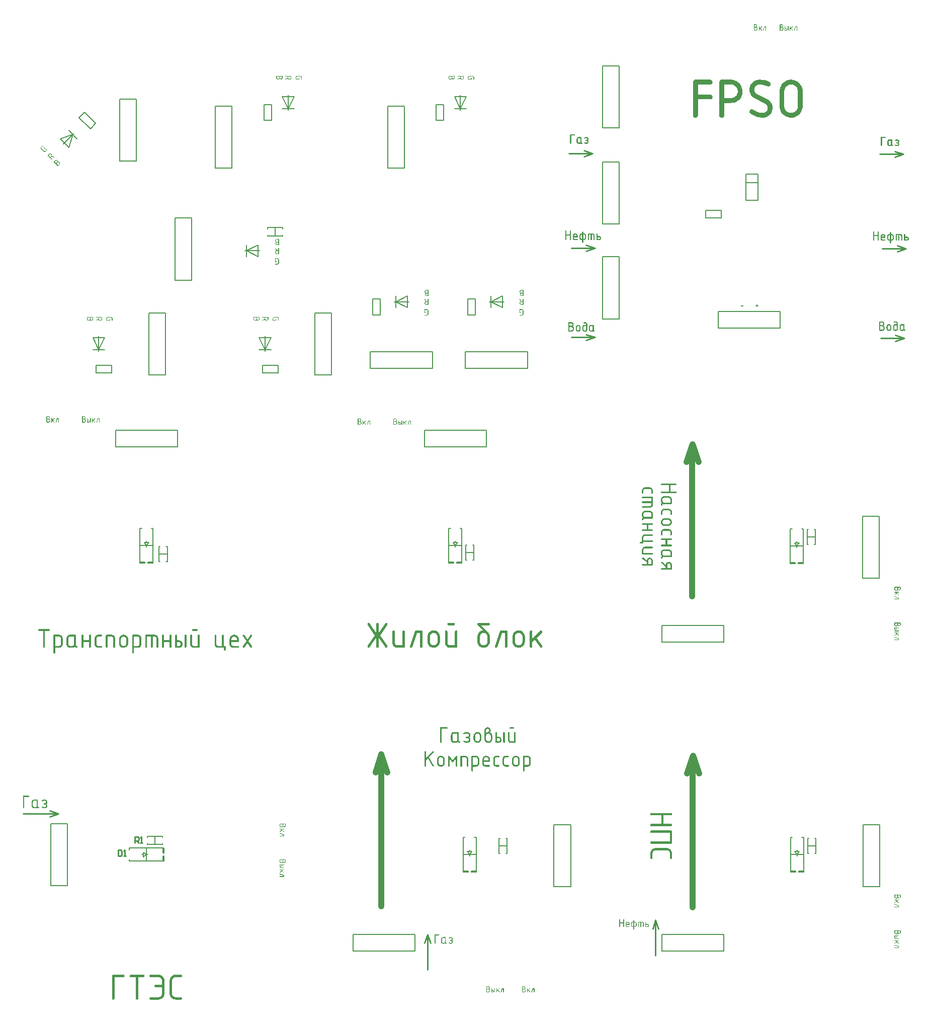
<source format=gto>
G04 Layer_Color=65535*
%FSLAX44Y44*%
%MOMM*%
G71*
G01*
G75*
%ADD32C,0.2540*%
%ADD41C,0.2000*%
%ADD42C,0.1500*%
%ADD43C,1.0000*%
G36*
X1387712Y1693835D02*
X1387809Y1693796D01*
X1387887Y1693718D01*
X1387985Y1693640D01*
X1388043Y1693503D01*
X1388063Y1693327D01*
Y1693289D01*
X1388043Y1693210D01*
X1388004Y1693074D01*
X1387907Y1692957D01*
X1385605Y1690636D01*
X1387965Y1687319D01*
X1387985Y1687300D01*
X1388024Y1687222D01*
X1388043Y1687124D01*
X1388063Y1687007D01*
Y1686988D01*
Y1686929D01*
X1388043Y1686851D01*
X1388004Y1686754D01*
X1387926Y1686656D01*
X1387848Y1686578D01*
X1387712Y1686519D01*
X1387536Y1686500D01*
X1387497D01*
X1387380Y1686519D01*
X1387243Y1686597D01*
X1387165Y1686637D01*
X1387107Y1686715D01*
X1384844Y1689875D01*
X1383869Y1688899D01*
Y1687007D01*
Y1686988D01*
Y1686929D01*
X1383849Y1686851D01*
X1383810Y1686754D01*
X1383732Y1686656D01*
X1383654Y1686578D01*
X1383517Y1686519D01*
X1383342Y1686500D01*
X1383264D01*
X1383166Y1686519D01*
X1383088Y1686559D01*
X1382991Y1686617D01*
X1382893Y1686715D01*
X1382835Y1686832D01*
X1382815Y1687007D01*
Y1693327D01*
Y1693347D01*
Y1693406D01*
X1382835Y1693503D01*
X1382874Y1693601D01*
X1382952Y1693679D01*
X1383030Y1693776D01*
X1383166Y1693835D01*
X1383342Y1693854D01*
X1383420D01*
X1383517Y1693835D01*
X1383615Y1693796D01*
X1383693Y1693718D01*
X1383791Y1693640D01*
X1383849Y1693503D01*
X1383869Y1693327D01*
Y1690401D01*
X1387165Y1693698D01*
X1387185Y1693718D01*
X1387263Y1693776D01*
X1387380Y1693835D01*
X1387536Y1693854D01*
X1387614D01*
X1387712Y1693835D01*
D02*
G37*
G36*
X1335554D02*
X1335652Y1693796D01*
X1335730Y1693718D01*
X1335827Y1693640D01*
X1335886Y1693503D01*
X1335905Y1693327D01*
Y1693289D01*
X1335886Y1693210D01*
X1335847Y1693074D01*
X1335749Y1692957D01*
X1333447Y1690636D01*
X1335807Y1687319D01*
X1335827Y1687300D01*
X1335866Y1687222D01*
X1335886Y1687124D01*
X1335905Y1687007D01*
Y1686988D01*
Y1686929D01*
X1335886Y1686851D01*
X1335847Y1686754D01*
X1335768Y1686656D01*
X1335690Y1686578D01*
X1335554Y1686519D01*
X1335378Y1686500D01*
X1335339D01*
X1335222Y1686519D01*
X1335086Y1686597D01*
X1335008Y1686637D01*
X1334949Y1686715D01*
X1332686Y1689875D01*
X1331711Y1688899D01*
Y1687007D01*
Y1686988D01*
Y1686929D01*
X1331691Y1686851D01*
X1331653Y1686754D01*
X1331575Y1686656D01*
X1331496Y1686578D01*
X1331360Y1686519D01*
X1331184Y1686500D01*
X1331106D01*
X1331009Y1686519D01*
X1330931Y1686559D01*
X1330833Y1686617D01*
X1330736Y1686715D01*
X1330677Y1686832D01*
X1330658Y1687007D01*
Y1693327D01*
Y1693347D01*
Y1693406D01*
X1330677Y1693503D01*
X1330716Y1693601D01*
X1330794Y1693679D01*
X1330872Y1693776D01*
X1331009Y1693835D01*
X1331184Y1693854D01*
X1331262D01*
X1331360Y1693835D01*
X1331457Y1693796D01*
X1331535Y1693718D01*
X1331633Y1693640D01*
X1331691Y1693503D01*
X1331711Y1693327D01*
Y1690401D01*
X1335008Y1693698D01*
X1335027Y1693718D01*
X1335105Y1693776D01*
X1335222Y1693835D01*
X1335378Y1693854D01*
X1335456D01*
X1335554Y1693835D01*
D02*
G37*
G36*
X1395066D02*
X1395163Y1693796D01*
X1395241Y1693718D01*
X1395339Y1693640D01*
X1395397Y1693503D01*
X1395417Y1693327D01*
Y1687007D01*
Y1686988D01*
Y1686929D01*
X1395397Y1686851D01*
X1395358Y1686754D01*
X1395280Y1686656D01*
X1395202Y1686578D01*
X1395066Y1686519D01*
X1394890Y1686500D01*
X1394812D01*
X1394715Y1686519D01*
X1394637Y1686559D01*
X1394539Y1686617D01*
X1394442Y1686715D01*
X1394383Y1686832D01*
X1394364Y1687007D01*
Y1692801D01*
X1393154D01*
X1391184Y1686851D01*
Y1686832D01*
X1391164Y1686793D01*
X1391086Y1686676D01*
X1391008Y1686617D01*
X1390930Y1686559D01*
X1390833Y1686519D01*
X1390696Y1686500D01*
X1390618D01*
X1390521Y1686519D01*
X1390443Y1686559D01*
X1390345Y1686637D01*
X1390247Y1686715D01*
X1390189Y1686851D01*
X1390170Y1687027D01*
Y1687046D01*
Y1687085D01*
X1390189Y1687183D01*
X1392257Y1693425D01*
Y1693445D01*
X1392296Y1693484D01*
X1392335Y1693562D01*
X1392374Y1693640D01*
X1392452Y1693718D01*
X1392549Y1693796D01*
X1392647Y1693835D01*
X1392783Y1693854D01*
X1394968D01*
X1395066Y1693835D01*
D02*
G37*
G36*
X1380357D02*
X1380455Y1693796D01*
X1380533Y1693718D01*
X1380630Y1693640D01*
X1380689Y1693503D01*
X1380708Y1693327D01*
Y1687007D01*
Y1686988D01*
Y1686929D01*
X1380689Y1686851D01*
X1380650Y1686754D01*
X1380572Y1686656D01*
X1380494Y1686578D01*
X1380357Y1686519D01*
X1380182Y1686500D01*
X1380104D01*
X1380006Y1686519D01*
X1379928Y1686559D01*
X1379831Y1686617D01*
X1379733Y1686715D01*
X1379675Y1686832D01*
X1379655Y1687007D01*
Y1693327D01*
Y1693347D01*
Y1693406D01*
X1379675Y1693503D01*
X1379714Y1693601D01*
X1379792Y1693679D01*
X1379870Y1693776D01*
X1380006Y1693835D01*
X1380182Y1693854D01*
X1380260D01*
X1380357Y1693835D01*
D02*
G37*
G36*
X1375110D02*
X1375207Y1693796D01*
X1375285Y1693718D01*
X1375383Y1693640D01*
X1375441Y1693503D01*
X1375461Y1693327D01*
Y1690714D01*
X1376671D01*
X1376826Y1690674D01*
X1377022Y1690636D01*
X1377256Y1690558D01*
X1377509Y1690460D01*
X1377763Y1690304D01*
X1377997Y1690089D01*
X1378017Y1690070D01*
X1378094Y1689972D01*
X1378192Y1689855D01*
X1378309Y1689680D01*
X1378426Y1689465D01*
X1378524Y1689211D01*
X1378602Y1688919D01*
X1378621Y1688607D01*
Y1688568D01*
Y1688451D01*
X1378582Y1688295D01*
X1378543Y1688080D01*
X1378465Y1687846D01*
X1378368Y1687592D01*
X1378212Y1687339D01*
X1377997Y1687105D01*
X1377977Y1687085D01*
X1377880Y1687007D01*
X1377763Y1686910D01*
X1377587Y1686812D01*
X1377373Y1686695D01*
X1377119Y1686597D01*
X1376826Y1686519D01*
X1376514Y1686500D01*
X1374856D01*
X1374759Y1686519D01*
X1374681Y1686559D01*
X1374583Y1686617D01*
X1374486Y1686715D01*
X1374427Y1686832D01*
X1374408Y1687007D01*
Y1693327D01*
Y1693347D01*
Y1693406D01*
X1374427Y1693503D01*
X1374466Y1693601D01*
X1374544Y1693679D01*
X1374622Y1693776D01*
X1374759Y1693835D01*
X1374934Y1693854D01*
X1375012D01*
X1375110Y1693835D01*
D02*
G37*
G36*
X1369336Y1696995D02*
X1369531Y1696975D01*
X1369784Y1696917D01*
X1370096Y1696839D01*
X1370409Y1696702D01*
X1370721Y1696507D01*
X1371013Y1696254D01*
X1371052Y1696215D01*
X1371130Y1696117D01*
X1371248Y1695961D01*
X1371404Y1695727D01*
X1371540Y1695454D01*
X1371657Y1695142D01*
X1371735Y1694791D01*
X1371774Y1694381D01*
Y1694361D01*
Y1694322D01*
Y1694264D01*
X1371755Y1694166D01*
X1371716Y1693932D01*
X1371657Y1693659D01*
X1371540Y1693327D01*
X1371364Y1692976D01*
X1371248Y1692820D01*
X1371130Y1692645D01*
X1370974Y1692489D01*
X1370799Y1692333D01*
X1370818Y1692313D01*
X1370857Y1692294D01*
X1370935Y1692235D01*
X1371033Y1692157D01*
X1371150Y1692079D01*
X1371267Y1691962D01*
X1371404Y1691826D01*
X1371560Y1691669D01*
X1371696Y1691474D01*
X1371833Y1691279D01*
X1371950Y1691065D01*
X1372067Y1690811D01*
X1372164Y1690558D01*
X1372242Y1690265D01*
X1372281Y1689972D01*
X1372301Y1689641D01*
Y1689621D01*
Y1689582D01*
Y1689524D01*
X1372281Y1689426D01*
Y1689309D01*
X1372262Y1689173D01*
X1372184Y1688880D01*
X1372067Y1688529D01*
X1371911Y1688158D01*
X1371677Y1687768D01*
X1371521Y1687592D01*
X1371364Y1687417D01*
X1371345D01*
X1371326Y1687378D01*
X1371267Y1687339D01*
X1371208Y1687280D01*
X1371013Y1687124D01*
X1370740Y1686968D01*
X1370428Y1686793D01*
X1370038Y1686637D01*
X1369609Y1686539D01*
X1369375Y1686519D01*
X1369141Y1686500D01*
X1366429D01*
X1366351Y1686519D01*
X1366254Y1686559D01*
X1366156Y1686617D01*
X1366078Y1686715D01*
X1366019Y1686832D01*
X1366000Y1687007D01*
Y1696488D01*
Y1696507D01*
Y1696566D01*
X1366019Y1696663D01*
X1366059Y1696761D01*
X1366117Y1696839D01*
X1366215Y1696936D01*
X1366332Y1696995D01*
X1366507Y1697014D01*
X1369258D01*
X1369336Y1696995D01*
D02*
G37*
G36*
X1342908Y1693835D02*
X1343006Y1693796D01*
X1343084Y1693718D01*
X1343181Y1693640D01*
X1343240Y1693503D01*
X1343259Y1693327D01*
Y1687007D01*
Y1686988D01*
Y1686929D01*
X1343240Y1686851D01*
X1343201Y1686754D01*
X1343123Y1686656D01*
X1343045Y1686578D01*
X1342908Y1686519D01*
X1342733Y1686500D01*
X1342655D01*
X1342557Y1686519D01*
X1342479Y1686559D01*
X1342381Y1686617D01*
X1342284Y1686715D01*
X1342225Y1686832D01*
X1342206Y1687007D01*
Y1692801D01*
X1340997D01*
X1339026Y1686851D01*
Y1686832D01*
X1339007Y1686793D01*
X1338929Y1686676D01*
X1338851Y1686617D01*
X1338773Y1686559D01*
X1338675Y1686519D01*
X1338539Y1686500D01*
X1338461D01*
X1338363Y1686519D01*
X1338285Y1686559D01*
X1338187Y1686637D01*
X1338090Y1686715D01*
X1338031Y1686851D01*
X1338012Y1687027D01*
Y1687046D01*
Y1687085D01*
X1338031Y1687183D01*
X1340099Y1693425D01*
Y1693445D01*
X1340138Y1693484D01*
X1340177Y1693562D01*
X1340216Y1693640D01*
X1340294Y1693718D01*
X1340392Y1693796D01*
X1340489Y1693835D01*
X1340626Y1693854D01*
X1342811D01*
X1342908Y1693835D01*
D02*
G37*
G36*
X1325586Y1696995D02*
X1325781Y1696975D01*
X1326034Y1696917D01*
X1326346Y1696839D01*
X1326659Y1696702D01*
X1326971Y1696507D01*
X1327263Y1696254D01*
X1327302Y1696215D01*
X1327380Y1696117D01*
X1327498Y1695961D01*
X1327654Y1695727D01*
X1327790Y1695454D01*
X1327907Y1695142D01*
X1327985Y1694791D01*
X1328024Y1694381D01*
Y1694361D01*
Y1694322D01*
Y1694264D01*
X1328005Y1694166D01*
X1327966Y1693932D01*
X1327907Y1693659D01*
X1327790Y1693327D01*
X1327614Y1692976D01*
X1327498Y1692820D01*
X1327380Y1692645D01*
X1327224Y1692489D01*
X1327049Y1692333D01*
X1327068Y1692313D01*
X1327107Y1692294D01*
X1327185Y1692235D01*
X1327283Y1692157D01*
X1327400Y1692079D01*
X1327517Y1691962D01*
X1327654Y1691826D01*
X1327810Y1691669D01*
X1327946Y1691474D01*
X1328083Y1691279D01*
X1328200Y1691065D01*
X1328317Y1690811D01*
X1328414Y1690558D01*
X1328492Y1690265D01*
X1328531Y1689972D01*
X1328551Y1689641D01*
Y1689621D01*
Y1689582D01*
Y1689524D01*
X1328531Y1689426D01*
Y1689309D01*
X1328512Y1689173D01*
X1328434Y1688880D01*
X1328317Y1688529D01*
X1328161Y1688158D01*
X1327927Y1687768D01*
X1327771Y1687592D01*
X1327614Y1687417D01*
X1327595D01*
X1327576Y1687378D01*
X1327517Y1687339D01*
X1327458Y1687280D01*
X1327263Y1687124D01*
X1326990Y1686968D01*
X1326678Y1686793D01*
X1326288Y1686637D01*
X1325859Y1686539D01*
X1325625Y1686519D01*
X1325391Y1686500D01*
X1322679D01*
X1322601Y1686519D01*
X1322504Y1686559D01*
X1322406Y1686617D01*
X1322328Y1686715D01*
X1322269Y1686832D01*
X1322250Y1687007D01*
Y1696488D01*
Y1696507D01*
Y1696566D01*
X1322269Y1696663D01*
X1322309Y1696761D01*
X1322367Y1696839D01*
X1322465Y1696936D01*
X1322582Y1696995D01*
X1322757Y1697014D01*
X1325508D01*
X1325586Y1696995D01*
D02*
G37*
G36*
X528651Y1610231D02*
X528749Y1610191D01*
X528826Y1610133D01*
X528924Y1610035D01*
X528983Y1609918D01*
X529002Y1609743D01*
Y1607109D01*
Y1607090D01*
Y1607051D01*
Y1606992D01*
X528983Y1606914D01*
X528963Y1606719D01*
X528904Y1606466D01*
X528826Y1606154D01*
X528690Y1605841D01*
X528495Y1605529D01*
X528241Y1605237D01*
X528202Y1605198D01*
X528105Y1605120D01*
X527949Y1605003D01*
X527715Y1604846D01*
X527441Y1604710D01*
X527129Y1604593D01*
X526778Y1604515D01*
X526369Y1604476D01*
X526252D01*
X526154Y1604495D01*
X525920Y1604534D01*
X525647Y1604593D01*
X525315Y1604710D01*
X524964Y1604886D01*
X524808Y1605003D01*
X524632Y1605120D01*
X524476Y1605276D01*
X524320Y1605451D01*
X524301Y1605432D01*
X524281Y1605393D01*
X524223Y1605315D01*
X524145Y1605217D01*
X524067Y1605100D01*
X523950Y1604983D01*
X523813Y1604846D01*
X523657Y1604691D01*
X523462Y1604554D01*
X523267Y1604417D01*
X523052Y1604300D01*
X522799Y1604183D01*
X522545Y1604086D01*
X522253Y1604008D01*
X521960Y1603969D01*
X521628Y1603949D01*
X521511D01*
X521414Y1603969D01*
X521297D01*
X521160Y1603988D01*
X520868Y1604066D01*
X520516Y1604183D01*
X520146Y1604339D01*
X519756Y1604573D01*
X519580Y1604729D01*
X519404Y1604886D01*
Y1604905D01*
X519366Y1604925D01*
X519327Y1604983D01*
X519268Y1605042D01*
X519112Y1605237D01*
X518956Y1605510D01*
X518780Y1605822D01*
X518624Y1606212D01*
X518527Y1606641D01*
X518507Y1606875D01*
X518488Y1607109D01*
Y1609743D01*
Y1609762D01*
Y1609821D01*
X518507Y1609899D01*
X518546Y1609996D01*
X518605Y1610094D01*
X518702Y1610172D01*
X518819Y1610231D01*
X518995Y1610250D01*
X528553D01*
X528651Y1610231D01*
D02*
G37*
G36*
X818651Y1610231D02*
X818748Y1610191D01*
X818827Y1610133D01*
X818924Y1610035D01*
X818982Y1609918D01*
X819002Y1609743D01*
Y1607109D01*
Y1607090D01*
Y1607051D01*
Y1606992D01*
X818982Y1606914D01*
X818963Y1606719D01*
X818904Y1606466D01*
X818827Y1606154D01*
X818690Y1605841D01*
X818495Y1605529D01*
X818241Y1605237D01*
X818202Y1605198D01*
X818105Y1605120D01*
X817949Y1605003D01*
X817715Y1604846D01*
X817441Y1604710D01*
X817129Y1604593D01*
X816778Y1604515D01*
X816369Y1604476D01*
X816252D01*
X816154Y1604495D01*
X815920Y1604534D01*
X815647Y1604593D01*
X815315Y1604710D01*
X814964Y1604886D01*
X814808Y1605003D01*
X814632Y1605120D01*
X814476Y1605276D01*
X814320Y1605451D01*
X814301Y1605432D01*
X814281Y1605393D01*
X814223Y1605315D01*
X814145Y1605217D01*
X814067Y1605100D01*
X813950Y1604983D01*
X813813Y1604846D01*
X813657Y1604690D01*
X813462Y1604554D01*
X813267Y1604417D01*
X813052Y1604300D01*
X812799Y1604183D01*
X812545Y1604086D01*
X812253Y1604008D01*
X811960Y1603969D01*
X811628Y1603949D01*
X811511D01*
X811414Y1603969D01*
X811297D01*
X811160Y1603988D01*
X810867Y1604066D01*
X810516Y1604183D01*
X810146Y1604339D01*
X809756Y1604573D01*
X809580Y1604729D01*
X809405Y1604886D01*
Y1604905D01*
X809365Y1604924D01*
X809326Y1604983D01*
X809268Y1605042D01*
X809112Y1605237D01*
X808956Y1605510D01*
X808780Y1605822D01*
X808624Y1606212D01*
X808527Y1606641D01*
X808507Y1606875D01*
X808488Y1607109D01*
Y1609743D01*
Y1609762D01*
Y1609821D01*
X808507Y1609899D01*
X808546Y1609996D01*
X808605Y1610094D01*
X808702Y1610172D01*
X808819Y1610231D01*
X808995Y1610250D01*
X818553D01*
X818651Y1610231D01*
D02*
G37*
G36*
X559044Y1610231D02*
X559259Y1610211D01*
X559512Y1610152D01*
X559805Y1610055D01*
X560117Y1609938D01*
X560429Y1609743D01*
X560722Y1609489D01*
X560761Y1609450D01*
X560839Y1609353D01*
X560975Y1609197D01*
X561112Y1608963D01*
X561249Y1608709D01*
X561385Y1608377D01*
X561463Y1608026D01*
X561502Y1607636D01*
Y1604476D01*
Y1604456D01*
Y1604398D01*
X561483Y1604300D01*
X561443Y1604203D01*
X561366Y1604125D01*
X561287Y1604027D01*
X561151Y1603969D01*
X560975Y1603949D01*
X560897D01*
X560800Y1603969D01*
X560722Y1604008D01*
X560624Y1604086D01*
X560527Y1604164D01*
X560468Y1604300D01*
X560449Y1604476D01*
Y1607636D01*
Y1607656D01*
Y1607753D01*
X560429Y1607870D01*
X560390Y1608026D01*
X560332Y1608202D01*
X560254Y1608377D01*
X560136Y1608572D01*
X559981Y1608748D01*
X559961Y1608768D01*
X559902Y1608826D01*
X559805Y1608884D01*
X559668Y1608963D01*
X559512Y1609060D01*
X559317Y1609119D01*
X559103Y1609177D01*
X558869Y1609197D01*
X553485D01*
X553368Y1609177D01*
X553212Y1609138D01*
X553036Y1609080D01*
X552860Y1609002D01*
X552665Y1608904D01*
X552490Y1608748D01*
X552470Y1608728D01*
X552412Y1608670D01*
X552353Y1608572D01*
X552275Y1608436D01*
X552178Y1608280D01*
X552119Y1608085D01*
X552061Y1607870D01*
X552041Y1607636D01*
Y1605003D01*
X556235D01*
Y1606056D01*
Y1606075D01*
Y1606134D01*
X556255Y1606232D01*
X556294Y1606310D01*
X556372Y1606407D01*
X556450Y1606505D01*
X556586Y1606563D01*
X556762Y1606583D01*
X556840D01*
X556937Y1606563D01*
X557035Y1606524D01*
X557113Y1606446D01*
X557211Y1606368D01*
X557269Y1606232D01*
X557289Y1606056D01*
Y1604476D01*
Y1604456D01*
Y1604398D01*
X557269Y1604300D01*
X557230Y1604203D01*
X557152Y1604125D01*
X557074Y1604027D01*
X556937Y1603969D01*
X556762Y1603949D01*
X551417D01*
X551339Y1603969D01*
X551241Y1604008D01*
X551144Y1604086D01*
X551066Y1604164D01*
X551007Y1604300D01*
X550988Y1604476D01*
Y1607636D01*
Y1607656D01*
Y1607675D01*
Y1607734D01*
X551007Y1607812D01*
X551027Y1608026D01*
X551085Y1608280D01*
X551183Y1608572D01*
X551300Y1608884D01*
X551495Y1609197D01*
X551749Y1609489D01*
X551787Y1609528D01*
X551885Y1609606D01*
X552041Y1609723D01*
X552275Y1609860D01*
X552529Y1610016D01*
X552860Y1610133D01*
X553212Y1610211D01*
X553602Y1610250D01*
X558966D01*
X559044Y1610231D01*
D02*
G37*
G36*
X543651D02*
X543749Y1610191D01*
X543826Y1610133D01*
X543924Y1610035D01*
X543983Y1609918D01*
X544002Y1609743D01*
Y1607109D01*
Y1607090D01*
Y1607051D01*
Y1606973D01*
X543983Y1606895D01*
Y1606778D01*
X543963Y1606641D01*
X543885Y1606349D01*
X543768Y1605997D01*
X543612Y1605627D01*
X543378Y1605237D01*
X543222Y1605061D01*
X543066Y1604886D01*
X543046Y1604866D01*
X543027Y1604846D01*
X542968Y1604807D01*
X542910Y1604729D01*
X542715Y1604593D01*
X542441Y1604417D01*
X542129Y1604242D01*
X541739Y1604086D01*
X541310Y1603988D01*
X541076Y1603969D01*
X540842Y1603949D01*
X540744D01*
X540627Y1603969D01*
X540491D01*
X540315Y1604008D01*
X540120Y1604047D01*
X539886Y1604105D01*
X539652Y1604183D01*
X539418Y1604281D01*
X539164Y1604417D01*
X538930Y1604554D01*
X538696Y1604749D01*
X538462Y1604964D01*
X538247Y1605217D01*
X538072Y1605510D01*
X537916Y1605841D01*
X534249Y1604008D01*
X534229Y1603988D01*
X534170Y1603969D01*
X534092Y1603949D01*
X533956D01*
X533878Y1603969D01*
X533761Y1604027D01*
X533644Y1604125D01*
X533624Y1604144D01*
X533566Y1604222D01*
X533507Y1604339D01*
X533488Y1604476D01*
Y1604495D01*
Y1604534D01*
X533527Y1604651D01*
X533566Y1604749D01*
X533605Y1604827D01*
X533683Y1604905D01*
X533780Y1604964D01*
X537682Y1606914D01*
Y1606934D01*
X537701Y1606973D01*
Y1607031D01*
Y1607109D01*
Y1609197D01*
X533936D01*
X533839Y1609216D01*
X533761Y1609255D01*
X533663Y1609333D01*
X533566Y1609411D01*
X533507Y1609548D01*
X533488Y1609723D01*
Y1609743D01*
Y1609801D01*
X533507Y1609899D01*
X533546Y1609977D01*
X533605Y1610074D01*
X533702Y1610172D01*
X533819Y1610231D01*
X533995Y1610250D01*
X543553D01*
X543651Y1610231D01*
D02*
G37*
G36*
X849044Y1610231D02*
X849259Y1610211D01*
X849512Y1610152D01*
X849805Y1610055D01*
X850117Y1609938D01*
X850429Y1609743D01*
X850722Y1609489D01*
X850761Y1609450D01*
X850839Y1609353D01*
X850975Y1609197D01*
X851112Y1608963D01*
X851248Y1608709D01*
X851385Y1608377D01*
X851463Y1608026D01*
X851502Y1607636D01*
Y1604476D01*
Y1604456D01*
Y1604398D01*
X851482Y1604300D01*
X851443Y1604203D01*
X851366Y1604125D01*
X851288Y1604027D01*
X851151Y1603969D01*
X850975Y1603949D01*
X850897D01*
X850800Y1603969D01*
X850722Y1604008D01*
X850624Y1604086D01*
X850527Y1604164D01*
X850468Y1604300D01*
X850449Y1604476D01*
Y1607636D01*
Y1607655D01*
Y1607753D01*
X850429Y1607870D01*
X850390Y1608026D01*
X850332Y1608202D01*
X850254Y1608377D01*
X850136Y1608572D01*
X849980Y1608748D01*
X849961Y1608767D01*
X849902Y1608826D01*
X849805Y1608884D01*
X849668Y1608963D01*
X849512Y1609060D01*
X849317Y1609119D01*
X849103Y1609177D01*
X848869Y1609197D01*
X843485D01*
X843367Y1609177D01*
X843212Y1609138D01*
X843036Y1609080D01*
X842860Y1609001D01*
X842665Y1608904D01*
X842490Y1608748D01*
X842470Y1608728D01*
X842412Y1608670D01*
X842353Y1608572D01*
X842275Y1608436D01*
X842178Y1608280D01*
X842119Y1608085D01*
X842060Y1607870D01*
X842041Y1607636D01*
Y1605003D01*
X846235D01*
Y1606056D01*
Y1606075D01*
Y1606134D01*
X846255Y1606232D01*
X846294Y1606310D01*
X846372Y1606407D01*
X846450Y1606505D01*
X846586Y1606563D01*
X846762Y1606583D01*
X846840D01*
X846937Y1606563D01*
X847035Y1606524D01*
X847113Y1606446D01*
X847210Y1606368D01*
X847269Y1606232D01*
X847289Y1606056D01*
Y1604476D01*
Y1604456D01*
Y1604398D01*
X847269Y1604300D01*
X847230Y1604203D01*
X847152Y1604125D01*
X847074Y1604027D01*
X846937Y1603969D01*
X846762Y1603949D01*
X841417D01*
X841339Y1603969D01*
X841241Y1604008D01*
X841144Y1604086D01*
X841066Y1604164D01*
X841007Y1604300D01*
X840988Y1604476D01*
Y1607636D01*
Y1607655D01*
Y1607675D01*
Y1607734D01*
X841007Y1607812D01*
X841027Y1608026D01*
X841085Y1608280D01*
X841183Y1608572D01*
X841300Y1608884D01*
X841495Y1609197D01*
X841748Y1609489D01*
X841787Y1609528D01*
X841885Y1609606D01*
X842041Y1609723D01*
X842275Y1609860D01*
X842529Y1610016D01*
X842860Y1610133D01*
X843212Y1610211D01*
X843602Y1610250D01*
X848966D01*
X849044Y1610231D01*
D02*
G37*
G36*
X833651D02*
X833748Y1610191D01*
X833827Y1610133D01*
X833924Y1610035D01*
X833982Y1609918D01*
X834002Y1609743D01*
Y1607109D01*
Y1607090D01*
Y1607051D01*
Y1606973D01*
X833982Y1606895D01*
Y1606778D01*
X833963Y1606641D01*
X833885Y1606349D01*
X833768Y1605997D01*
X833612Y1605627D01*
X833378Y1605237D01*
X833222Y1605061D01*
X833066Y1604886D01*
X833046Y1604866D01*
X833027Y1604846D01*
X832968Y1604807D01*
X832910Y1604729D01*
X832715Y1604593D01*
X832441Y1604417D01*
X832129Y1604242D01*
X831739Y1604086D01*
X831310Y1603988D01*
X831076Y1603969D01*
X830842Y1603949D01*
X830744D01*
X830627Y1603969D01*
X830491D01*
X830315Y1604008D01*
X830120Y1604047D01*
X829886Y1604105D01*
X829652Y1604183D01*
X829418Y1604281D01*
X829164Y1604417D01*
X828930Y1604554D01*
X828696Y1604749D01*
X828462Y1604964D01*
X828247Y1605217D01*
X828072Y1605510D01*
X827916Y1605841D01*
X824248Y1604008D01*
X824229Y1603988D01*
X824170Y1603969D01*
X824092Y1603949D01*
X823956D01*
X823878Y1603969D01*
X823761Y1604027D01*
X823644Y1604125D01*
X823624Y1604144D01*
X823566Y1604222D01*
X823507Y1604339D01*
X823488Y1604476D01*
Y1604495D01*
Y1604534D01*
X823527Y1604651D01*
X823566Y1604749D01*
X823605Y1604827D01*
X823683Y1604905D01*
X823780Y1604964D01*
X827682Y1606914D01*
Y1606934D01*
X827701Y1606973D01*
Y1607031D01*
Y1607109D01*
Y1609197D01*
X823936D01*
X823839Y1609216D01*
X823761Y1609255D01*
X823663Y1609333D01*
X823566Y1609411D01*
X823507Y1609548D01*
X823488Y1609723D01*
Y1609743D01*
Y1609801D01*
X823507Y1609899D01*
X823546Y1609977D01*
X823605Y1610074D01*
X823702Y1610172D01*
X823819Y1610231D01*
X823995Y1610250D01*
X833553D01*
X833651Y1610231D01*
D02*
G37*
G36*
X1334124Y1603741D02*
X1335178Y1603623D01*
X1336350Y1603506D01*
X1337639Y1603389D01*
X1340451Y1602920D01*
X1343380Y1602334D01*
X1346075Y1601397D01*
X1347364Y1600811D01*
X1348536Y1600226D01*
X1348653Y1600108D01*
X1348887Y1599991D01*
X1349239Y1599640D01*
X1349707Y1599288D01*
X1350528Y1598116D01*
X1350762Y1597413D01*
X1350879Y1596593D01*
Y1596476D01*
Y1596359D01*
X1350762Y1595656D01*
X1350410Y1594718D01*
X1349707Y1593781D01*
X1349473Y1593547D01*
X1348887Y1593195D01*
X1347950Y1592844D01*
X1346778Y1592609D01*
X1346310D01*
X1345841Y1592727D01*
X1345138Y1592961D01*
X1345021D01*
X1344786Y1593078D01*
X1344435Y1593195D01*
X1343966Y1593430D01*
X1343263Y1593664D01*
X1342560Y1593898D01*
X1340802Y1594367D01*
X1338693Y1594836D01*
X1336350Y1595304D01*
X1333889Y1595656D01*
X1331312Y1595773D01*
X1330726D01*
X1330140Y1595656D01*
X1329320Y1595421D01*
X1328383Y1595187D01*
X1327445Y1594718D01*
X1326391Y1594133D01*
X1325453Y1593312D01*
X1325336Y1593195D01*
X1325102Y1592844D01*
X1324750Y1592375D01*
X1324281Y1591672D01*
X1323813Y1590735D01*
X1323461Y1589797D01*
X1323227Y1588626D01*
X1323110Y1587337D01*
Y1587102D01*
X1323227Y1586517D01*
X1323344Y1585579D01*
X1323696Y1584525D01*
X1324164Y1583236D01*
X1324984Y1582064D01*
X1326039Y1580892D01*
X1327562Y1579955D01*
X1344904Y1571050D01*
X1345021D01*
X1345255Y1570816D01*
X1345724Y1570581D01*
X1346310Y1570113D01*
X1347833Y1569058D01*
X1349473Y1567418D01*
X1350293Y1566481D01*
X1351113Y1565426D01*
X1351934Y1564254D01*
X1352637Y1562848D01*
X1353223Y1561442D01*
X1353691Y1559919D01*
X1353926Y1558161D01*
X1354043Y1556404D01*
Y1556287D01*
Y1556052D01*
Y1555701D01*
X1353926Y1555232D01*
X1353808Y1554060D01*
X1353457Y1552420D01*
X1352871Y1550545D01*
X1351934Y1548671D01*
X1350762Y1546679D01*
X1349122Y1544804D01*
X1348887Y1544570D01*
X1348301Y1544101D01*
X1347247Y1543281D01*
X1345841Y1542461D01*
X1344200Y1541523D01*
X1342209Y1540703D01*
X1339865Y1540234D01*
X1337405Y1540000D01*
X1336233D01*
X1335413Y1540117D01*
X1334358Y1540234D01*
X1333186Y1540352D01*
X1331898Y1540586D01*
X1330374Y1540820D01*
X1327211Y1541640D01*
X1325453Y1542226D01*
X1323696Y1542929D01*
X1321821Y1543749D01*
X1320063Y1544687D01*
X1318306Y1545741D01*
X1316548Y1546913D01*
X1316431Y1547030D01*
X1316314Y1547147D01*
X1315728Y1547850D01*
X1315142Y1548788D01*
X1315025Y1549491D01*
X1314908Y1550194D01*
Y1550311D01*
Y1550428D01*
X1315025Y1551131D01*
X1315377Y1552068D01*
X1316080Y1553006D01*
X1316314Y1553240D01*
X1316900Y1553592D01*
X1317720Y1553943D01*
X1318892Y1554178D01*
X1319126D01*
X1319595Y1554060D01*
X1320298Y1553943D01*
X1321118Y1553475D01*
X1321235Y1553357D01*
X1321704Y1553240D01*
X1322290Y1552771D01*
X1323227Y1552303D01*
X1324399Y1551717D01*
X1325922Y1551014D01*
X1327679Y1550194D01*
X1329671Y1549256D01*
X1329789D01*
X1330257Y1549022D01*
X1330960Y1548905D01*
X1332015Y1548671D01*
X1333069Y1548436D01*
X1334475Y1548319D01*
X1335881Y1548085D01*
X1337990D01*
X1338693Y1548202D01*
X1339514Y1548436D01*
X1340451Y1548671D01*
X1341388Y1549022D01*
X1342443Y1549608D01*
X1343380Y1550428D01*
X1343497Y1550545D01*
X1343732Y1550897D01*
X1344200Y1551366D01*
X1344669Y1552068D01*
X1345021Y1553006D01*
X1345489Y1553943D01*
X1345724Y1555115D01*
X1345841Y1556404D01*
Y1556521D01*
Y1556638D01*
X1345724Y1557224D01*
X1345607Y1558161D01*
X1345255Y1559216D01*
X1344669Y1560388D01*
X1343849Y1561676D01*
X1342677Y1562848D01*
X1341154Y1563786D01*
X1323696Y1572690D01*
X1323578Y1572808D01*
X1323344Y1572925D01*
X1322876Y1573159D01*
X1322290Y1573628D01*
X1320884Y1574682D01*
X1319360Y1576323D01*
X1318540Y1577260D01*
X1317720Y1578315D01*
X1316900Y1579486D01*
X1316314Y1580892D01*
X1315728Y1582298D01*
X1315259Y1583822D01*
X1315025Y1585579D01*
X1314908Y1587337D01*
Y1587454D01*
Y1587688D01*
Y1588040D01*
X1315025Y1588508D01*
X1315142Y1589797D01*
X1315494Y1591320D01*
X1316080Y1593195D01*
X1316900Y1595070D01*
X1318071Y1597062D01*
X1319712Y1598937D01*
X1319946Y1599171D01*
X1320532Y1599757D01*
X1321587Y1600460D01*
X1322993Y1601397D01*
X1324633Y1602334D01*
X1326625Y1603038D01*
X1328851Y1603623D01*
X1331312Y1603858D01*
X1333186D01*
X1334124Y1603741D01*
D02*
G37*
G36*
X1386382D02*
X1387085D01*
X1387905Y1603506D01*
X1389780Y1603155D01*
X1392006Y1602452D01*
X1394349Y1601397D01*
X1395521Y1600811D01*
X1396693Y1599991D01*
X1397864Y1599171D01*
X1398919Y1598116D01*
X1399036Y1597999D01*
X1399153Y1597882D01*
X1399505Y1597531D01*
X1399856Y1597062D01*
X1400794Y1595890D01*
X1401848Y1594250D01*
X1402903Y1592258D01*
X1403723Y1589915D01*
X1404426Y1587220D01*
X1404543Y1585813D01*
X1404660Y1584290D01*
Y1559450D01*
Y1559333D01*
Y1559099D01*
Y1558630D01*
X1404543Y1558044D01*
Y1557458D01*
X1404309Y1556638D01*
X1403957Y1554646D01*
X1403254Y1552537D01*
X1402200Y1550194D01*
X1401614Y1549022D01*
X1400794Y1547850D01*
X1399973Y1546679D01*
X1398919Y1545624D01*
X1398802Y1545507D01*
X1398685Y1545390D01*
X1398333Y1545155D01*
X1397864Y1544804D01*
X1396693Y1543867D01*
X1395052Y1542812D01*
X1392943Y1541758D01*
X1390600Y1540937D01*
X1387905Y1540234D01*
X1386499Y1540117D01*
X1384976Y1540000D01*
X1384155D01*
X1383570Y1540117D01*
X1382984D01*
X1382164Y1540352D01*
X1380172Y1540703D01*
X1378063Y1541406D01*
X1375719Y1542343D01*
X1373376Y1543749D01*
X1372204Y1544687D01*
X1371150Y1545624D01*
X1371032Y1545741D01*
X1370915Y1545858D01*
X1370681Y1546210D01*
X1370329Y1546679D01*
X1369392Y1547850D01*
X1368338Y1549491D01*
X1367283Y1551483D01*
X1366463Y1553826D01*
X1365760Y1556521D01*
X1365643Y1557927D01*
X1365525Y1559450D01*
Y1584290D01*
Y1584408D01*
Y1584642D01*
Y1585110D01*
X1365643Y1585696D01*
Y1586399D01*
X1365877Y1587102D01*
X1366228Y1589094D01*
X1366931Y1591203D01*
X1367869Y1593547D01*
X1369275Y1595890D01*
X1370212Y1597062D01*
X1371150Y1598116D01*
X1371267Y1598234D01*
X1371384Y1598351D01*
X1371735Y1598702D01*
X1372204Y1599054D01*
X1373376Y1599991D01*
X1375016Y1601046D01*
X1377008Y1602100D01*
X1379352Y1602920D01*
X1382046Y1603623D01*
X1383452Y1603741D01*
X1384976Y1603858D01*
X1385796D01*
X1386382Y1603741D01*
D02*
G37*
G36*
X1285147D02*
X1285850D01*
X1286670Y1603506D01*
X1288545Y1603155D01*
X1290771Y1602452D01*
X1293114Y1601397D01*
X1294286Y1600811D01*
X1295458Y1599991D01*
X1296629Y1599171D01*
X1297684Y1598116D01*
X1297801Y1597999D01*
X1297918Y1597882D01*
X1298270Y1597531D01*
X1298621Y1597062D01*
X1299559Y1595890D01*
X1300613Y1594250D01*
X1301668Y1592258D01*
X1302488Y1589915D01*
X1303191Y1587220D01*
X1303308Y1585813D01*
X1303425Y1584290D01*
Y1584173D01*
Y1583939D01*
Y1583470D01*
X1303308Y1582884D01*
Y1582064D01*
X1303191Y1581244D01*
X1302722Y1579252D01*
X1302136Y1577026D01*
X1301082Y1574682D01*
X1299793Y1572339D01*
X1298856Y1571167D01*
X1297918Y1570113D01*
X1297801D01*
X1297684Y1569878D01*
X1297332Y1569644D01*
X1296981Y1569292D01*
X1295809Y1568355D01*
X1294169Y1567418D01*
X1292060Y1566481D01*
X1289716Y1565543D01*
X1286904Y1564957D01*
X1285381Y1564840D01*
X1283741Y1564723D01*
X1272492D01*
Y1543984D01*
Y1543867D01*
X1272375Y1543398D01*
X1272258Y1542695D01*
X1272024Y1541992D01*
X1271438Y1541289D01*
X1270735Y1540586D01*
X1269680Y1540117D01*
X1268274Y1540000D01*
X1268157D01*
X1267688Y1540117D01*
X1266985Y1540234D01*
X1266282Y1540469D01*
X1265579Y1540937D01*
X1264876Y1541640D01*
X1264408Y1542695D01*
X1264290Y1543984D01*
Y1599757D01*
Y1599991D01*
X1264408Y1600460D01*
X1264525Y1601046D01*
X1264759Y1601866D01*
X1265228Y1602569D01*
X1265931Y1603272D01*
X1266985Y1603741D01*
X1268274Y1603858D01*
X1284561D01*
X1285147Y1603741D01*
D02*
G37*
G36*
X1249410D02*
X1249996Y1603623D01*
X1250816Y1603389D01*
X1251636Y1602803D01*
X1252222Y1602100D01*
X1252691Y1601163D01*
X1252925Y1599757D01*
Y1599640D01*
X1252808Y1599171D01*
X1252691Y1598468D01*
X1252456Y1597765D01*
X1251870Y1597062D01*
X1251167Y1596359D01*
X1250113Y1595890D01*
X1248707Y1595773D01*
X1228202D01*
Y1579018D01*
X1248941D01*
X1249410Y1578900D01*
X1249996Y1578783D01*
X1250816Y1578549D01*
X1251636Y1577963D01*
X1252222Y1577260D01*
X1252691Y1576323D01*
X1252925Y1574917D01*
Y1574799D01*
X1252808Y1574331D01*
X1252691Y1573628D01*
X1252456Y1572925D01*
X1251870Y1572222D01*
X1251167Y1571519D01*
X1250113Y1571050D01*
X1248707Y1570933D01*
X1228202D01*
Y1543984D01*
Y1543867D01*
X1228085Y1543398D01*
X1227968Y1542695D01*
X1227733Y1541992D01*
X1227147Y1541289D01*
X1226444Y1540586D01*
X1225390Y1540117D01*
X1223984Y1540000D01*
X1223867D01*
X1223398Y1540117D01*
X1222695Y1540234D01*
X1221992Y1540469D01*
X1221289Y1540937D01*
X1220586Y1541640D01*
X1220117Y1542695D01*
X1220000Y1543984D01*
Y1599757D01*
Y1599991D01*
X1220117Y1600460D01*
X1220234Y1601046D01*
X1220469Y1601866D01*
X1220937Y1602569D01*
X1221640Y1603272D01*
X1222695Y1603741D01*
X1223984Y1603858D01*
X1248941D01*
X1249410Y1603741D01*
D02*
G37*
G36*
X1041320Y1507246D02*
X1041642Y1507187D01*
X1042023Y1507070D01*
X1042403Y1506895D01*
X1042813Y1506631D01*
X1043194Y1506309D01*
X1043223Y1506279D01*
X1043341Y1506133D01*
X1043516Y1505928D01*
X1043692Y1505665D01*
X1043868Y1505313D01*
X1044043Y1504903D01*
X1044161Y1504464D01*
X1044190Y1503966D01*
Y1503937D01*
Y1503878D01*
Y1503790D01*
X1044161Y1503673D01*
X1044131Y1503380D01*
X1044043Y1502999D01*
X1043926Y1502619D01*
X1043721Y1502238D01*
X1043458Y1501886D01*
X1043106Y1501623D01*
X1043165Y1501594D01*
X1043282Y1501506D01*
X1043458Y1501359D01*
X1043663Y1501125D01*
X1043838Y1500803D01*
X1044014Y1500422D01*
X1044131Y1499924D01*
X1044190Y1499309D01*
Y1499280D01*
Y1499251D01*
Y1499075D01*
X1044131Y1498811D01*
X1044073Y1498489D01*
X1043956Y1498138D01*
X1043780Y1497728D01*
X1043516Y1497347D01*
X1043194Y1496966D01*
X1043165Y1496937D01*
X1043018Y1496820D01*
X1042813Y1496674D01*
X1042550Y1496498D01*
X1042198Y1496293D01*
X1041788Y1496146D01*
X1041320Y1496029D01*
X1040822Y1496000D01*
X1039885D01*
X1039709Y1496029D01*
X1039475Y1496059D01*
X1039153Y1496117D01*
X1038830Y1496176D01*
X1038420Y1496293D01*
X1038010Y1496439D01*
X1037952Y1496469D01*
X1037805Y1496527D01*
X1037600Y1496644D01*
X1037366Y1496791D01*
X1037132Y1496966D01*
X1036927Y1497201D01*
X1036780Y1497435D01*
X1036751Y1497581D01*
X1036722Y1497728D01*
Y1497757D01*
Y1497787D01*
X1036751Y1497933D01*
X1036810Y1498138D01*
X1036927Y1498401D01*
Y1498431D01*
X1036956Y1498460D01*
X1037103Y1498607D01*
X1037278Y1498724D01*
X1037395Y1498753D01*
X1037542Y1498782D01*
X1037571D01*
X1037630Y1498753D01*
X1037688Y1498724D01*
X1037835Y1498694D01*
X1038010Y1498636D01*
X1038245Y1498519D01*
X1038538Y1498401D01*
X1038567Y1498372D01*
X1038684Y1498343D01*
X1038860Y1498284D01*
X1039065Y1498226D01*
X1039563Y1498079D01*
X1039797Y1498050D01*
X1040031Y1498021D01*
X1040910D01*
X1040998Y1498050D01*
X1041144Y1498079D01*
X1041437Y1498197D01*
X1041583Y1498284D01*
X1041730Y1498401D01*
X1041759Y1498431D01*
X1041788Y1498460D01*
X1041847Y1498548D01*
X1041935Y1498665D01*
X1042081Y1498958D01*
X1042111Y1499134D01*
X1042140Y1499309D01*
Y1499339D01*
Y1499427D01*
X1042111Y1499514D01*
Y1499661D01*
X1041993Y1499983D01*
X1041906Y1500129D01*
X1041788Y1500276D01*
X1041730Y1500334D01*
X1041583Y1500422D01*
X1041320Y1500539D01*
X1040998Y1500627D01*
X1039943D01*
X1039768Y1500686D01*
X1039533Y1500774D01*
X1039328Y1500920D01*
X1039270Y1500979D01*
X1039182Y1501125D01*
X1039094Y1501330D01*
X1039035Y1501623D01*
Y1501652D01*
Y1501682D01*
X1039065Y1501857D01*
X1039153Y1502092D01*
X1039328Y1502326D01*
X1039358Y1502355D01*
X1039387Y1502384D01*
X1039445Y1502443D01*
X1039563Y1502502D01*
X1039680Y1502560D01*
X1039855Y1502589D01*
X1040031Y1502648D01*
X1040851D01*
X1040968Y1502677D01*
X1041144Y1502706D01*
X1041466Y1502794D01*
X1041642Y1502882D01*
X1041788Y1502999D01*
X1041818Y1503029D01*
X1041847Y1503058D01*
X1041906Y1503146D01*
X1041964Y1503263D01*
X1042081Y1503556D01*
X1042140Y1503761D01*
Y1503966D01*
Y1503995D01*
Y1504054D01*
X1042111Y1504142D01*
X1042081Y1504288D01*
X1041993Y1504581D01*
X1041876Y1504727D01*
X1041759Y1504874D01*
X1041730Y1504903D01*
X1041701Y1504932D01*
X1041613Y1504991D01*
X1041496Y1505079D01*
X1041203Y1505225D01*
X1041027Y1505254D01*
X1040822Y1505284D01*
X1039797D01*
X1039621Y1505254D01*
X1039416D01*
X1039182Y1505225D01*
X1038889Y1505167D01*
X1038596Y1505108D01*
X1038567D01*
X1038479Y1505079D01*
X1038333Y1505049D01*
X1038157Y1505020D01*
X1037805Y1504874D01*
X1037659Y1504815D01*
X1037542Y1504727D01*
X1037513D01*
X1037483Y1504698D01*
X1037337Y1504669D01*
X1037220Y1504639D01*
X1037132Y1504669D01*
X1037015Y1504727D01*
X1036927Y1504844D01*
Y1504874D01*
X1036898Y1504903D01*
X1036839Y1505079D01*
X1036751Y1505313D01*
X1036722Y1505547D01*
Y1505577D01*
X1036751Y1505665D01*
X1036810Y1505811D01*
X1036898Y1505987D01*
X1037073Y1506192D01*
X1037308Y1506426D01*
X1037659Y1506660D01*
X1037893Y1506748D01*
X1038128Y1506865D01*
X1038186Y1506895D01*
X1038303Y1506924D01*
X1038508Y1507012D01*
X1038772Y1507099D01*
X1039065Y1507158D01*
X1039387Y1507246D01*
X1039709Y1507275D01*
X1040031Y1507305D01*
X1041056D01*
X1041320Y1507246D01*
D02*
G37*
G36*
X1031421Y1507275D02*
X1031568Y1507246D01*
X1031773Y1507187D01*
X1031977Y1507041D01*
X1032124Y1506865D01*
X1032241Y1506631D01*
X1032300Y1506279D01*
Y1498548D01*
Y1498519D01*
Y1498460D01*
X1032329Y1498372D01*
X1032387Y1498284D01*
X1032475Y1498167D01*
X1032622Y1498079D01*
X1032797Y1498021D01*
X1033061Y1497991D01*
X1033178D01*
X1033325Y1497933D01*
X1033471Y1497874D01*
X1033588Y1497757D01*
X1033735Y1497581D01*
X1033822Y1497318D01*
X1033852Y1496996D01*
Y1496966D01*
X1033822Y1496849D01*
X1033793Y1496674D01*
X1033735Y1496498D01*
X1033588Y1496322D01*
X1033412Y1496146D01*
X1033149Y1496029D01*
X1032797Y1496000D01*
X1032592D01*
X1032387Y1496059D01*
X1032124Y1496117D01*
X1031860Y1496205D01*
X1031538Y1496351D01*
X1031275Y1496556D01*
X1031011Y1496820D01*
X1030982Y1496791D01*
X1030865Y1496703D01*
X1030718Y1496556D01*
X1030484Y1496410D01*
X1030191Y1496264D01*
X1029840Y1496117D01*
X1029400Y1496029D01*
X1028932Y1496000D01*
X1027321D01*
X1027145Y1496029D01*
X1026882Y1496059D01*
X1026560Y1496117D01*
X1026179Y1496234D01*
X1025798Y1496410D01*
X1025388Y1496615D01*
X1025007Y1496937D01*
X1024978Y1496996D01*
X1024861Y1497113D01*
X1024715Y1497318D01*
X1024539Y1497611D01*
X1024363Y1497933D01*
X1024217Y1498343D01*
X1024100Y1498811D01*
X1024070Y1499309D01*
Y1503966D01*
Y1503995D01*
Y1504024D01*
X1024100Y1504200D01*
X1024129Y1504464D01*
X1024187Y1504786D01*
X1024305Y1505167D01*
X1024480Y1505547D01*
X1024685Y1505957D01*
X1025007Y1506338D01*
X1025066Y1506367D01*
X1025183Y1506485D01*
X1025388Y1506631D01*
X1025681Y1506836D01*
X1026003Y1507012D01*
X1026413Y1507158D01*
X1026882Y1507275D01*
X1027380Y1507305D01*
X1031304D01*
X1031421Y1507275D01*
D02*
G37*
G36*
X1020351Y1511932D02*
X1020497Y1511902D01*
X1020702Y1511844D01*
X1020907Y1511697D01*
X1021054Y1511522D01*
X1021171Y1511287D01*
X1021229Y1510936D01*
Y1510907D01*
X1021200Y1510789D01*
X1021171Y1510614D01*
X1021112Y1510438D01*
X1020966Y1510262D01*
X1020790Y1510087D01*
X1020527Y1509969D01*
X1020175Y1509940D01*
X1015050D01*
Y1496996D01*
Y1496966D01*
X1015021Y1496849D01*
X1014992Y1496674D01*
X1014933Y1496498D01*
X1014787Y1496322D01*
X1014611Y1496146D01*
X1014347Y1496029D01*
X1013996Y1496000D01*
X1013967D01*
X1013849Y1496029D01*
X1013674Y1496059D01*
X1013498Y1496117D01*
X1013322Y1496234D01*
X1013147Y1496410D01*
X1013029Y1496674D01*
X1013000Y1496996D01*
Y1510936D01*
Y1510995D01*
X1013029Y1511112D01*
X1013059Y1511258D01*
X1013117Y1511463D01*
X1013234Y1511639D01*
X1013410Y1511815D01*
X1013674Y1511932D01*
X1013996Y1511961D01*
X1020234D01*
X1020351Y1511932D01*
D02*
G37*
G36*
X1564320Y1503246D02*
X1564642Y1503187D01*
X1565023Y1503070D01*
X1565403Y1502894D01*
X1565813Y1502631D01*
X1566194Y1502309D01*
X1566223Y1502279D01*
X1566340Y1502133D01*
X1566516Y1501928D01*
X1566692Y1501664D01*
X1566868Y1501313D01*
X1567043Y1500903D01*
X1567160Y1500464D01*
X1567190Y1499966D01*
Y1499937D01*
Y1499878D01*
Y1499790D01*
X1567160Y1499673D01*
X1567131Y1499380D01*
X1567043Y1498999D01*
X1566926Y1498619D01*
X1566721Y1498238D01*
X1566458Y1497887D01*
X1566106Y1497623D01*
X1566165Y1497594D01*
X1566282Y1497506D01*
X1566458Y1497359D01*
X1566663Y1497125D01*
X1566838Y1496803D01*
X1567014Y1496422D01*
X1567131Y1495924D01*
X1567190Y1495309D01*
Y1495280D01*
Y1495251D01*
Y1495075D01*
X1567131Y1494812D01*
X1567073Y1494489D01*
X1566956Y1494138D01*
X1566780Y1493728D01*
X1566516Y1493347D01*
X1566194Y1492966D01*
X1566165Y1492937D01*
X1566018Y1492820D01*
X1565813Y1492674D01*
X1565550Y1492498D01*
X1565198Y1492293D01*
X1564788Y1492146D01*
X1564320Y1492029D01*
X1563822Y1492000D01*
X1562885D01*
X1562709Y1492029D01*
X1562475Y1492059D01*
X1562153Y1492117D01*
X1561830Y1492176D01*
X1561420Y1492293D01*
X1561010Y1492439D01*
X1560952Y1492469D01*
X1560805Y1492527D01*
X1560600Y1492644D01*
X1560366Y1492791D01*
X1560132Y1492966D01*
X1559927Y1493201D01*
X1559780Y1493435D01*
X1559751Y1493581D01*
X1559722Y1493728D01*
Y1493757D01*
Y1493786D01*
X1559751Y1493933D01*
X1559810Y1494138D01*
X1559927Y1494402D01*
Y1494431D01*
X1559956Y1494460D01*
X1560103Y1494606D01*
X1560278Y1494724D01*
X1560395Y1494753D01*
X1560542Y1494782D01*
X1560571D01*
X1560630Y1494753D01*
X1560688Y1494724D01*
X1560835Y1494694D01*
X1561010Y1494636D01*
X1561245Y1494519D01*
X1561538Y1494402D01*
X1561567Y1494372D01*
X1561684Y1494343D01*
X1561860Y1494284D01*
X1562065Y1494226D01*
X1562563Y1494079D01*
X1562797Y1494050D01*
X1563031Y1494021D01*
X1563910D01*
X1563998Y1494050D01*
X1564144Y1494079D01*
X1564437Y1494196D01*
X1564583Y1494284D01*
X1564730Y1494402D01*
X1564759Y1494431D01*
X1564788Y1494460D01*
X1564847Y1494548D01*
X1564935Y1494665D01*
X1565081Y1494958D01*
X1565110Y1495134D01*
X1565140Y1495309D01*
Y1495339D01*
Y1495426D01*
X1565110Y1495514D01*
Y1495661D01*
X1564993Y1495983D01*
X1564906Y1496129D01*
X1564788Y1496276D01*
X1564730Y1496334D01*
X1564583Y1496422D01*
X1564320Y1496539D01*
X1563998Y1496627D01*
X1562943D01*
X1562768Y1496686D01*
X1562533Y1496774D01*
X1562328Y1496920D01*
X1562270Y1496979D01*
X1562182Y1497125D01*
X1562094Y1497330D01*
X1562036Y1497623D01*
Y1497652D01*
Y1497681D01*
X1562065Y1497857D01*
X1562153Y1498091D01*
X1562328Y1498326D01*
X1562358Y1498355D01*
X1562387Y1498384D01*
X1562446Y1498443D01*
X1562563Y1498501D01*
X1562680Y1498560D01*
X1562856Y1498589D01*
X1563031Y1498648D01*
X1563851D01*
X1563968Y1498677D01*
X1564144Y1498707D01*
X1564466Y1498794D01*
X1564642Y1498882D01*
X1564788Y1498999D01*
X1564818Y1499029D01*
X1564847Y1499058D01*
X1564906Y1499146D01*
X1564964Y1499263D01*
X1565081Y1499556D01*
X1565140Y1499761D01*
Y1499966D01*
Y1499995D01*
Y1500054D01*
X1565110Y1500142D01*
X1565081Y1500288D01*
X1564993Y1500581D01*
X1564876Y1500727D01*
X1564759Y1500874D01*
X1564730Y1500903D01*
X1564700Y1500932D01*
X1564613Y1500991D01*
X1564496Y1501079D01*
X1564203Y1501225D01*
X1564027Y1501254D01*
X1563822Y1501284D01*
X1562797D01*
X1562621Y1501254D01*
X1562416D01*
X1562182Y1501225D01*
X1561889Y1501167D01*
X1561596Y1501108D01*
X1561567D01*
X1561479Y1501079D01*
X1561333Y1501049D01*
X1561157Y1501020D01*
X1560805Y1500874D01*
X1560659Y1500815D01*
X1560542Y1500727D01*
X1560513D01*
X1560483Y1500698D01*
X1560337Y1500669D01*
X1560220Y1500639D01*
X1560132Y1500669D01*
X1560015Y1500727D01*
X1559927Y1500844D01*
Y1500874D01*
X1559898Y1500903D01*
X1559839Y1501079D01*
X1559751Y1501313D01*
X1559722Y1501547D01*
Y1501577D01*
X1559751Y1501664D01*
X1559810Y1501811D01*
X1559898Y1501987D01*
X1560073Y1502192D01*
X1560308Y1502426D01*
X1560659Y1502660D01*
X1560893Y1502748D01*
X1561128Y1502865D01*
X1561186Y1502894D01*
X1561303Y1502924D01*
X1561508Y1503012D01*
X1561772Y1503100D01*
X1562065Y1503158D01*
X1562387Y1503246D01*
X1562709Y1503275D01*
X1563031Y1503304D01*
X1564056D01*
X1564320Y1503246D01*
D02*
G37*
G36*
X1554421Y1503275D02*
X1554568Y1503246D01*
X1554772Y1503187D01*
X1554978Y1503041D01*
X1555124Y1502865D01*
X1555241Y1502631D01*
X1555300Y1502279D01*
Y1494548D01*
Y1494519D01*
Y1494460D01*
X1555329Y1494372D01*
X1555388Y1494284D01*
X1555475Y1494167D01*
X1555622Y1494079D01*
X1555797Y1494021D01*
X1556061Y1493991D01*
X1556178D01*
X1556325Y1493933D01*
X1556471Y1493874D01*
X1556588Y1493757D01*
X1556735Y1493581D01*
X1556823Y1493318D01*
X1556852Y1492996D01*
Y1492966D01*
X1556823Y1492849D01*
X1556793Y1492674D01*
X1556735Y1492498D01*
X1556588Y1492322D01*
X1556413Y1492146D01*
X1556149Y1492029D01*
X1555797Y1492000D01*
X1555592D01*
X1555388Y1492059D01*
X1555124Y1492117D01*
X1554860Y1492205D01*
X1554538Y1492351D01*
X1554275Y1492556D01*
X1554011Y1492820D01*
X1553982Y1492791D01*
X1553865Y1492703D01*
X1553718Y1492556D01*
X1553484Y1492410D01*
X1553191Y1492264D01*
X1552840Y1492117D01*
X1552400Y1492029D01*
X1551932Y1492000D01*
X1550321D01*
X1550145Y1492029D01*
X1549882Y1492059D01*
X1549559Y1492117D01*
X1549179Y1492234D01*
X1548798Y1492410D01*
X1548388Y1492615D01*
X1548007Y1492937D01*
X1547978Y1492996D01*
X1547861Y1493113D01*
X1547715Y1493318D01*
X1547539Y1493611D01*
X1547363Y1493933D01*
X1547217Y1494343D01*
X1547099Y1494812D01*
X1547070Y1495309D01*
Y1499966D01*
Y1499995D01*
Y1500024D01*
X1547099Y1500200D01*
X1547129Y1500464D01*
X1547187Y1500786D01*
X1547305Y1501167D01*
X1547480Y1501547D01*
X1547685Y1501957D01*
X1548007Y1502338D01*
X1548066Y1502367D01*
X1548183Y1502484D01*
X1548388Y1502631D01*
X1548681Y1502836D01*
X1549003Y1503012D01*
X1549413Y1503158D01*
X1549882Y1503275D01*
X1550380Y1503304D01*
X1554304D01*
X1554421Y1503275D01*
D02*
G37*
G36*
X1543351Y1507932D02*
X1543497Y1507902D01*
X1543702Y1507844D01*
X1543907Y1507697D01*
X1544054Y1507522D01*
X1544171Y1507287D01*
X1544229Y1506936D01*
Y1506907D01*
X1544200Y1506790D01*
X1544171Y1506614D01*
X1544112Y1506438D01*
X1543966Y1506262D01*
X1543790Y1506087D01*
X1543527Y1505970D01*
X1543175Y1505940D01*
X1538050D01*
Y1492996D01*
Y1492966D01*
X1538021Y1492849D01*
X1537991Y1492674D01*
X1537933Y1492498D01*
X1537787Y1492322D01*
X1537611Y1492146D01*
X1537347Y1492029D01*
X1536996Y1492000D01*
X1536967D01*
X1536849Y1492029D01*
X1536674Y1492059D01*
X1536498Y1492117D01*
X1536322Y1492234D01*
X1536147Y1492410D01*
X1536029Y1492674D01*
X1536000Y1492996D01*
Y1506936D01*
Y1506994D01*
X1536029Y1507112D01*
X1536059Y1507258D01*
X1536117Y1507463D01*
X1536234Y1507639D01*
X1536410Y1507814D01*
X1536674Y1507932D01*
X1536996Y1507961D01*
X1543234D01*
X1543351Y1507932D01*
D02*
G37*
G36*
X125656Y1493067D02*
X125794Y1492957D01*
X125808Y1492943D01*
X125850Y1492902D01*
X125905Y1492819D01*
X125932Y1492736D01*
X125946Y1492612D01*
X125960Y1492488D01*
X125905Y1492350D01*
X125794Y1492212D01*
X123560Y1489977D01*
X123546Y1489964D01*
X123477Y1489895D01*
X123408Y1489798D01*
X123325Y1489660D01*
X123243Y1489495D01*
X123174Y1489315D01*
X123118Y1489095D01*
X123105Y1488860D01*
Y1488833D01*
Y1488750D01*
X123132Y1488639D01*
X123174Y1488488D01*
X123215Y1488308D01*
X123312Y1488129D01*
X123422Y1487936D01*
X123574Y1487757D01*
X127298Y1484032D01*
X127312Y1484019D01*
X127381Y1483949D01*
X127477Y1483880D01*
X127615Y1483798D01*
X127781Y1483715D01*
X127960Y1483646D01*
X128167Y1483577D01*
X128401Y1483563D01*
X128512D01*
X128622Y1483591D01*
X128774Y1483632D01*
X128953Y1483674D01*
X129132Y1483770D01*
X129326Y1483880D01*
X129505Y1484032D01*
X131367Y1485894D01*
X128401Y1488860D01*
X127656Y1488115D01*
X127643Y1488101D01*
X127601Y1488060D01*
X127519Y1488005D01*
X127436Y1487977D01*
X127312Y1487963D01*
X127188Y1487950D01*
X127050Y1488005D01*
X126912Y1488115D01*
X126898Y1488129D01*
X126856Y1488170D01*
X126801Y1488253D01*
X126760Y1488350D01*
Y1488460D01*
X126746Y1488584D01*
X126801Y1488722D01*
X126912Y1488860D01*
X128029Y1489977D01*
X128043Y1489991D01*
X128084Y1490033D01*
X128167Y1490088D01*
X128263Y1490129D01*
X128374D01*
X128498Y1490143D01*
X128636Y1490088D01*
X128774Y1489977D01*
X132498Y1486253D01*
X132512Y1486239D01*
X132553Y1486198D01*
X132595Y1486129D01*
X132636Y1486032D01*
X132650Y1485908D01*
Y1485798D01*
X132595Y1485660D01*
X132484Y1485522D01*
X130250Y1483287D01*
X130236Y1483274D01*
X130222Y1483260D01*
X130181Y1483218D01*
X130112Y1483177D01*
X129946Y1483039D01*
X129726Y1482901D01*
X129450Y1482763D01*
X129146Y1482625D01*
X128788Y1482543D01*
X128401Y1482515D01*
X128346D01*
X128222Y1482529D01*
X128029Y1482556D01*
X127767Y1482625D01*
X127477Y1482694D01*
X127160Y1482846D01*
X126856Y1483039D01*
X126553Y1483287D01*
X122829Y1487012D01*
X122815Y1487025D01*
X122787Y1487053D01*
X122760Y1487081D01*
X122718Y1487150D01*
X122580Y1487315D01*
X122443Y1487536D01*
X122304Y1487812D01*
X122167Y1488115D01*
X122084Y1488474D01*
X122056Y1488860D01*
Y1488915D01*
X122070Y1489039D01*
X122084Y1489246D01*
X122153Y1489508D01*
X122236Y1489784D01*
X122374Y1490115D01*
X122567Y1490419D01*
X122815Y1490722D01*
X125049Y1492957D01*
X125063Y1492970D01*
X125105Y1493012D01*
X125187Y1493067D01*
X125284Y1493109D01*
X125394D01*
X125519Y1493122D01*
X125656Y1493067D01*
D02*
G37*
G36*
X138251Y1479589D02*
X138569Y1479520D01*
X138913Y1479424D01*
X139300Y1479258D01*
X139672Y1479024D01*
X139852Y1478872D01*
X140031Y1478720D01*
X140045Y1478707D01*
X140100Y1478651D01*
X140169Y1478555D01*
X140265Y1478458D01*
X140362Y1478306D01*
X140472Y1478141D01*
X140596Y1477934D01*
X140707Y1477713D01*
X140803Y1477479D01*
X140886Y1477203D01*
X140955Y1476941D01*
X140983Y1476637D01*
X140996Y1476320D01*
X140969Y1475989D01*
X140886Y1475658D01*
X140762Y1475313D01*
X144652Y1474017D01*
X144679D01*
X144734Y1473989D01*
X144803Y1473948D01*
X144872Y1473879D01*
X144900Y1473851D01*
X144941Y1473782D01*
X144983Y1473658D01*
X144997Y1473506D01*
Y1473479D01*
X144983Y1473382D01*
X144941Y1473258D01*
X144859Y1473148D01*
X144845Y1473134D01*
X144817Y1473106D01*
X144707Y1473051D01*
X144610Y1473010D01*
X144528Y1472982D01*
X144417D01*
X144307Y1473010D01*
X140169Y1474389D01*
X140155Y1474375D01*
X140114Y1474361D01*
X140072Y1474320D01*
X140017Y1474265D01*
X138541Y1472789D01*
X141148Y1470182D01*
X141162Y1470168D01*
X141203Y1470127D01*
X141258Y1470044D01*
X141286Y1469961D01*
X141300Y1469837D01*
X141314Y1469713D01*
X141258Y1469575D01*
X141148Y1469437D01*
X141134Y1469423D01*
X141093Y1469382D01*
X141010Y1469327D01*
X140927Y1469299D01*
X140817Y1469272D01*
X140679D01*
X140555Y1469313D01*
X140417Y1469423D01*
X133713Y1476127D01*
X133700Y1476141D01*
X133658Y1476182D01*
X133603Y1476265D01*
X133562Y1476362D01*
X133548Y1476458D01*
Y1476596D01*
X133589Y1476720D01*
X133700Y1476858D01*
X135562Y1478720D01*
X135576Y1478734D01*
X135603Y1478762D01*
X135658Y1478817D01*
X135727Y1478858D01*
X135810Y1478941D01*
X135920Y1479024D01*
X136182Y1479176D01*
X136513Y1479341D01*
X136886Y1479493D01*
X137327Y1479603D01*
X137562Y1479617D01*
X137796Y1479631D01*
X137851D01*
X137920Y1479617D01*
X138017Y1479631D01*
X138251Y1479589D01*
D02*
G37*
G36*
X148210Y1468886D02*
X148403Y1468858D01*
X148679Y1468803D01*
X148968Y1468707D01*
X149272Y1468569D01*
X149575Y1468376D01*
X149893Y1468114D01*
X149906Y1468100D01*
X149934Y1468072D01*
X149975Y1468031D01*
X150030Y1467948D01*
X150169Y1467755D01*
X150320Y1467520D01*
X150472Y1467203D01*
X150596Y1466831D01*
X150624Y1466638D01*
X150665Y1466431D01*
Y1466210D01*
X150651Y1465976D01*
X150679D01*
X150720Y1465989D01*
X150817Y1466003D01*
X150941Y1466017D01*
X151079Y1466045D01*
X151658D01*
X151893Y1466003D01*
X152127Y1465962D01*
X152362Y1465893D01*
X152624Y1465796D01*
X152872Y1465686D01*
X153134Y1465534D01*
X153369Y1465355D01*
X153617Y1465134D01*
X153631Y1465120D01*
X153658Y1465093D01*
X153700Y1465052D01*
X153755Y1464969D01*
X153838Y1464886D01*
X153920Y1464776D01*
X154072Y1464514D01*
X154238Y1464182D01*
X154389Y1463810D01*
X154500Y1463369D01*
X154514Y1463134D01*
X154527Y1462900D01*
X154514Y1462886D01*
X154527Y1462845D01*
X154514Y1462776D01*
Y1462693D01*
X154486Y1462444D01*
X154403Y1462141D01*
X154306Y1461796D01*
X154141Y1461410D01*
X153907Y1461037D01*
X153755Y1460858D01*
X153603Y1460679D01*
X151741Y1458817D01*
X151727Y1458803D01*
X151686Y1458761D01*
X151617Y1458720D01*
X151520Y1458679D01*
X151410Y1458651D01*
X151286Y1458665D01*
X151162Y1458706D01*
X151024Y1458817D01*
X144320Y1465520D01*
X144306Y1465534D01*
X144265Y1465576D01*
X144210Y1465658D01*
X144168Y1465755D01*
X144154Y1465851D01*
Y1465989D01*
X144196Y1466114D01*
X144306Y1466252D01*
X146168Y1468114D01*
X146182Y1468127D01*
X146210Y1468155D01*
X146251Y1468196D01*
X146320Y1468238D01*
X146472Y1468362D01*
X146692Y1468500D01*
X146968Y1468665D01*
X147286Y1468790D01*
X147644Y1468872D01*
X148030Y1468900D01*
X148086D01*
X148210Y1468886D01*
D02*
G37*
G36*
X1013903Y1349932D02*
X1014050Y1349902D01*
X1014255Y1349844D01*
X1014460Y1349697D01*
X1014606Y1349522D01*
X1014723Y1349287D01*
X1014782Y1348936D01*
Y1334996D01*
Y1334966D01*
X1014752Y1334849D01*
X1014723Y1334674D01*
X1014665Y1334498D01*
X1014518Y1334322D01*
X1014342Y1334146D01*
X1014079Y1334029D01*
X1013727Y1334000D01*
X1013698D01*
X1013581Y1334029D01*
X1013405Y1334059D01*
X1013229Y1334117D01*
X1013054Y1334234D01*
X1012878Y1334410D01*
X1012761Y1334674D01*
X1012732Y1334996D01*
Y1341732D01*
X1007050D01*
Y1334996D01*
Y1334966D01*
X1007021Y1334849D01*
X1006992Y1334674D01*
X1006933Y1334498D01*
X1006786Y1334322D01*
X1006611Y1334146D01*
X1006347Y1334029D01*
X1005996Y1334000D01*
X1005966D01*
X1005849Y1334029D01*
X1005674Y1334059D01*
X1005498Y1334117D01*
X1005322Y1334234D01*
X1005146Y1334410D01*
X1005029Y1334674D01*
X1005000Y1334996D01*
Y1348936D01*
Y1348994D01*
X1005029Y1349112D01*
X1005059Y1349258D01*
X1005117Y1349463D01*
X1005234Y1349639D01*
X1005410Y1349814D01*
X1005674Y1349932D01*
X1005996Y1349961D01*
X1006054D01*
X1006171Y1349932D01*
X1006318Y1349902D01*
X1006523Y1349844D01*
X1006728Y1349697D01*
X1006874Y1349522D01*
X1006992Y1349287D01*
X1007050Y1348936D01*
Y1343752D01*
X1012732D01*
Y1348936D01*
Y1348994D01*
X1012761Y1349112D01*
X1012790Y1349258D01*
X1012849Y1349463D01*
X1012966Y1349639D01*
X1013142Y1349814D01*
X1013405Y1349932D01*
X1013727Y1349961D01*
X1013786D01*
X1013903Y1349932D01*
D02*
G37*
G36*
X1531903Y1348932D02*
X1532050Y1348902D01*
X1532254Y1348844D01*
X1532460Y1348697D01*
X1532606Y1348522D01*
X1532723Y1348287D01*
X1532782Y1347936D01*
Y1333996D01*
Y1333966D01*
X1532752Y1333849D01*
X1532723Y1333674D01*
X1532664Y1333498D01*
X1532518Y1333322D01*
X1532342Y1333146D01*
X1532079Y1333029D01*
X1531727Y1333000D01*
X1531698D01*
X1531581Y1333029D01*
X1531405Y1333059D01*
X1531229Y1333117D01*
X1531054Y1333234D01*
X1530878Y1333410D01*
X1530761Y1333674D01*
X1530732Y1333996D01*
Y1340732D01*
X1525050D01*
Y1333996D01*
Y1333966D01*
X1525021Y1333849D01*
X1524991Y1333674D01*
X1524933Y1333498D01*
X1524787Y1333322D01*
X1524611Y1333146D01*
X1524347Y1333029D01*
X1523996Y1333000D01*
X1523967D01*
X1523849Y1333029D01*
X1523674Y1333059D01*
X1523498Y1333117D01*
X1523322Y1333234D01*
X1523147Y1333410D01*
X1523029Y1333674D01*
X1523000Y1333996D01*
Y1347936D01*
Y1347995D01*
X1523029Y1348112D01*
X1523059Y1348258D01*
X1523117Y1348463D01*
X1523234Y1348639D01*
X1523410Y1348815D01*
X1523674Y1348932D01*
X1523996Y1348961D01*
X1524054D01*
X1524171Y1348932D01*
X1524318Y1348902D01*
X1524523Y1348844D01*
X1524728Y1348697D01*
X1524874Y1348522D01*
X1524991Y1348287D01*
X1525050Y1347936D01*
Y1342752D01*
X1530732D01*
Y1347936D01*
Y1347995D01*
X1530761Y1348112D01*
X1530790Y1348258D01*
X1530849Y1348463D01*
X1530966Y1348639D01*
X1531142Y1348815D01*
X1531405Y1348932D01*
X1531727Y1348961D01*
X1531786D01*
X1531903Y1348932D01*
D02*
G37*
G36*
X1058360Y1345275D02*
X1058506Y1345246D01*
X1058711Y1345187D01*
X1058916Y1345041D01*
X1059062Y1344865D01*
X1059180Y1344631D01*
X1059238Y1344279D01*
Y1340677D01*
X1062284D01*
X1062547Y1340619D01*
X1062870Y1340560D01*
X1063250Y1340443D01*
X1063631Y1340267D01*
X1064041Y1340004D01*
X1064422Y1339682D01*
X1064451Y1339652D01*
X1064568Y1339506D01*
X1064744Y1339301D01*
X1064920Y1339037D01*
X1065095Y1338686D01*
X1065271Y1338276D01*
X1065388Y1337836D01*
X1065417Y1337339D01*
Y1337309D01*
Y1337280D01*
Y1337104D01*
X1065359Y1336841D01*
X1065300Y1336519D01*
X1065183Y1336138D01*
X1065007Y1335757D01*
X1064744Y1335347D01*
X1064422Y1334966D01*
X1064392Y1334937D01*
X1064246Y1334820D01*
X1064041Y1334674D01*
X1063777Y1334498D01*
X1063426Y1334293D01*
X1063016Y1334146D01*
X1062547Y1334029D01*
X1062049Y1334000D01*
X1058155D01*
X1058037Y1334029D01*
X1057862Y1334059D01*
X1057686Y1334117D01*
X1057510Y1334234D01*
X1057335Y1334410D01*
X1057217Y1334674D01*
X1057188Y1334996D01*
Y1344279D01*
Y1344338D01*
X1057217Y1344455D01*
X1057247Y1344602D01*
X1057305Y1344807D01*
X1057422Y1344982D01*
X1057598Y1345158D01*
X1057862Y1345275D01*
X1058184Y1345305D01*
X1058242D01*
X1058360Y1345275D01*
D02*
G37*
G36*
X1051448Y1345246D02*
X1051770Y1345187D01*
X1052151Y1345070D01*
X1052532Y1344895D01*
X1052942Y1344631D01*
X1053322Y1344309D01*
X1053352Y1344279D01*
X1053469Y1344133D01*
X1053644Y1343928D01*
X1053820Y1343664D01*
X1053996Y1343313D01*
X1054172Y1342903D01*
X1054289Y1342464D01*
X1054318Y1341966D01*
Y1334996D01*
Y1334966D01*
X1054289Y1334849D01*
X1054259Y1334674D01*
X1054201Y1334498D01*
X1054054Y1334322D01*
X1053879Y1334146D01*
X1053615Y1334029D01*
X1053264Y1334000D01*
X1053234D01*
X1053117Y1334029D01*
X1052942Y1334059D01*
X1052766Y1334117D01*
X1052590Y1334234D01*
X1052414Y1334410D01*
X1052297Y1334674D01*
X1052268Y1334996D01*
Y1341966D01*
Y1341995D01*
Y1342054D01*
X1052239Y1342171D01*
X1052209Y1342288D01*
X1052092Y1342610D01*
X1052004Y1342757D01*
X1051858Y1342903D01*
X1051829Y1342932D01*
X1051799Y1342962D01*
X1051712Y1343020D01*
X1051594Y1343108D01*
X1051301Y1343225D01*
X1051155Y1343254D01*
X1050950Y1343284D01*
X1049661D01*
Y1334996D01*
Y1334966D01*
X1049632Y1334849D01*
X1049603Y1334674D01*
X1049544Y1334498D01*
X1049398Y1334322D01*
X1049222Y1334146D01*
X1048959Y1334029D01*
X1048607Y1334000D01*
X1048578D01*
X1048461Y1334029D01*
X1048285Y1334059D01*
X1048109Y1334117D01*
X1047934Y1334234D01*
X1047758Y1334410D01*
X1047641Y1334674D01*
X1047611Y1334996D01*
Y1343284D01*
X1045005D01*
Y1334996D01*
Y1334966D01*
X1044976Y1334849D01*
X1044946Y1334674D01*
X1044888Y1334498D01*
X1044741Y1334322D01*
X1044566Y1334146D01*
X1044302Y1334029D01*
X1043951Y1334000D01*
X1043921D01*
X1043804Y1334029D01*
X1043628Y1334059D01*
X1043453Y1334117D01*
X1043277Y1334234D01*
X1043101Y1334410D01*
X1042984Y1334674D01*
X1042955Y1334996D01*
Y1344279D01*
Y1344338D01*
X1042984Y1344455D01*
X1043014Y1344602D01*
X1043072Y1344807D01*
X1043189Y1344982D01*
X1043365Y1345158D01*
X1043628Y1345275D01*
X1043951Y1345305D01*
X1051184D01*
X1051448Y1345246D01*
D02*
G37*
G36*
X1022045Y1345275D02*
X1022367Y1345246D01*
X1022777Y1345158D01*
X1023216Y1345012D01*
X1023714Y1344807D01*
X1024212Y1344514D01*
X1024680Y1344104D01*
X1024739Y1344045D01*
X1024856Y1343899D01*
X1025061Y1343635D01*
X1025295Y1343284D01*
X1025500Y1342874D01*
X1025705Y1342376D01*
X1025823Y1341819D01*
X1025881Y1341204D01*
Y1338656D01*
X1019702D01*
Y1337339D01*
Y1337309D01*
Y1337251D01*
X1019731Y1337134D01*
X1019760Y1337016D01*
X1019877Y1336724D01*
X1019965Y1336548D01*
X1020082Y1336402D01*
X1020112Y1336372D01*
X1020141Y1336343D01*
X1020229Y1336284D01*
X1020346Y1336226D01*
X1020610Y1336079D01*
X1020785Y1336050D01*
X1020961Y1336021D01*
X1024885D01*
X1025003Y1335992D01*
X1025149Y1335962D01*
X1025354Y1335904D01*
X1025559Y1335757D01*
X1025705Y1335582D01*
X1025823Y1335347D01*
X1025881Y1334996D01*
Y1334966D01*
X1025852Y1334849D01*
X1025823Y1334674D01*
X1025764Y1334498D01*
X1025618Y1334322D01*
X1025442Y1334146D01*
X1025178Y1334029D01*
X1024827Y1334000D01*
X1020902D01*
X1020727Y1334029D01*
X1020463Y1334059D01*
X1020141Y1334117D01*
X1019760Y1334234D01*
X1019380Y1334410D01*
X1018969Y1334615D01*
X1018589Y1334937D01*
X1018559Y1334996D01*
X1018442Y1335113D01*
X1018296Y1335318D01*
X1018120Y1335611D01*
X1017944Y1335933D01*
X1017798Y1336343D01*
X1017681Y1336812D01*
X1017652Y1337309D01*
Y1341175D01*
Y1341204D01*
Y1341263D01*
Y1341351D01*
X1017681Y1341468D01*
X1017710Y1341790D01*
X1017798Y1342200D01*
X1017944Y1342639D01*
X1018149Y1343137D01*
X1018442Y1343635D01*
X1018823Y1344104D01*
X1018882Y1344162D01*
X1019028Y1344279D01*
X1019292Y1344485D01*
X1019643Y1344719D01*
X1020053Y1344924D01*
X1020580Y1345129D01*
X1021137Y1345246D01*
X1021752Y1345305D01*
X1021927D01*
X1022045Y1345275D01*
D02*
G37*
G36*
X1576360Y1344275D02*
X1576506Y1344246D01*
X1576711Y1344187D01*
X1576916Y1344041D01*
X1577062Y1343865D01*
X1577180Y1343631D01*
X1577238Y1343280D01*
Y1339677D01*
X1580284D01*
X1580547Y1339619D01*
X1580870Y1339560D01*
X1581250Y1339443D01*
X1581631Y1339267D01*
X1582041Y1339004D01*
X1582422Y1338681D01*
X1582451Y1338652D01*
X1582568Y1338506D01*
X1582744Y1338301D01*
X1582920Y1338037D01*
X1583095Y1337686D01*
X1583271Y1337276D01*
X1583388Y1336837D01*
X1583418Y1336339D01*
Y1336309D01*
Y1336280D01*
Y1336104D01*
X1583359Y1335841D01*
X1583300Y1335519D01*
X1583183Y1335138D01*
X1583008Y1334757D01*
X1582744Y1334347D01*
X1582422Y1333966D01*
X1582392Y1333937D01*
X1582246Y1333820D01*
X1582041Y1333674D01*
X1581777Y1333498D01*
X1581426Y1333293D01*
X1581016Y1333146D01*
X1580547Y1333029D01*
X1580049Y1333000D01*
X1576154D01*
X1576037Y1333029D01*
X1575862Y1333059D01*
X1575686Y1333117D01*
X1575510Y1333234D01*
X1575334Y1333410D01*
X1575217Y1333674D01*
X1575188Y1333996D01*
Y1343280D01*
Y1343338D01*
X1575217Y1343455D01*
X1575247Y1343602D01*
X1575305Y1343807D01*
X1575422Y1343982D01*
X1575598Y1344158D01*
X1575862Y1344275D01*
X1576184Y1344305D01*
X1576242D01*
X1576360Y1344275D01*
D02*
G37*
G36*
X1569448Y1344246D02*
X1569770Y1344187D01*
X1570151Y1344070D01*
X1570531Y1343895D01*
X1570941Y1343631D01*
X1571322Y1343309D01*
X1571351Y1343280D01*
X1571469Y1343133D01*
X1571644Y1342928D01*
X1571820Y1342664D01*
X1571996Y1342313D01*
X1572172Y1341903D01*
X1572289Y1341464D01*
X1572318Y1340966D01*
Y1333996D01*
Y1333966D01*
X1572289Y1333849D01*
X1572259Y1333674D01*
X1572201Y1333498D01*
X1572054Y1333322D01*
X1571879Y1333146D01*
X1571615Y1333029D01*
X1571264Y1333000D01*
X1571234D01*
X1571117Y1333029D01*
X1570941Y1333059D01*
X1570766Y1333117D01*
X1570590Y1333234D01*
X1570414Y1333410D01*
X1570297Y1333674D01*
X1570268Y1333996D01*
Y1340966D01*
Y1340995D01*
Y1341054D01*
X1570239Y1341171D01*
X1570209Y1341288D01*
X1570092Y1341610D01*
X1570004Y1341757D01*
X1569858Y1341903D01*
X1569829Y1341932D01*
X1569799Y1341962D01*
X1569711Y1342020D01*
X1569594Y1342108D01*
X1569301Y1342225D01*
X1569155Y1342254D01*
X1568950Y1342284D01*
X1567661D01*
Y1333996D01*
Y1333966D01*
X1567632Y1333849D01*
X1567603Y1333674D01*
X1567544Y1333498D01*
X1567398Y1333322D01*
X1567222Y1333146D01*
X1566959Y1333029D01*
X1566607Y1333000D01*
X1566578D01*
X1566461Y1333029D01*
X1566285Y1333059D01*
X1566109Y1333117D01*
X1565934Y1333234D01*
X1565758Y1333410D01*
X1565641Y1333674D01*
X1565611Y1333996D01*
Y1342284D01*
X1563005D01*
Y1333996D01*
Y1333966D01*
X1562976Y1333849D01*
X1562946Y1333674D01*
X1562888Y1333498D01*
X1562741Y1333322D01*
X1562566Y1333146D01*
X1562302Y1333029D01*
X1561951Y1333000D01*
X1561921D01*
X1561804Y1333029D01*
X1561629Y1333059D01*
X1561453Y1333117D01*
X1561277Y1333234D01*
X1561101Y1333410D01*
X1560984Y1333674D01*
X1560955Y1333996D01*
Y1343280D01*
Y1343338D01*
X1560984Y1343455D01*
X1561013Y1343602D01*
X1561072Y1343807D01*
X1561189Y1343982D01*
X1561365Y1344158D01*
X1561629Y1344275D01*
X1561951Y1344305D01*
X1569184D01*
X1569448Y1344246D01*
D02*
G37*
G36*
X1540045Y1344275D02*
X1540367Y1344246D01*
X1540777Y1344158D01*
X1541216Y1344012D01*
X1541714Y1343807D01*
X1542212Y1343514D01*
X1542680Y1343104D01*
X1542739Y1343045D01*
X1542856Y1342899D01*
X1543061Y1342635D01*
X1543295Y1342284D01*
X1543500Y1341874D01*
X1543705Y1341376D01*
X1543822Y1340819D01*
X1543881Y1340204D01*
Y1337657D01*
X1537702D01*
Y1336339D01*
Y1336309D01*
Y1336251D01*
X1537731Y1336134D01*
X1537760Y1336017D01*
X1537877Y1335724D01*
X1537965Y1335548D01*
X1538082Y1335401D01*
X1538112Y1335372D01*
X1538141Y1335343D01*
X1538229Y1335284D01*
X1538346Y1335226D01*
X1538610Y1335079D01*
X1538785Y1335050D01*
X1538961Y1335021D01*
X1542885D01*
X1543002Y1334991D01*
X1543149Y1334962D01*
X1543354Y1334904D01*
X1543559Y1334757D01*
X1543705Y1334581D01*
X1543822Y1334347D01*
X1543881Y1333996D01*
Y1333966D01*
X1543852Y1333849D01*
X1543822Y1333674D01*
X1543764Y1333498D01*
X1543618Y1333322D01*
X1543442Y1333146D01*
X1543178Y1333029D01*
X1542827Y1333000D01*
X1538902D01*
X1538727Y1333029D01*
X1538463Y1333059D01*
X1538141Y1333117D01*
X1537760Y1333234D01*
X1537380Y1333410D01*
X1536969Y1333615D01*
X1536589Y1333937D01*
X1536559Y1333996D01*
X1536442Y1334113D01*
X1536296Y1334318D01*
X1536120Y1334611D01*
X1535945Y1334933D01*
X1535798Y1335343D01*
X1535681Y1335811D01*
X1535652Y1336309D01*
Y1340175D01*
Y1340204D01*
Y1340263D01*
Y1340351D01*
X1535681Y1340468D01*
X1535710Y1340790D01*
X1535798Y1341200D01*
X1535945Y1341639D01*
X1536149Y1342137D01*
X1536442Y1342635D01*
X1536823Y1343104D01*
X1536882Y1343162D01*
X1537028Y1343280D01*
X1537292Y1343484D01*
X1537643Y1343719D01*
X1538053Y1343924D01*
X1538580Y1344129D01*
X1539137Y1344246D01*
X1539752Y1344305D01*
X1539928D01*
X1540045Y1344275D01*
D02*
G37*
G36*
X1034550Y1348380D02*
X1034696Y1348350D01*
X1034901Y1348292D01*
X1035106Y1348145D01*
X1035253Y1347970D01*
X1035370Y1347735D01*
X1035428Y1347384D01*
Y1345305D01*
X1035663D01*
X1035897Y1345275D01*
X1036219D01*
X1036541Y1345217D01*
X1036893Y1345158D01*
X1037244Y1345099D01*
X1037537Y1344982D01*
X1037596Y1344953D01*
X1037742Y1344895D01*
X1037947Y1344777D01*
X1038211Y1344631D01*
X1038503Y1344397D01*
X1038796Y1344133D01*
X1039118Y1343840D01*
X1039382Y1343459D01*
X1039411Y1343401D01*
X1039499Y1343284D01*
X1039616Y1343079D01*
X1039734Y1342786D01*
X1039851Y1342464D01*
X1039968Y1342083D01*
X1040056Y1341644D01*
X1040085Y1341204D01*
Y1338100D01*
Y1338071D01*
Y1338012D01*
Y1337924D01*
X1040056Y1337807D01*
X1040026Y1337514D01*
X1039939Y1337104D01*
X1039792Y1336636D01*
X1039558Y1336167D01*
X1039265Y1335669D01*
X1038855Y1335201D01*
X1038796Y1335142D01*
X1038650Y1335025D01*
X1038386Y1334820D01*
X1038035Y1334615D01*
X1037625Y1334381D01*
X1037127Y1334176D01*
X1036541Y1334059D01*
X1035926Y1334000D01*
X1035428D01*
Y1330368D01*
Y1330339D01*
X1035399Y1330222D01*
X1035370Y1330046D01*
X1035311Y1329871D01*
X1035165Y1329666D01*
X1034989Y1329519D01*
X1034725Y1329402D01*
X1034374Y1329344D01*
X1034345D01*
X1034228Y1329373D01*
X1034052Y1329402D01*
X1033876Y1329461D01*
X1033700Y1329607D01*
X1033525Y1329783D01*
X1033408Y1330017D01*
X1033378Y1330368D01*
Y1334000D01*
X1032646D01*
X1032529Y1334029D01*
X1032236Y1334059D01*
X1031826Y1334146D01*
X1031358Y1334293D01*
X1030889Y1334498D01*
X1030391Y1334791D01*
X1029923Y1335171D01*
X1029864Y1335230D01*
X1029747Y1335376D01*
X1029542Y1335640D01*
X1029337Y1335992D01*
X1029103Y1336402D01*
X1028898Y1336929D01*
X1028780Y1337485D01*
X1028722Y1338100D01*
Y1341175D01*
Y1341204D01*
Y1341263D01*
Y1341351D01*
X1028751Y1341468D01*
X1028780Y1341790D01*
X1028868Y1342200D01*
X1029015Y1342639D01*
X1029220Y1343137D01*
X1029513Y1343635D01*
X1029923Y1344104D01*
X1029981Y1344162D01*
X1030128Y1344279D01*
X1030391Y1344485D01*
X1030743Y1344719D01*
X1031153Y1344924D01*
X1031650Y1345129D01*
X1032207Y1345246D01*
X1032822Y1345305D01*
X1033378D01*
Y1347384D01*
Y1347442D01*
X1033408Y1347560D01*
X1033437Y1347706D01*
X1033495Y1347911D01*
X1033613Y1348087D01*
X1033788Y1348262D01*
X1034052Y1348380D01*
X1034374Y1348409D01*
X1034433D01*
X1034550Y1348380D01*
D02*
G37*
G36*
X1552550Y1347379D02*
X1552696Y1347350D01*
X1552901Y1347292D01*
X1553106Y1347145D01*
X1553253Y1346969D01*
X1553370Y1346735D01*
X1553428Y1346384D01*
Y1344305D01*
X1553663D01*
X1553897Y1344275D01*
X1554219D01*
X1554541Y1344217D01*
X1554893Y1344158D01*
X1555244Y1344099D01*
X1555537Y1343982D01*
X1555596Y1343953D01*
X1555742Y1343895D01*
X1555947Y1343777D01*
X1556211Y1343631D01*
X1556503Y1343397D01*
X1556796Y1343133D01*
X1557119Y1342840D01*
X1557382Y1342459D01*
X1557411Y1342401D01*
X1557499Y1342284D01*
X1557616Y1342079D01*
X1557733Y1341786D01*
X1557851Y1341464D01*
X1557968Y1341083D01*
X1558056Y1340644D01*
X1558085Y1340204D01*
Y1337100D01*
Y1337071D01*
Y1337012D01*
Y1336924D01*
X1558056Y1336807D01*
X1558026Y1336514D01*
X1557939Y1336104D01*
X1557792Y1335636D01*
X1557558Y1335167D01*
X1557265Y1334669D01*
X1556855Y1334201D01*
X1556796Y1334142D01*
X1556650Y1334025D01*
X1556386Y1333820D01*
X1556035Y1333615D01*
X1555625Y1333381D01*
X1555127Y1333176D01*
X1554541Y1333059D01*
X1553926Y1333000D01*
X1553428D01*
Y1329368D01*
Y1329339D01*
X1553399Y1329222D01*
X1553370Y1329046D01*
X1553311Y1328871D01*
X1553165Y1328666D01*
X1552989Y1328519D01*
X1552726Y1328402D01*
X1552374Y1328344D01*
X1552345D01*
X1552228Y1328373D01*
X1552052Y1328402D01*
X1551876Y1328461D01*
X1551700Y1328607D01*
X1551525Y1328783D01*
X1551408Y1329017D01*
X1551378Y1329368D01*
Y1333000D01*
X1550646D01*
X1550529Y1333029D01*
X1550236Y1333059D01*
X1549826Y1333146D01*
X1549358Y1333293D01*
X1548889Y1333498D01*
X1548391Y1333791D01*
X1547923Y1334171D01*
X1547864Y1334230D01*
X1547747Y1334377D01*
X1547542Y1334640D01*
X1547337Y1334991D01*
X1547103Y1335401D01*
X1546898Y1335929D01*
X1546780Y1336485D01*
X1546722Y1337100D01*
Y1340175D01*
Y1340204D01*
Y1340263D01*
Y1340351D01*
X1546751Y1340468D01*
X1546780Y1340790D01*
X1546868Y1341200D01*
X1547015Y1341639D01*
X1547220Y1342137D01*
X1547513Y1342635D01*
X1547923Y1343104D01*
X1547981Y1343162D01*
X1548128Y1343280D01*
X1548391Y1343484D01*
X1548743Y1343719D01*
X1549153Y1343924D01*
X1549651Y1344129D01*
X1550207Y1344246D01*
X1550822Y1344305D01*
X1551378D01*
Y1346384D01*
Y1346442D01*
X1551408Y1346559D01*
X1551437Y1346706D01*
X1551496Y1346911D01*
X1551613Y1347087D01*
X1551788Y1347262D01*
X1552052Y1347379D01*
X1552374Y1347409D01*
X1552433D01*
X1552550Y1347379D01*
D02*
G37*
G36*
X522649Y1335981D02*
X522746Y1335941D01*
X522844Y1335883D01*
X522922Y1335785D01*
X522980Y1335668D01*
X523000Y1335493D01*
Y1326012D01*
Y1325993D01*
Y1325934D01*
X522980Y1325837D01*
X522941Y1325739D01*
X522883Y1325661D01*
X522785Y1325564D01*
X522668Y1325505D01*
X522493Y1325486D01*
X519742D01*
X519664Y1325505D01*
X519469Y1325525D01*
X519216Y1325583D01*
X518904Y1325661D01*
X518591Y1325798D01*
X518279Y1325993D01*
X517987Y1326246D01*
X517948Y1326285D01*
X517870Y1326383D01*
X517752Y1326539D01*
X517597Y1326773D01*
X517460Y1327046D01*
X517343Y1327358D01*
X517265Y1327709D01*
X517226Y1328119D01*
Y1328139D01*
Y1328178D01*
Y1328236D01*
X517245Y1328334D01*
X517284Y1328568D01*
X517343Y1328841D01*
X517460Y1329172D01*
X517635Y1329524D01*
X517752Y1329680D01*
X517870Y1329855D01*
X518026Y1330011D01*
X518201Y1330167D01*
X518182Y1330187D01*
X518143Y1330206D01*
X518065Y1330265D01*
X517967Y1330343D01*
X517850Y1330421D01*
X517733Y1330538D01*
X517597Y1330674D01*
X517440Y1330831D01*
X517304Y1331026D01*
X517167Y1331221D01*
X517050Y1331435D01*
X516933Y1331689D01*
X516836Y1331942D01*
X516758Y1332235D01*
X516719Y1332528D01*
X516699Y1332859D01*
Y1332879D01*
Y1332918D01*
Y1332976D01*
X516719Y1333074D01*
Y1333191D01*
X516738Y1333327D01*
X516816Y1333620D01*
X516933Y1333971D01*
X517089Y1334342D01*
X517323Y1334732D01*
X517479Y1334908D01*
X517635Y1335083D01*
X517655D01*
X517674Y1335122D01*
X517733Y1335161D01*
X517791Y1335220D01*
X517987Y1335376D01*
X518260Y1335532D01*
X518572Y1335707D01*
X518962Y1335863D01*
X519391Y1335961D01*
X519625Y1335981D01*
X519859Y1336000D01*
X522571D01*
X522649Y1335981D01*
D02*
G37*
G36*
X522649Y1320981D02*
X522727Y1320941D01*
X522824Y1320883D01*
X522922Y1320785D01*
X522980Y1320668D01*
X523000Y1320493D01*
Y1311012D01*
Y1310993D01*
Y1310934D01*
X522980Y1310837D01*
X522942Y1310739D01*
X522883Y1310661D01*
X522785Y1310564D01*
X522668Y1310505D01*
X522493Y1310486D01*
X519723D01*
X519645Y1310505D01*
X519528D01*
X519391Y1310525D01*
X519099Y1310603D01*
X518747Y1310720D01*
X518377Y1310876D01*
X517987Y1311110D01*
X517811Y1311266D01*
X517635Y1311422D01*
X517616Y1311441D01*
X517597Y1311461D01*
X517557Y1311519D01*
X517480Y1311578D01*
X517343Y1311773D01*
X517167Y1312046D01*
X516992Y1312358D01*
X516836Y1312748D01*
X516738Y1313178D01*
X516719Y1313412D01*
X516699Y1313646D01*
Y1313665D01*
Y1313743D01*
X516719Y1313860D01*
Y1313997D01*
X516758Y1314173D01*
X516797Y1314368D01*
X516855Y1314602D01*
X516933Y1314836D01*
X517031Y1315070D01*
X517167Y1315323D01*
X517304Y1315558D01*
X517499Y1315792D01*
X517714Y1316026D01*
X517967Y1316240D01*
X518260Y1316416D01*
X518591Y1316572D01*
X516758Y1320239D01*
X516738Y1320259D01*
X516719Y1320317D01*
X516699Y1320395D01*
Y1320493D01*
Y1320532D01*
X516719Y1320610D01*
X516777Y1320727D01*
X516875Y1320844D01*
X516894Y1320863D01*
X516972Y1320922D01*
X517089Y1320981D01*
X517226Y1321000D01*
X517284D01*
X517401Y1320961D01*
X517499Y1320922D01*
X517577Y1320883D01*
X517655Y1320805D01*
X517714Y1320707D01*
X519664Y1316806D01*
X519684D01*
X519723Y1316786D01*
X521947D01*
Y1320473D01*
Y1320493D01*
Y1320551D01*
X521966Y1320649D01*
X522005Y1320727D01*
X522083Y1320824D01*
X522161Y1320922D01*
X522298Y1320981D01*
X522473Y1321000D01*
X522551D01*
X522649Y1320981D01*
D02*
G37*
G36*
X520562Y1303481D02*
X520776Y1303461D01*
X521030Y1303402D01*
X521322Y1303305D01*
X521634Y1303188D01*
X521947Y1302993D01*
X522239Y1302739D01*
X522278Y1302700D01*
X522356Y1302603D01*
X522473Y1302447D01*
X522610Y1302213D01*
X522766Y1301959D01*
X522883Y1301627D01*
X522961Y1301276D01*
X523000Y1300886D01*
Y1295619D01*
Y1295600D01*
Y1295561D01*
Y1295522D01*
X522980Y1295444D01*
X522961Y1295229D01*
X522902Y1294975D01*
X522805Y1294683D01*
X522688Y1294371D01*
X522493Y1294059D01*
X522239Y1293766D01*
X522200Y1293727D01*
X522103Y1293649D01*
X521947Y1293512D01*
X521712Y1293376D01*
X521459Y1293239D01*
X521127Y1293103D01*
X520776Y1293025D01*
X520386Y1292986D01*
X517148D01*
X517050Y1293005D01*
X516953Y1293044D01*
X516875Y1293122D01*
X516777Y1293200D01*
X516719Y1293337D01*
X516699Y1293512D01*
Y1293532D01*
Y1293590D01*
X516719Y1293688D01*
X516758Y1293766D01*
X516836Y1293863D01*
X516914Y1293961D01*
X517050Y1294019D01*
X517226Y1294039D01*
X520503D01*
X520620Y1294059D01*
X520776Y1294097D01*
X520952Y1294156D01*
X521127Y1294234D01*
X521322Y1294351D01*
X521498Y1294507D01*
X521517Y1294527D01*
X521576Y1294585D01*
X521634Y1294683D01*
X521712Y1294819D01*
X521810Y1294975D01*
X521869Y1295170D01*
X521927Y1295385D01*
X521947Y1295619D01*
Y1300886D01*
Y1300905D01*
Y1301003D01*
X521927Y1301120D01*
X521888Y1301276D01*
X521829Y1301452D01*
X521752Y1301627D01*
X521654Y1301822D01*
X521498Y1301998D01*
X521478Y1302017D01*
X521420Y1302076D01*
X521322Y1302135D01*
X521186Y1302213D01*
X521030Y1302310D01*
X520835Y1302369D01*
X520620Y1302427D01*
X520386Y1302447D01*
X517752D01*
Y1298253D01*
X518884D01*
X518982Y1298233D01*
X519059Y1298194D01*
X519157Y1298116D01*
X519255Y1298038D01*
X519313Y1297901D01*
X519333Y1297726D01*
Y1297706D01*
Y1297648D01*
X519313Y1297550D01*
X519274Y1297453D01*
X519196Y1297375D01*
X519118Y1297277D01*
X518982Y1297219D01*
X518806Y1297199D01*
X517148D01*
X517050Y1297219D01*
X516953Y1297258D01*
X516875Y1297336D01*
X516777Y1297414D01*
X516719Y1297550D01*
X516699Y1297726D01*
Y1302993D01*
Y1303012D01*
Y1303071D01*
X516719Y1303149D01*
X516758Y1303246D01*
X516836Y1303344D01*
X516914Y1303422D01*
X517050Y1303481D01*
X517226Y1303500D01*
X520484D01*
X520562Y1303481D01*
D02*
G37*
G36*
X934149Y1250230D02*
X934246Y1250191D01*
X934344Y1250133D01*
X934422Y1250035D01*
X934481Y1249918D01*
X934500Y1249743D01*
Y1240184D01*
X934481Y1240087D01*
X934442Y1239989D01*
X934383Y1239911D01*
X934285Y1239814D01*
X934168Y1239755D01*
X933993Y1239736D01*
X931242D01*
X931164Y1239755D01*
X930969Y1239775D01*
X930716Y1239833D01*
X930404Y1239911D01*
X930091Y1240048D01*
X929779Y1240243D01*
X929487Y1240496D01*
X929448Y1240535D01*
X929370Y1240633D01*
X929253Y1240789D01*
X929097Y1241023D01*
X928960Y1241296D01*
X928843Y1241608D01*
X928765Y1241959D01*
X928726Y1242369D01*
Y1242486D01*
X928745Y1242584D01*
X928784Y1242818D01*
X928843Y1243091D01*
X928960Y1243422D01*
X929136Y1243774D01*
X929253Y1243930D01*
X929370Y1244105D01*
X929526Y1244261D01*
X929701Y1244417D01*
X929682Y1244437D01*
X929643Y1244456D01*
X929565Y1244515D01*
X929467Y1244593D01*
X929350Y1244671D01*
X929233Y1244788D01*
X929097Y1244924D01*
X928941Y1245080D01*
X928804Y1245276D01*
X928667Y1245471D01*
X928550Y1245685D01*
X928433Y1245939D01*
X928336Y1246192D01*
X928258Y1246485D01*
X928219Y1246778D01*
X928199Y1247109D01*
Y1247226D01*
X928219Y1247324D01*
Y1247441D01*
X928238Y1247578D01*
X928316Y1247870D01*
X928433Y1248221D01*
X928589Y1248592D01*
X928823Y1248982D01*
X928979Y1249157D01*
X929136Y1249333D01*
X929155D01*
X929174Y1249372D01*
X929233Y1249411D01*
X929292Y1249470D01*
X929487Y1249626D01*
X929760Y1249782D01*
X930072Y1249957D01*
X930462Y1250113D01*
X930891Y1250211D01*
X931125Y1250230D01*
X931359Y1250250D01*
X934071D01*
X934149Y1250230D01*
D02*
G37*
G36*
X774149D02*
X774246Y1250191D01*
X774344Y1250133D01*
X774422Y1250035D01*
X774481Y1249918D01*
X774500Y1249743D01*
Y1240184D01*
X774481Y1240087D01*
X774442Y1239989D01*
X774383Y1239911D01*
X774285Y1239814D01*
X774168Y1239755D01*
X773993Y1239736D01*
X771242D01*
X771164Y1239755D01*
X770969Y1239775D01*
X770716Y1239833D01*
X770404Y1239911D01*
X770091Y1240048D01*
X769779Y1240243D01*
X769487Y1240496D01*
X769448Y1240535D01*
X769370Y1240633D01*
X769253Y1240789D01*
X769097Y1241023D01*
X768960Y1241296D01*
X768843Y1241608D01*
X768765Y1241959D01*
X768726Y1242369D01*
Y1242486D01*
X768745Y1242584D01*
X768784Y1242818D01*
X768843Y1243091D01*
X768960Y1243422D01*
X769136Y1243774D01*
X769253Y1243930D01*
X769370Y1244105D01*
X769526Y1244261D01*
X769701Y1244417D01*
X769682Y1244437D01*
X769643Y1244456D01*
X769565Y1244515D01*
X769467Y1244593D01*
X769350Y1244671D01*
X769233Y1244788D01*
X769097Y1244924D01*
X768941Y1245080D01*
X768804Y1245276D01*
X768667Y1245471D01*
X768550Y1245685D01*
X768433Y1245939D01*
X768336Y1246192D01*
X768258Y1246485D01*
X768219Y1246778D01*
X768199Y1247109D01*
Y1247226D01*
X768219Y1247324D01*
Y1247441D01*
X768238Y1247578D01*
X768316Y1247870D01*
X768433Y1248221D01*
X768589Y1248592D01*
X768823Y1248982D01*
X768979Y1249157D01*
X769136Y1249333D01*
X769155D01*
X769175Y1249372D01*
X769233Y1249411D01*
X769292Y1249470D01*
X769487Y1249626D01*
X769760Y1249782D01*
X770072Y1249957D01*
X770462Y1250113D01*
X770891Y1250211D01*
X771125Y1250230D01*
X771359Y1250250D01*
X774071D01*
X774149Y1250230D01*
D02*
G37*
G36*
X934149Y1235230D02*
X934227Y1235191D01*
X934324Y1235133D01*
X934422Y1235035D01*
X934481Y1234918D01*
X934500Y1234743D01*
Y1225184D01*
X934481Y1225087D01*
X934442Y1224989D01*
X934383Y1224911D01*
X934285Y1224814D01*
X934168Y1224755D01*
X933993Y1224736D01*
X931223D01*
X931145Y1224755D01*
X931028D01*
X930891Y1224775D01*
X930599Y1224853D01*
X930247Y1224970D01*
X929877Y1225126D01*
X929487Y1225360D01*
X929311Y1225516D01*
X929136Y1225672D01*
X929116Y1225691D01*
X929097Y1225711D01*
X929057Y1225770D01*
X928979Y1225828D01*
X928843Y1226023D01*
X928667Y1226296D01*
X928492Y1226608D01*
X928336Y1226998D01*
X928238Y1227428D01*
X928219Y1227662D01*
X928199Y1227896D01*
Y1227993D01*
X928219Y1228110D01*
Y1228247D01*
X928258Y1228422D01*
X928297Y1228617D01*
X928355Y1228852D01*
X928433Y1229086D01*
X928531Y1229320D01*
X928667Y1229573D01*
X928804Y1229807D01*
X928999Y1230042D01*
X929214Y1230276D01*
X929467Y1230490D01*
X929760Y1230666D01*
X930091Y1230822D01*
X928258Y1234489D01*
X928238Y1234509D01*
X928219Y1234567D01*
X928199Y1234645D01*
Y1234782D01*
X928219Y1234860D01*
X928277Y1234977D01*
X928375Y1235094D01*
X928394Y1235113D01*
X928472Y1235172D01*
X928589Y1235230D01*
X928726Y1235250D01*
X928784D01*
X928901Y1235211D01*
X928999Y1235172D01*
X929077Y1235133D01*
X929155Y1235055D01*
X929214Y1234957D01*
X931164Y1231056D01*
X931184D01*
X931223Y1231036D01*
X933447D01*
Y1234801D01*
X933466Y1234899D01*
X933505Y1234977D01*
X933583Y1235074D01*
X933661Y1235172D01*
X933798Y1235230D01*
X933973Y1235250D01*
X934051D01*
X934149Y1235230D01*
D02*
G37*
G36*
X774149D02*
X774227Y1235191D01*
X774324Y1235133D01*
X774422Y1235035D01*
X774481Y1234918D01*
X774500Y1234743D01*
Y1225184D01*
X774481Y1225087D01*
X774442Y1224989D01*
X774383Y1224911D01*
X774285Y1224814D01*
X774168Y1224755D01*
X773993Y1224736D01*
X771223D01*
X771145Y1224755D01*
X771028D01*
X770891Y1224775D01*
X770599Y1224853D01*
X770247Y1224970D01*
X769877Y1225126D01*
X769487Y1225360D01*
X769311Y1225516D01*
X769136Y1225672D01*
X769116Y1225691D01*
X769097Y1225711D01*
X769057Y1225770D01*
X768979Y1225828D01*
X768843Y1226023D01*
X768667Y1226296D01*
X768492Y1226608D01*
X768336Y1226998D01*
X768238Y1227428D01*
X768219Y1227662D01*
X768199Y1227896D01*
Y1227993D01*
X768219Y1228110D01*
Y1228247D01*
X768258Y1228422D01*
X768297Y1228617D01*
X768355Y1228852D01*
X768433Y1229086D01*
X768531Y1229320D01*
X768667Y1229573D01*
X768804Y1229807D01*
X768999Y1230042D01*
X769214Y1230276D01*
X769467Y1230490D01*
X769760Y1230666D01*
X770091Y1230822D01*
X768258Y1234489D01*
X768238Y1234509D01*
X768219Y1234567D01*
X768199Y1234645D01*
Y1234782D01*
X768219Y1234860D01*
X768277Y1234977D01*
X768375Y1235094D01*
X768394Y1235113D01*
X768472Y1235172D01*
X768589Y1235230D01*
X768726Y1235250D01*
X768784D01*
X768902Y1235211D01*
X768999Y1235172D01*
X769077Y1235133D01*
X769155Y1235055D01*
X769214Y1234957D01*
X771164Y1231056D01*
X771184D01*
X771223Y1231036D01*
X773447D01*
Y1234801D01*
X773466Y1234899D01*
X773505Y1234977D01*
X773583Y1235074D01*
X773661Y1235172D01*
X773798Y1235230D01*
X773973Y1235250D01*
X774051D01*
X774149Y1235230D01*
D02*
G37*
G36*
X1304896Y1223667D02*
X1304994Y1223628D01*
X1305072Y1223550D01*
X1305169Y1223472D01*
X1305228Y1223336D01*
X1305247Y1223160D01*
Y1223141D01*
Y1223082D01*
X1305228Y1222985D01*
X1305189Y1222907D01*
X1305111Y1222809D01*
X1305033Y1222711D01*
X1304896Y1222653D01*
X1304721Y1222634D01*
X1300429D01*
X1300351Y1222653D01*
X1300254Y1222692D01*
X1300156Y1222770D01*
X1300078Y1222848D01*
X1300020Y1222985D01*
X1300000Y1223160D01*
Y1223180D01*
Y1223238D01*
X1300020Y1223336D01*
X1300058Y1223433D01*
X1300117Y1223511D01*
X1300215Y1223609D01*
X1300332Y1223667D01*
X1300507Y1223687D01*
X1304799D01*
X1304896Y1223667D01*
D02*
G37*
G36*
X1327809Y1226281D02*
X1327907Y1226242D01*
X1327985Y1226164D01*
X1328082Y1226086D01*
X1328141Y1225950D01*
X1328160Y1225774D01*
Y1224214D01*
X1329818D01*
X1329916Y1224194D01*
X1330013Y1224155D01*
X1330091Y1224077D01*
X1330189Y1223999D01*
X1330247Y1223862D01*
X1330267Y1223687D01*
Y1223667D01*
Y1223609D01*
X1330247Y1223511D01*
X1330208Y1223433D01*
X1330130Y1223336D01*
X1330052Y1223238D01*
X1329916Y1223180D01*
X1329740Y1223160D01*
X1328160D01*
Y1221580D01*
Y1221561D01*
Y1221502D01*
X1328141Y1221404D01*
X1328102Y1221327D01*
X1328024Y1221229D01*
X1327946Y1221131D01*
X1327809Y1221073D01*
X1327634Y1221053D01*
X1327556D01*
X1327458Y1221073D01*
X1327380Y1221112D01*
X1327282Y1221190D01*
X1327185Y1221268D01*
X1327126Y1221404D01*
X1327107Y1221580D01*
Y1223160D01*
X1325449D01*
X1325351Y1223180D01*
X1325273Y1223219D01*
X1325176Y1223297D01*
X1325078Y1223375D01*
X1325020Y1223511D01*
X1325000Y1223687D01*
Y1223706D01*
Y1223765D01*
X1325020Y1223862D01*
X1325058Y1223960D01*
X1325137Y1224038D01*
X1325215Y1224136D01*
X1325351Y1224194D01*
X1325527Y1224214D01*
X1327107D01*
Y1225774D01*
Y1225794D01*
Y1225852D01*
X1327126Y1225950D01*
X1327165Y1226047D01*
X1327243Y1226125D01*
X1327321Y1226223D01*
X1327458Y1226281D01*
X1327634Y1226301D01*
X1327711D01*
X1327809Y1226281D01*
D02*
G37*
G36*
X932062Y1217730D02*
X932276Y1217711D01*
X932530Y1217652D01*
X932822Y1217555D01*
X933135Y1217438D01*
X933447Y1217243D01*
X933739Y1216989D01*
X933778Y1216950D01*
X933856Y1216853D01*
X933973Y1216697D01*
X934110Y1216462D01*
X934266Y1216209D01*
X934383Y1215877D01*
X934461Y1215526D01*
X934500Y1215136D01*
Y1209771D01*
X934481Y1209694D01*
X934461Y1209479D01*
X934402Y1209225D01*
X934305Y1208933D01*
X934188Y1208621D01*
X933993Y1208308D01*
X933739Y1208016D01*
X933700Y1207977D01*
X933603Y1207899D01*
X933447Y1207762D01*
X933213Y1207626D01*
X932959Y1207489D01*
X932627Y1207353D01*
X932276Y1207275D01*
X931886Y1207236D01*
X928648D01*
X928550Y1207255D01*
X928453Y1207294D01*
X928375Y1207372D01*
X928277Y1207450D01*
X928219Y1207587D01*
X928199Y1207762D01*
Y1207840D01*
X928219Y1207938D01*
X928258Y1208016D01*
X928336Y1208113D01*
X928414Y1208211D01*
X928550Y1208270D01*
X928726Y1208289D01*
X932003D01*
X932120Y1208308D01*
X932276Y1208347D01*
X932452Y1208406D01*
X932627Y1208484D01*
X932822Y1208601D01*
X932998Y1208757D01*
X933018Y1208777D01*
X933076Y1208835D01*
X933135Y1208933D01*
X933213Y1209069D01*
X933310Y1209225D01*
X933369Y1209420D01*
X933427Y1209635D01*
X933447Y1209869D01*
Y1215253D01*
X933427Y1215370D01*
X933388Y1215526D01*
X933330Y1215702D01*
X933251Y1215877D01*
X933154Y1216072D01*
X932998Y1216248D01*
X932978Y1216267D01*
X932920Y1216326D01*
X932822Y1216385D01*
X932686Y1216462D01*
X932530Y1216560D01*
X932335Y1216618D01*
X932120Y1216677D01*
X931886Y1216697D01*
X929253D01*
Y1212503D01*
X930384D01*
X930481Y1212483D01*
X930560Y1212444D01*
X930657Y1212366D01*
X930755Y1212288D01*
X930813Y1212151D01*
X930833Y1211976D01*
Y1211898D01*
X930813Y1211800D01*
X930774Y1211703D01*
X930696Y1211625D01*
X930618Y1211527D01*
X930481Y1211469D01*
X930306Y1211449D01*
X928648D01*
X928550Y1211469D01*
X928453Y1211508D01*
X928375Y1211586D01*
X928277Y1211664D01*
X928219Y1211800D01*
X928199Y1211976D01*
Y1217321D01*
X928219Y1217399D01*
X928258Y1217496D01*
X928336Y1217594D01*
X928414Y1217672D01*
X928550Y1217730D01*
X928726Y1217750D01*
X931984D01*
X932062Y1217730D01*
D02*
G37*
G36*
X772062D02*
X772276Y1217711D01*
X772530Y1217652D01*
X772822Y1217555D01*
X773135Y1217438D01*
X773447Y1217243D01*
X773739Y1216989D01*
X773778Y1216950D01*
X773856Y1216853D01*
X773973Y1216697D01*
X774110Y1216462D01*
X774266Y1216209D01*
X774383Y1215877D01*
X774461Y1215526D01*
X774500Y1215136D01*
Y1209771D01*
X774481Y1209694D01*
X774461Y1209479D01*
X774402Y1209225D01*
X774305Y1208933D01*
X774188Y1208621D01*
X773993Y1208308D01*
X773739Y1208016D01*
X773700Y1207977D01*
X773603Y1207899D01*
X773447Y1207762D01*
X773213Y1207626D01*
X772959Y1207489D01*
X772627Y1207353D01*
X772276Y1207275D01*
X771886Y1207236D01*
X768648D01*
X768550Y1207255D01*
X768453Y1207294D01*
X768375Y1207372D01*
X768277Y1207450D01*
X768219Y1207587D01*
X768199Y1207762D01*
Y1207840D01*
X768219Y1207938D01*
X768258Y1208016D01*
X768336Y1208113D01*
X768414Y1208211D01*
X768550Y1208270D01*
X768726Y1208289D01*
X772003D01*
X772120Y1208308D01*
X772276Y1208347D01*
X772452Y1208406D01*
X772627Y1208484D01*
X772822Y1208601D01*
X772998Y1208757D01*
X773018Y1208777D01*
X773076Y1208835D01*
X773135Y1208933D01*
X773213Y1209069D01*
X773310Y1209225D01*
X773369Y1209420D01*
X773427Y1209635D01*
X773447Y1209869D01*
Y1215253D01*
X773427Y1215370D01*
X773388Y1215526D01*
X773330Y1215702D01*
X773252Y1215877D01*
X773154Y1216072D01*
X772998Y1216248D01*
X772979Y1216267D01*
X772920Y1216326D01*
X772822Y1216385D01*
X772686Y1216462D01*
X772530Y1216560D01*
X772335Y1216618D01*
X772120Y1216677D01*
X771886Y1216697D01*
X769253D01*
Y1212503D01*
X770384D01*
X770481Y1212483D01*
X770560Y1212444D01*
X770657Y1212366D01*
X770755Y1212288D01*
X770813Y1212151D01*
X770833Y1211976D01*
Y1211898D01*
X770813Y1211800D01*
X770774Y1211703D01*
X770696Y1211625D01*
X770618Y1211527D01*
X770481Y1211469D01*
X770306Y1211449D01*
X768648D01*
X768550Y1211469D01*
X768453Y1211508D01*
X768375Y1211586D01*
X768277Y1211664D01*
X768219Y1211800D01*
X768199Y1211976D01*
Y1217321D01*
X768219Y1217399D01*
X768258Y1217496D01*
X768336Y1217594D01*
X768414Y1217672D01*
X768550Y1217730D01*
X768726Y1217750D01*
X771984D01*
X772062Y1217730D01*
D02*
G37*
G36*
X489913Y1204481D02*
X490011Y1204442D01*
X490089Y1204383D01*
X490186Y1204285D01*
X490245Y1204168D01*
X490264Y1203993D01*
Y1201359D01*
Y1201340D01*
Y1201301D01*
Y1201242D01*
X490245Y1201164D01*
X490225Y1200969D01*
X490167Y1200716D01*
X490089Y1200404D01*
X489952Y1200091D01*
X489757Y1199779D01*
X489504Y1199487D01*
X489465Y1199448D01*
X489367Y1199370D01*
X489211Y1199253D01*
X488977Y1199097D01*
X488704Y1198960D01*
X488392Y1198843D01*
X488041Y1198765D01*
X487631Y1198726D01*
X487514D01*
X487416Y1198745D01*
X487182Y1198784D01*
X486909Y1198843D01*
X486578Y1198960D01*
X486226Y1199136D01*
X486070Y1199253D01*
X485895Y1199370D01*
X485739Y1199526D01*
X485583Y1199701D01*
X485563Y1199682D01*
X485544Y1199643D01*
X485485Y1199565D01*
X485407Y1199467D01*
X485329Y1199350D01*
X485212Y1199233D01*
X485075Y1199097D01*
X484920Y1198941D01*
X484724Y1198804D01*
X484529Y1198667D01*
X484315Y1198550D01*
X484061Y1198433D01*
X483807Y1198336D01*
X483515Y1198258D01*
X483222Y1198219D01*
X482891Y1198199D01*
X482774D01*
X482676Y1198219D01*
X482559D01*
X482422Y1198238D01*
X482130Y1198316D01*
X481779Y1198433D01*
X481408Y1198589D01*
X481018Y1198823D01*
X480842Y1198979D01*
X480667Y1199136D01*
Y1199155D01*
X480628Y1199174D01*
X480589Y1199233D01*
X480530Y1199292D01*
X480374Y1199487D01*
X480218Y1199760D01*
X480043Y1200072D01*
X479887Y1200462D01*
X479789Y1200891D01*
X479770Y1201125D01*
X479750Y1201359D01*
Y1203993D01*
Y1204012D01*
Y1204071D01*
X479770Y1204149D01*
X479809Y1204246D01*
X479867Y1204344D01*
X479965Y1204422D01*
X480082Y1204481D01*
X480257Y1204500D01*
X489816D01*
X489913Y1204481D01*
D02*
G37*
G36*
X209913D02*
X210011Y1204442D01*
X210089Y1204383D01*
X210186Y1204285D01*
X210245Y1204168D01*
X210264Y1203993D01*
Y1201359D01*
Y1201340D01*
Y1201301D01*
Y1201242D01*
X210245Y1201164D01*
X210225Y1200969D01*
X210167Y1200716D01*
X210089Y1200404D01*
X209952Y1200091D01*
X209757Y1199779D01*
X209504Y1199487D01*
X209465Y1199448D01*
X209367Y1199370D01*
X209211Y1199253D01*
X208977Y1199097D01*
X208704Y1198960D01*
X208392Y1198843D01*
X208041Y1198765D01*
X207631Y1198726D01*
X207514D01*
X207416Y1198745D01*
X207182Y1198784D01*
X206909Y1198843D01*
X206578Y1198960D01*
X206226Y1199136D01*
X206070Y1199253D01*
X205895Y1199370D01*
X205739Y1199526D01*
X205583Y1199701D01*
X205563Y1199682D01*
X205544Y1199643D01*
X205485Y1199565D01*
X205407Y1199467D01*
X205329Y1199350D01*
X205212Y1199233D01*
X205075Y1199097D01*
X204919Y1198941D01*
X204724Y1198804D01*
X204529Y1198667D01*
X204315Y1198550D01*
X204061Y1198433D01*
X203808Y1198336D01*
X203515Y1198258D01*
X203222Y1198219D01*
X202891Y1198199D01*
X202774D01*
X202676Y1198219D01*
X202559D01*
X202423Y1198238D01*
X202130Y1198316D01*
X201779Y1198433D01*
X201408Y1198589D01*
X201018Y1198823D01*
X200842Y1198979D01*
X200667Y1199136D01*
Y1199155D01*
X200628Y1199174D01*
X200589Y1199233D01*
X200530Y1199292D01*
X200374Y1199487D01*
X200218Y1199760D01*
X200043Y1200072D01*
X199887Y1200462D01*
X199789Y1200891D01*
X199770Y1201125D01*
X199750Y1201359D01*
Y1203993D01*
Y1204012D01*
Y1204071D01*
X199770Y1204149D01*
X199809Y1204246D01*
X199867Y1204344D01*
X199965Y1204422D01*
X200082Y1204481D01*
X200257Y1204500D01*
X209816D01*
X209913Y1204481D01*
D02*
G37*
G36*
X520307D02*
X520521Y1204461D01*
X520775Y1204402D01*
X521067Y1204305D01*
X521379Y1204188D01*
X521692Y1203993D01*
X521984Y1203739D01*
X522023Y1203700D01*
X522101Y1203603D01*
X522238Y1203447D01*
X522374Y1203213D01*
X522511Y1202959D01*
X522647Y1202627D01*
X522725Y1202276D01*
X522764Y1201886D01*
Y1198726D01*
Y1198706D01*
Y1198648D01*
X522745Y1198550D01*
X522706Y1198453D01*
X522628Y1198375D01*
X522550Y1198277D01*
X522413Y1198219D01*
X522238Y1198199D01*
X522160D01*
X522062Y1198219D01*
X521984Y1198258D01*
X521887Y1198336D01*
X521789Y1198414D01*
X521730Y1198550D01*
X521711Y1198726D01*
Y1201886D01*
Y1201906D01*
Y1202003D01*
X521692Y1202120D01*
X521652Y1202276D01*
X521594Y1202452D01*
X521516Y1202627D01*
X521399Y1202822D01*
X521243Y1202998D01*
X521223Y1203018D01*
X521165Y1203076D01*
X521067Y1203135D01*
X520931Y1203213D01*
X520775Y1203310D01*
X520580Y1203369D01*
X520365Y1203427D01*
X520131Y1203447D01*
X514747D01*
X514630Y1203427D01*
X514474Y1203388D01*
X514298Y1203330D01*
X514123Y1203251D01*
X513928Y1203154D01*
X513752Y1202998D01*
X513733Y1202978D01*
X513674Y1202920D01*
X513615Y1202822D01*
X513537Y1202686D01*
X513440Y1202530D01*
X513381Y1202335D01*
X513323Y1202120D01*
X513303Y1201886D01*
Y1199253D01*
X517497D01*
Y1200306D01*
Y1200325D01*
Y1200384D01*
X517517Y1200481D01*
X517556Y1200559D01*
X517634Y1200657D01*
X517712Y1200755D01*
X517849Y1200813D01*
X518024Y1200833D01*
X518102D01*
X518200Y1200813D01*
X518297Y1200774D01*
X518375Y1200696D01*
X518473Y1200618D01*
X518531Y1200481D01*
X518551Y1200306D01*
Y1198726D01*
Y1198706D01*
Y1198648D01*
X518531Y1198550D01*
X518492Y1198453D01*
X518414Y1198375D01*
X518336Y1198277D01*
X518200Y1198219D01*
X518024Y1198199D01*
X512679D01*
X512601Y1198219D01*
X512504Y1198258D01*
X512406Y1198336D01*
X512328Y1198414D01*
X512270Y1198550D01*
X512250Y1198726D01*
Y1201886D01*
Y1201906D01*
Y1201925D01*
Y1201984D01*
X512270Y1202062D01*
X512289Y1202276D01*
X512348Y1202530D01*
X512445Y1202822D01*
X512562Y1203135D01*
X512757Y1203447D01*
X513011Y1203739D01*
X513050Y1203778D01*
X513147Y1203856D01*
X513303Y1203973D01*
X513537Y1204110D01*
X513791Y1204266D01*
X514123Y1204383D01*
X514474Y1204461D01*
X514864Y1204500D01*
X520229D01*
X520307Y1204481D01*
D02*
G37*
G36*
X504913D02*
X505011Y1204442D01*
X505089Y1204383D01*
X505186Y1204285D01*
X505245Y1204168D01*
X505264Y1203993D01*
Y1201359D01*
Y1201340D01*
Y1201301D01*
Y1201223D01*
X505245Y1201145D01*
Y1201028D01*
X505225Y1200891D01*
X505147Y1200599D01*
X505030Y1200247D01*
X504874Y1199877D01*
X504640Y1199487D01*
X504484Y1199311D01*
X504328Y1199136D01*
X504309Y1199116D01*
X504289Y1199097D01*
X504230Y1199057D01*
X504172Y1198979D01*
X503977Y1198843D01*
X503704Y1198667D01*
X503392Y1198492D01*
X503002Y1198336D01*
X502572Y1198238D01*
X502338Y1198219D01*
X502104Y1198199D01*
X502007D01*
X501890Y1198219D01*
X501753D01*
X501578Y1198258D01*
X501382Y1198297D01*
X501148Y1198355D01*
X500914Y1198433D01*
X500680Y1198531D01*
X500427Y1198667D01*
X500192Y1198804D01*
X499958Y1198999D01*
X499724Y1199214D01*
X499510Y1199467D01*
X499334Y1199760D01*
X499178Y1200091D01*
X495511Y1198258D01*
X495491Y1198238D01*
X495433Y1198219D01*
X495355Y1198199D01*
X495218D01*
X495140Y1198219D01*
X495023Y1198277D01*
X494906Y1198375D01*
X494887Y1198394D01*
X494828Y1198472D01*
X494770Y1198589D01*
X494750Y1198726D01*
Y1198745D01*
Y1198784D01*
X494789Y1198901D01*
X494828Y1198999D01*
X494867Y1199077D01*
X494945Y1199155D01*
X495043Y1199214D01*
X498944Y1201164D01*
Y1201184D01*
X498964Y1201223D01*
Y1201281D01*
Y1201359D01*
Y1203447D01*
X495199D01*
X495101Y1203466D01*
X495023Y1203505D01*
X494926Y1203583D01*
X494828Y1203661D01*
X494770Y1203798D01*
X494750Y1203973D01*
Y1203993D01*
Y1204051D01*
X494770Y1204149D01*
X494809Y1204227D01*
X494867Y1204324D01*
X494965Y1204422D01*
X495082Y1204481D01*
X495257Y1204500D01*
X504816D01*
X504913Y1204481D01*
D02*
G37*
G36*
X240306D02*
X240521Y1204461D01*
X240775Y1204402D01*
X241067Y1204305D01*
X241379Y1204188D01*
X241691Y1203993D01*
X241984Y1203739D01*
X242023Y1203700D01*
X242101Y1203603D01*
X242238Y1203447D01*
X242374Y1203213D01*
X242511Y1202959D01*
X242647Y1202627D01*
X242725Y1202276D01*
X242764Y1201886D01*
Y1198726D01*
Y1198706D01*
Y1198648D01*
X242745Y1198550D01*
X242706Y1198453D01*
X242628Y1198375D01*
X242550Y1198277D01*
X242413Y1198219D01*
X242238Y1198199D01*
X242160D01*
X242062Y1198219D01*
X241984Y1198258D01*
X241887Y1198336D01*
X241789Y1198414D01*
X241730Y1198550D01*
X241711Y1198726D01*
Y1201886D01*
Y1201906D01*
Y1202003D01*
X241691Y1202120D01*
X241653Y1202276D01*
X241594Y1202452D01*
X241516Y1202627D01*
X241399Y1202822D01*
X241243Y1202998D01*
X241223Y1203018D01*
X241165Y1203076D01*
X241067Y1203135D01*
X240931Y1203213D01*
X240775Y1203310D01*
X240580Y1203369D01*
X240365Y1203427D01*
X240131Y1203447D01*
X234747D01*
X234630Y1203427D01*
X234474Y1203388D01*
X234298Y1203330D01*
X234123Y1203251D01*
X233928Y1203154D01*
X233752Y1202998D01*
X233733Y1202978D01*
X233674Y1202920D01*
X233615Y1202822D01*
X233538Y1202686D01*
X233440Y1202530D01*
X233381Y1202335D01*
X233323Y1202120D01*
X233303Y1201886D01*
Y1199253D01*
X237498D01*
Y1200306D01*
Y1200325D01*
Y1200384D01*
X237517Y1200481D01*
X237556Y1200559D01*
X237634Y1200657D01*
X237712Y1200755D01*
X237849Y1200813D01*
X238024Y1200833D01*
X238102D01*
X238200Y1200813D01*
X238297Y1200774D01*
X238375Y1200696D01*
X238473Y1200618D01*
X238531Y1200481D01*
X238551Y1200306D01*
Y1198726D01*
Y1198706D01*
Y1198648D01*
X238531Y1198550D01*
X238492Y1198453D01*
X238414Y1198375D01*
X238336Y1198277D01*
X238200Y1198219D01*
X238024Y1198199D01*
X232679D01*
X232601Y1198219D01*
X232504Y1198258D01*
X232406Y1198336D01*
X232328Y1198414D01*
X232269Y1198550D01*
X232250Y1198726D01*
Y1201886D01*
Y1201906D01*
Y1201925D01*
Y1201984D01*
X232269Y1202062D01*
X232289Y1202276D01*
X232348Y1202530D01*
X232445Y1202822D01*
X232562Y1203135D01*
X232757Y1203447D01*
X233011Y1203739D01*
X233050Y1203778D01*
X233147Y1203856D01*
X233303Y1203973D01*
X233538Y1204110D01*
X233791Y1204266D01*
X234123Y1204383D01*
X234474Y1204461D01*
X234864Y1204500D01*
X240229D01*
X240306Y1204481D01*
D02*
G37*
G36*
X224913D02*
X225011Y1204442D01*
X225089Y1204383D01*
X225186Y1204285D01*
X225245Y1204168D01*
X225264Y1203993D01*
Y1201359D01*
Y1201340D01*
Y1201301D01*
Y1201223D01*
X225245Y1201145D01*
Y1201028D01*
X225225Y1200891D01*
X225147Y1200599D01*
X225030Y1200247D01*
X224874Y1199877D01*
X224640Y1199487D01*
X224484Y1199311D01*
X224328Y1199136D01*
X224309Y1199116D01*
X224289Y1199097D01*
X224230Y1199057D01*
X224172Y1198979D01*
X223977Y1198843D01*
X223704Y1198667D01*
X223392Y1198492D01*
X223002Y1198336D01*
X222572Y1198238D01*
X222338Y1198219D01*
X222104Y1198199D01*
X222007D01*
X221890Y1198219D01*
X221753D01*
X221578Y1198258D01*
X221383Y1198297D01*
X221148Y1198355D01*
X220914Y1198433D01*
X220680Y1198531D01*
X220427Y1198667D01*
X220193Y1198804D01*
X219958Y1198999D01*
X219724Y1199214D01*
X219510Y1199467D01*
X219334Y1199760D01*
X219178Y1200091D01*
X215511Y1198258D01*
X215491Y1198238D01*
X215433Y1198219D01*
X215355Y1198199D01*
X215218D01*
X215140Y1198219D01*
X215023Y1198277D01*
X214906Y1198375D01*
X214887Y1198394D01*
X214828Y1198472D01*
X214769Y1198589D01*
X214750Y1198726D01*
Y1198745D01*
Y1198784D01*
X214789Y1198901D01*
X214828Y1198999D01*
X214867Y1199077D01*
X214945Y1199155D01*
X215043Y1199214D01*
X218944Y1201164D01*
Y1201184D01*
X218964Y1201223D01*
Y1201281D01*
Y1201359D01*
Y1203447D01*
X215199D01*
X215101Y1203466D01*
X215023Y1203505D01*
X214926Y1203583D01*
X214828Y1203661D01*
X214769Y1203798D01*
X214750Y1203973D01*
Y1203993D01*
Y1204051D01*
X214769Y1204149D01*
X214809Y1204227D01*
X214867Y1204324D01*
X214965Y1204422D01*
X215082Y1204481D01*
X215257Y1204500D01*
X224816D01*
X224913Y1204481D01*
D02*
G37*
G36*
X1575143Y1192525D02*
X1575289Y1192496D01*
X1575494Y1192437D01*
X1575699Y1192291D01*
X1575846Y1192115D01*
X1575963Y1191881D01*
X1576022Y1191529D01*
Y1183798D01*
Y1183769D01*
Y1183710D01*
X1576051Y1183622D01*
X1576109Y1183534D01*
X1576197Y1183417D01*
X1576344Y1183329D01*
X1576519Y1183271D01*
X1576783Y1183242D01*
X1576900D01*
X1577047Y1183183D01*
X1577193Y1183124D01*
X1577310Y1183007D01*
X1577457Y1182831D01*
X1577544Y1182568D01*
X1577574Y1182246D01*
Y1182216D01*
X1577544Y1182099D01*
X1577515Y1181924D01*
X1577457Y1181748D01*
X1577310Y1181572D01*
X1577134Y1181396D01*
X1576871Y1181279D01*
X1576519Y1181250D01*
X1576314D01*
X1576109Y1181309D01*
X1575846Y1181367D01*
X1575582Y1181455D01*
X1575260Y1181601D01*
X1574996Y1181806D01*
X1574733Y1182070D01*
X1574704Y1182041D01*
X1574586Y1181953D01*
X1574440Y1181806D01*
X1574206Y1181660D01*
X1573913Y1181514D01*
X1573561Y1181367D01*
X1573122Y1181279D01*
X1572654Y1181250D01*
X1571043D01*
X1570867Y1181279D01*
X1570603Y1181309D01*
X1570281Y1181367D01*
X1569901Y1181484D01*
X1569520Y1181660D01*
X1569110Y1181865D01*
X1568729Y1182187D01*
X1568700Y1182246D01*
X1568583Y1182363D01*
X1568436Y1182568D01*
X1568261Y1182861D01*
X1568085Y1183183D01*
X1567939Y1183593D01*
X1567821Y1184062D01*
X1567792Y1184559D01*
Y1189216D01*
Y1189245D01*
Y1189275D01*
X1567821Y1189450D01*
X1567851Y1189714D01*
X1567909Y1190036D01*
X1568026Y1190417D01*
X1568202Y1190797D01*
X1568407Y1191207D01*
X1568729Y1191588D01*
X1568788Y1191617D01*
X1568905Y1191734D01*
X1569110Y1191881D01*
X1569403Y1192086D01*
X1569725Y1192262D01*
X1570135Y1192408D01*
X1570603Y1192525D01*
X1571101Y1192554D01*
X1575026D01*
X1575143Y1192525D01*
D02*
G37*
G36*
X1562081Y1197152D02*
X1562403Y1197094D01*
X1562784Y1196977D01*
X1563165Y1196801D01*
X1563575Y1196537D01*
X1563956Y1196215D01*
X1563985Y1196186D01*
X1564102Y1196040D01*
X1564278Y1195835D01*
X1564453Y1195571D01*
X1564629Y1195220D01*
X1564805Y1194810D01*
X1564922Y1194370D01*
X1564951Y1193872D01*
Y1184559D01*
Y1184530D01*
Y1184501D01*
Y1184325D01*
X1564893Y1184062D01*
X1564834Y1183739D01*
X1564717Y1183388D01*
X1564541Y1182978D01*
X1564278Y1182597D01*
X1563956Y1182216D01*
X1563926Y1182187D01*
X1563780Y1182070D01*
X1563575Y1181924D01*
X1563311Y1181748D01*
X1562960Y1181543D01*
X1562550Y1181396D01*
X1562081Y1181279D01*
X1561583Y1181250D01*
X1559973D01*
X1559797Y1181279D01*
X1559533Y1181309D01*
X1559211Y1181367D01*
X1558831Y1181484D01*
X1558450Y1181660D01*
X1558040Y1181894D01*
X1557659Y1182216D01*
X1557630Y1182275D01*
X1557513Y1182392D01*
X1557366Y1182597D01*
X1557191Y1182861D01*
X1557015Y1183212D01*
X1556868Y1183622D01*
X1556751Y1184062D01*
X1556722Y1184559D01*
Y1189216D01*
Y1189245D01*
Y1189275D01*
X1556751Y1189450D01*
X1556781Y1189714D01*
X1556839Y1190036D01*
X1556956Y1190417D01*
X1557132Y1190797D01*
X1557366Y1191207D01*
X1557688Y1191588D01*
X1557747Y1191617D01*
X1557864Y1191734D01*
X1558069Y1191881D01*
X1558333Y1192086D01*
X1558684Y1192262D01*
X1559094Y1192408D01*
X1559533Y1192525D01*
X1560031Y1192554D01*
X1562901D01*
Y1193872D01*
Y1193902D01*
Y1193960D01*
X1562872Y1194077D01*
X1562843Y1194195D01*
X1562755Y1194517D01*
X1562638Y1194663D01*
X1562520Y1194810D01*
X1562491Y1194839D01*
X1562462Y1194868D01*
X1562374Y1194927D01*
X1562257Y1195015D01*
X1561964Y1195132D01*
X1561788Y1195161D01*
X1561583Y1195190D01*
X1559241D01*
X1559123Y1195220D01*
X1558948Y1195249D01*
X1558772Y1195307D01*
X1558596Y1195425D01*
X1558421Y1195600D01*
X1558303Y1195864D01*
X1558274Y1196186D01*
Y1196245D01*
X1558303Y1196362D01*
X1558333Y1196508D01*
X1558391Y1196713D01*
X1558508Y1196889D01*
X1558684Y1197065D01*
X1558948Y1197182D01*
X1559270Y1197211D01*
X1561818D01*
X1562081Y1197152D01*
D02*
G37*
G36*
X1550045Y1192525D02*
X1550367Y1192496D01*
X1550777Y1192408D01*
X1551216Y1192262D01*
X1551714Y1192057D01*
X1552212Y1191764D01*
X1552680Y1191354D01*
X1552739Y1191295D01*
X1552856Y1191149D01*
X1553061Y1190885D01*
X1553295Y1190534D01*
X1553500Y1190124D01*
X1553705Y1189626D01*
X1553822Y1189040D01*
X1553881Y1188425D01*
Y1185350D01*
Y1185321D01*
Y1185262D01*
Y1185174D01*
X1553852Y1185057D01*
X1553822Y1184764D01*
X1553735Y1184354D01*
X1553588Y1183886D01*
X1553354Y1183417D01*
X1553061Y1182919D01*
X1552651Y1182451D01*
X1552592Y1182392D01*
X1552446Y1182275D01*
X1552182Y1182070D01*
X1551831Y1181865D01*
X1551421Y1181631D01*
X1550923Y1181426D01*
X1550367Y1181309D01*
X1549752Y1181250D01*
X1549576D01*
X1549459Y1181279D01*
X1549137Y1181309D01*
X1548727Y1181396D01*
X1548288Y1181543D01*
X1547790Y1181748D01*
X1547292Y1182041D01*
X1546823Y1182421D01*
X1546765Y1182480D01*
X1546647Y1182626D01*
X1546442Y1182890D01*
X1546237Y1183242D01*
X1546032Y1183652D01*
X1545827Y1184179D01*
X1545710Y1184735D01*
X1545652Y1185350D01*
Y1188425D01*
Y1188455D01*
Y1188513D01*
Y1188601D01*
X1545681Y1188718D01*
X1545710Y1189040D01*
X1545798Y1189450D01*
X1545945Y1189890D01*
X1546150Y1190387D01*
X1546442Y1190885D01*
X1546823Y1191354D01*
X1546882Y1191412D01*
X1547028Y1191529D01*
X1547292Y1191734D01*
X1547643Y1191969D01*
X1548053Y1192174D01*
X1548580Y1192379D01*
X1549137Y1192496D01*
X1549752Y1192554D01*
X1549928D01*
X1550045Y1192525D01*
D02*
G37*
G36*
X1538154Y1197182D02*
X1538477Y1197152D01*
X1538887Y1197065D01*
X1539355Y1196918D01*
X1539853Y1196713D01*
X1540351Y1196420D01*
X1540820Y1196010D01*
X1540878Y1195952D01*
X1540995Y1195805D01*
X1541200Y1195542D01*
X1541434Y1195190D01*
X1541640Y1194780D01*
X1541844Y1194282D01*
X1541962Y1193697D01*
X1542020Y1193082D01*
Y1193052D01*
Y1192994D01*
Y1192906D01*
X1541991Y1192759D01*
X1541932Y1192408D01*
X1541844Y1191969D01*
X1541669Y1191500D01*
X1541405Y1191002D01*
X1541230Y1190739D01*
X1541054Y1190505D01*
X1540820Y1190300D01*
X1540556Y1190095D01*
X1540585D01*
X1540644Y1190036D01*
X1540761Y1189977D01*
X1540907Y1189860D01*
X1541083Y1189714D01*
X1541259Y1189567D01*
X1541464Y1189362D01*
X1541669Y1189128D01*
X1541874Y1188865D01*
X1542079Y1188572D01*
X1542254Y1188250D01*
X1542430Y1187898D01*
X1542577Y1187488D01*
X1542694Y1187078D01*
X1542752Y1186609D01*
X1542782Y1186112D01*
Y1186082D01*
Y1186024D01*
Y1185907D01*
X1542752Y1185760D01*
Y1185614D01*
X1542694Y1185409D01*
X1542606Y1184911D01*
X1542430Y1184384D01*
X1542167Y1183798D01*
X1542020Y1183505D01*
X1541815Y1183212D01*
X1541610Y1182919D01*
X1541347Y1182656D01*
X1541317Y1182626D01*
X1541288Y1182597D01*
X1541200Y1182539D01*
X1541083Y1182451D01*
X1540790Y1182216D01*
X1540380Y1181953D01*
X1539853Y1181689D01*
X1539267Y1181484D01*
X1538594Y1181309D01*
X1538242Y1181279D01*
X1537862Y1181250D01*
X1533967D01*
X1533849Y1181279D01*
X1533674Y1181309D01*
X1533498Y1181367D01*
X1533322Y1181484D01*
X1533147Y1181660D01*
X1533029Y1181924D01*
X1533000Y1182246D01*
Y1196186D01*
Y1196245D01*
X1533029Y1196362D01*
X1533059Y1196508D01*
X1533117Y1196713D01*
X1533234Y1196889D01*
X1533410Y1197065D01*
X1533674Y1197182D01*
X1533996Y1197211D01*
X1538037D01*
X1538154Y1197182D01*
D02*
G37*
G36*
X1052143Y1191275D02*
X1052289Y1191246D01*
X1052494Y1191187D01*
X1052699Y1191041D01*
X1052846Y1190865D01*
X1052963Y1190631D01*
X1053021Y1190279D01*
Y1182548D01*
Y1182519D01*
Y1182460D01*
X1053051Y1182372D01*
X1053109Y1182284D01*
X1053197Y1182167D01*
X1053344Y1182079D01*
X1053519Y1182021D01*
X1053783Y1181992D01*
X1053900D01*
X1054046Y1181933D01*
X1054193Y1181874D01*
X1054310Y1181757D01*
X1054456Y1181581D01*
X1054544Y1181318D01*
X1054574Y1180996D01*
Y1180966D01*
X1054544Y1180849D01*
X1054515Y1180674D01*
X1054456Y1180498D01*
X1054310Y1180322D01*
X1054134Y1180146D01*
X1053871Y1180029D01*
X1053519Y1180000D01*
X1053314D01*
X1053109Y1180059D01*
X1052846Y1180117D01*
X1052582Y1180205D01*
X1052260Y1180351D01*
X1051996Y1180556D01*
X1051733Y1180820D01*
X1051704Y1180791D01*
X1051586Y1180703D01*
X1051440Y1180556D01*
X1051206Y1180410D01*
X1050913Y1180264D01*
X1050561Y1180117D01*
X1050122Y1180029D01*
X1049653Y1180000D01*
X1048043D01*
X1047867Y1180029D01*
X1047604Y1180059D01*
X1047281Y1180117D01*
X1046901Y1180234D01*
X1046520Y1180410D01*
X1046110Y1180615D01*
X1045729Y1180937D01*
X1045700Y1180996D01*
X1045583Y1181113D01*
X1045436Y1181318D01*
X1045261Y1181611D01*
X1045085Y1181933D01*
X1044938Y1182343D01*
X1044821Y1182812D01*
X1044792Y1183309D01*
Y1187966D01*
Y1187995D01*
Y1188024D01*
X1044821Y1188200D01*
X1044851Y1188464D01*
X1044909Y1188786D01*
X1045026Y1189167D01*
X1045202Y1189547D01*
X1045407Y1189957D01*
X1045729Y1190338D01*
X1045788Y1190367D01*
X1045905Y1190484D01*
X1046110Y1190631D01*
X1046403Y1190836D01*
X1046725Y1191012D01*
X1047135Y1191158D01*
X1047604Y1191275D01*
X1048101Y1191304D01*
X1052026D01*
X1052143Y1191275D01*
D02*
G37*
G36*
X1039081Y1195902D02*
X1039403Y1195844D01*
X1039784Y1195727D01*
X1040165Y1195551D01*
X1040575Y1195287D01*
X1040956Y1194965D01*
X1040985Y1194936D01*
X1041102Y1194790D01*
X1041278Y1194585D01*
X1041453Y1194321D01*
X1041629Y1193969D01*
X1041805Y1193559D01*
X1041922Y1193120D01*
X1041951Y1192622D01*
Y1183309D01*
Y1183280D01*
Y1183251D01*
Y1183075D01*
X1041893Y1182812D01*
X1041834Y1182489D01*
X1041717Y1182138D01*
X1041541Y1181728D01*
X1041278Y1181347D01*
X1040956Y1180966D01*
X1040926Y1180937D01*
X1040780Y1180820D01*
X1040575Y1180674D01*
X1040311Y1180498D01*
X1039960Y1180293D01*
X1039550Y1180146D01*
X1039081Y1180029D01*
X1038583Y1180000D01*
X1036973D01*
X1036797Y1180029D01*
X1036533Y1180059D01*
X1036211Y1180117D01*
X1035830Y1180234D01*
X1035450Y1180410D01*
X1035040Y1180644D01*
X1034659Y1180966D01*
X1034630Y1181025D01*
X1034513Y1181142D01*
X1034366Y1181347D01*
X1034190Y1181611D01*
X1034015Y1181962D01*
X1033868Y1182372D01*
X1033751Y1182812D01*
X1033722Y1183309D01*
Y1187966D01*
Y1187995D01*
Y1188024D01*
X1033751Y1188200D01*
X1033780Y1188464D01*
X1033839Y1188786D01*
X1033956Y1189167D01*
X1034132Y1189547D01*
X1034366Y1189957D01*
X1034688Y1190338D01*
X1034747Y1190367D01*
X1034864Y1190484D01*
X1035069Y1190631D01*
X1035333Y1190836D01*
X1035684Y1191012D01*
X1036094Y1191158D01*
X1036533Y1191275D01*
X1037031Y1191304D01*
X1039901D01*
Y1192622D01*
Y1192652D01*
Y1192710D01*
X1039872Y1192827D01*
X1039843Y1192944D01*
X1039755Y1193267D01*
X1039638Y1193413D01*
X1039520Y1193559D01*
X1039491Y1193589D01*
X1039462Y1193618D01*
X1039374Y1193677D01*
X1039257Y1193764D01*
X1038964Y1193882D01*
X1038788Y1193911D01*
X1038583Y1193940D01*
X1036240D01*
X1036123Y1193969D01*
X1035948Y1193999D01*
X1035772Y1194057D01*
X1035596Y1194174D01*
X1035420Y1194350D01*
X1035303Y1194614D01*
X1035274Y1194936D01*
Y1194995D01*
X1035303Y1195112D01*
X1035333Y1195258D01*
X1035391Y1195463D01*
X1035508Y1195639D01*
X1035684Y1195815D01*
X1035948Y1195932D01*
X1036270Y1195961D01*
X1038818D01*
X1039081Y1195902D01*
D02*
G37*
G36*
X1027045Y1191275D02*
X1027367Y1191246D01*
X1027777Y1191158D01*
X1028216Y1191012D01*
X1028714Y1190807D01*
X1029212Y1190514D01*
X1029680Y1190104D01*
X1029739Y1190045D01*
X1029856Y1189899D01*
X1030061Y1189635D01*
X1030295Y1189284D01*
X1030500Y1188874D01*
X1030705Y1188376D01*
X1030823Y1187790D01*
X1030881Y1187175D01*
Y1184100D01*
Y1184071D01*
Y1184012D01*
Y1183924D01*
X1030852Y1183807D01*
X1030823Y1183514D01*
X1030735Y1183104D01*
X1030588Y1182636D01*
X1030354Y1182167D01*
X1030061Y1181669D01*
X1029651Y1181201D01*
X1029593Y1181142D01*
X1029446Y1181025D01*
X1029183Y1180820D01*
X1028831Y1180615D01*
X1028421Y1180381D01*
X1027923Y1180176D01*
X1027367Y1180059D01*
X1026752Y1180000D01*
X1026576D01*
X1026459Y1180029D01*
X1026137Y1180059D01*
X1025727Y1180146D01*
X1025287Y1180293D01*
X1024790Y1180498D01*
X1024292Y1180791D01*
X1023823Y1181171D01*
X1023764Y1181230D01*
X1023647Y1181376D01*
X1023442Y1181640D01*
X1023237Y1181992D01*
X1023032Y1182402D01*
X1022827Y1182929D01*
X1022710Y1183485D01*
X1022652Y1184100D01*
Y1187175D01*
Y1187204D01*
Y1187263D01*
Y1187351D01*
X1022681Y1187468D01*
X1022710Y1187790D01*
X1022798Y1188200D01*
X1022944Y1188639D01*
X1023149Y1189137D01*
X1023442Y1189635D01*
X1023823Y1190104D01*
X1023882Y1190162D01*
X1024028Y1190279D01*
X1024292Y1190484D01*
X1024643Y1190719D01*
X1025053Y1190924D01*
X1025580Y1191129D01*
X1026137Y1191246D01*
X1026752Y1191304D01*
X1026927D01*
X1027045Y1191275D01*
D02*
G37*
G36*
X1015154Y1195932D02*
X1015477Y1195902D01*
X1015887Y1195815D01*
X1016355Y1195668D01*
X1016853Y1195463D01*
X1017351Y1195170D01*
X1017819Y1194760D01*
X1017878Y1194702D01*
X1017995Y1194555D01*
X1018200Y1194292D01*
X1018434Y1193940D01*
X1018639Y1193530D01*
X1018844Y1193032D01*
X1018962Y1192447D01*
X1019020Y1191832D01*
Y1191802D01*
Y1191744D01*
Y1191656D01*
X1018991Y1191509D01*
X1018932Y1191158D01*
X1018844Y1190719D01*
X1018669Y1190250D01*
X1018405Y1189752D01*
X1018229Y1189489D01*
X1018054Y1189254D01*
X1017819Y1189049D01*
X1017556Y1188844D01*
X1017585D01*
X1017644Y1188786D01*
X1017761Y1188727D01*
X1017907Y1188610D01*
X1018083Y1188464D01*
X1018259Y1188317D01*
X1018464Y1188112D01*
X1018669Y1187878D01*
X1018874Y1187614D01*
X1019079Y1187322D01*
X1019255Y1186999D01*
X1019430Y1186648D01*
X1019577Y1186238D01*
X1019694Y1185828D01*
X1019752Y1185359D01*
X1019782Y1184862D01*
Y1184832D01*
Y1184774D01*
Y1184657D01*
X1019752Y1184510D01*
Y1184364D01*
X1019694Y1184159D01*
X1019606Y1183661D01*
X1019430Y1183134D01*
X1019167Y1182548D01*
X1019020Y1182255D01*
X1018815Y1181962D01*
X1018610Y1181669D01*
X1018347Y1181406D01*
X1018317Y1181376D01*
X1018288Y1181347D01*
X1018200Y1181289D01*
X1018083Y1181201D01*
X1017790Y1180966D01*
X1017380Y1180703D01*
X1016853Y1180439D01*
X1016267Y1180234D01*
X1015594Y1180059D01*
X1015242Y1180029D01*
X1014862Y1180000D01*
X1010966D01*
X1010849Y1180029D01*
X1010674Y1180059D01*
X1010498Y1180117D01*
X1010322Y1180234D01*
X1010146Y1180410D01*
X1010029Y1180674D01*
X1010000Y1180996D01*
Y1194936D01*
Y1194995D01*
X1010029Y1195112D01*
X1010059Y1195258D01*
X1010117Y1195463D01*
X1010234Y1195639D01*
X1010410Y1195815D01*
X1010674Y1195932D01*
X1010996Y1195961D01*
X1015037D01*
X1015154Y1195932D01*
D02*
G37*
G36*
X213361Y1034347D02*
X213459Y1034308D01*
X213537Y1034230D01*
X213635Y1034152D01*
X213693Y1034016D01*
X213713Y1033840D01*
Y1033801D01*
X213693Y1033723D01*
X213654Y1033587D01*
X213557Y1033470D01*
X211255Y1031148D01*
X213615Y1027832D01*
X213635Y1027812D01*
X213674Y1027735D01*
X213693Y1027637D01*
X213713Y1027520D01*
Y1027442D01*
X213693Y1027364D01*
X213654Y1027266D01*
X213576Y1027169D01*
X213498Y1027091D01*
X213361Y1027032D01*
X213186Y1027013D01*
X213147D01*
X213030Y1027032D01*
X212893Y1027110D01*
X212815Y1027149D01*
X212757Y1027227D01*
X210494Y1030387D01*
X209519Y1029412D01*
Y1027442D01*
X209499Y1027364D01*
X209460Y1027266D01*
X209382Y1027169D01*
X209304Y1027091D01*
X209167Y1027032D01*
X208992Y1027013D01*
X208914D01*
X208816Y1027032D01*
X208738Y1027071D01*
X208641Y1027130D01*
X208543Y1027227D01*
X208485Y1027344D01*
X208465Y1027520D01*
Y1033918D01*
X208485Y1034016D01*
X208524Y1034113D01*
X208602Y1034191D01*
X208680Y1034289D01*
X208816Y1034347D01*
X208992Y1034367D01*
X209070D01*
X209167Y1034347D01*
X209265Y1034308D01*
X209343Y1034230D01*
X209441Y1034152D01*
X209499Y1034016D01*
X209519Y1033840D01*
Y1030914D01*
X212815Y1034211D01*
X212835Y1034230D01*
X212913Y1034289D01*
X213030Y1034347D01*
X213186Y1034367D01*
X213264D01*
X213361Y1034347D01*
D02*
G37*
G36*
X144954D02*
X145051Y1034308D01*
X145129Y1034230D01*
X145227Y1034152D01*
X145286Y1034016D01*
X145305Y1033840D01*
Y1033801D01*
X145286Y1033723D01*
X145246Y1033587D01*
X145149Y1033470D01*
X142847Y1031148D01*
X145208Y1027832D01*
X145227Y1027812D01*
X145266Y1027735D01*
X145286Y1027637D01*
X145305Y1027520D01*
Y1027442D01*
X145286Y1027364D01*
X145246Y1027266D01*
X145169Y1027169D01*
X145091Y1027091D01*
X144954Y1027032D01*
X144778Y1027013D01*
X144739D01*
X144622Y1027032D01*
X144486Y1027110D01*
X144408Y1027149D01*
X144349Y1027227D01*
X142086Y1030387D01*
X141111Y1029412D01*
Y1027442D01*
X141091Y1027364D01*
X141053Y1027266D01*
X140974Y1027169D01*
X140896Y1027091D01*
X140760Y1027032D01*
X140584Y1027013D01*
X140506D01*
X140409Y1027032D01*
X140331Y1027071D01*
X140233Y1027130D01*
X140136Y1027227D01*
X140077Y1027344D01*
X140058Y1027520D01*
Y1033918D01*
X140077Y1034016D01*
X140116Y1034113D01*
X140194Y1034191D01*
X140272Y1034289D01*
X140409Y1034347D01*
X140584Y1034367D01*
X140662D01*
X140760Y1034347D01*
X140857Y1034308D01*
X140935Y1034230D01*
X141033Y1034152D01*
X141091Y1034016D01*
X141111Y1033840D01*
Y1030914D01*
X144408Y1034211D01*
X144427Y1034230D01*
X144505Y1034289D01*
X144622Y1034347D01*
X144778Y1034367D01*
X144856D01*
X144954Y1034347D01*
D02*
G37*
G36*
X220716D02*
X220813Y1034308D01*
X220891Y1034230D01*
X220989Y1034152D01*
X221047Y1034016D01*
X221067Y1033840D01*
Y1027442D01*
X221047Y1027364D01*
X221008Y1027266D01*
X220930Y1027169D01*
X220852Y1027091D01*
X220716Y1027032D01*
X220540Y1027013D01*
X220462D01*
X220365Y1027032D01*
X220287Y1027071D01*
X220189Y1027130D01*
X220091Y1027227D01*
X220033Y1027344D01*
X220014Y1027520D01*
Y1033314D01*
X218804D01*
X216834Y1027364D01*
Y1027344D01*
X216814Y1027305D01*
X216736Y1027188D01*
X216658Y1027130D01*
X216580Y1027071D01*
X216483Y1027032D01*
X216346Y1027013D01*
X216268D01*
X216171Y1027032D01*
X216092Y1027071D01*
X215995Y1027149D01*
X215898Y1027227D01*
X215839Y1027364D01*
X215819Y1027539D01*
Y1027598D01*
X215839Y1027695D01*
X217907Y1033938D01*
Y1033957D01*
X217946Y1033996D01*
X217985Y1034074D01*
X218024Y1034152D01*
X218102Y1034230D01*
X218199Y1034308D01*
X218297Y1034347D01*
X218433Y1034367D01*
X220618D01*
X220716Y1034347D01*
D02*
G37*
G36*
X206007D02*
X206105Y1034308D01*
X206183Y1034230D01*
X206280Y1034152D01*
X206339Y1034016D01*
X206358Y1033840D01*
Y1027442D01*
X206339Y1027364D01*
X206300Y1027266D01*
X206222Y1027169D01*
X206144Y1027091D01*
X206007Y1027032D01*
X205832Y1027013D01*
X205754D01*
X205656Y1027032D01*
X205578Y1027071D01*
X205481Y1027130D01*
X205383Y1027227D01*
X205325Y1027344D01*
X205305Y1027520D01*
Y1033918D01*
X205325Y1034016D01*
X205364Y1034113D01*
X205442Y1034191D01*
X205520Y1034289D01*
X205656Y1034347D01*
X205832Y1034367D01*
X205910D01*
X206007Y1034347D01*
D02*
G37*
G36*
X200760D02*
X200857Y1034308D01*
X200935Y1034230D01*
X201033Y1034152D01*
X201091Y1034016D01*
X201111Y1033840D01*
Y1031226D01*
X202320D01*
X202477Y1031187D01*
X202672Y1031148D01*
X202906Y1031070D01*
X203159Y1030973D01*
X203413Y1030817D01*
X203647Y1030602D01*
X203666Y1030583D01*
X203745Y1030485D01*
X203842Y1030368D01*
X203959Y1030192D01*
X204076Y1029978D01*
X204174Y1029724D01*
X204252Y1029432D01*
X204271Y1029119D01*
Y1028963D01*
X204232Y1028807D01*
X204193Y1028593D01*
X204115Y1028359D01*
X204018Y1028105D01*
X203862Y1027851D01*
X203647Y1027617D01*
X203627Y1027598D01*
X203530Y1027520D01*
X203413Y1027422D01*
X203237Y1027325D01*
X203023Y1027208D01*
X202769Y1027110D01*
X202477Y1027032D01*
X202164Y1027013D01*
X200506D01*
X200409Y1027032D01*
X200331Y1027071D01*
X200233Y1027130D01*
X200136Y1027227D01*
X200077Y1027344D01*
X200058Y1027520D01*
Y1033918D01*
X200077Y1034016D01*
X200116Y1034113D01*
X200194Y1034191D01*
X200272Y1034289D01*
X200409Y1034347D01*
X200584Y1034367D01*
X200662D01*
X200760Y1034347D01*
D02*
G37*
G36*
X194986Y1037508D02*
X195181Y1037488D01*
X195434Y1037430D01*
X195746Y1037352D01*
X196059Y1037215D01*
X196371Y1037020D01*
X196663Y1036766D01*
X196702Y1036727D01*
X196780Y1036630D01*
X196897Y1036474D01*
X197054Y1036240D01*
X197190Y1035966D01*
X197307Y1035654D01*
X197385Y1035303D01*
X197424Y1034894D01*
Y1034777D01*
X197405Y1034679D01*
X197366Y1034445D01*
X197307Y1034172D01*
X197190Y1033840D01*
X197015Y1033489D01*
X196897Y1033333D01*
X196780Y1033158D01*
X196624Y1033001D01*
X196449Y1032845D01*
X196468Y1032826D01*
X196507Y1032806D01*
X196585Y1032748D01*
X196683Y1032670D01*
X196800Y1032592D01*
X196917Y1032475D01*
X197054Y1032338D01*
X197210Y1032182D01*
X197346Y1031987D01*
X197483Y1031792D01*
X197600Y1031577D01*
X197717Y1031324D01*
X197814Y1031070D01*
X197892Y1030778D01*
X197931Y1030485D01*
X197951Y1030153D01*
Y1030036D01*
X197931Y1029939D01*
Y1029822D01*
X197912Y1029685D01*
X197834Y1029393D01*
X197717Y1029042D01*
X197561Y1028671D01*
X197327Y1028281D01*
X197171Y1028105D01*
X197015Y1027930D01*
X196995D01*
X196975Y1027890D01*
X196917Y1027851D01*
X196858Y1027793D01*
X196663Y1027637D01*
X196390Y1027481D01*
X196078Y1027305D01*
X195688Y1027149D01*
X195259Y1027052D01*
X195025Y1027032D01*
X194791Y1027013D01*
X192079D01*
X192001Y1027032D01*
X191904Y1027071D01*
X191806Y1027130D01*
X191728Y1027227D01*
X191670Y1027344D01*
X191650Y1027520D01*
Y1037078D01*
X191670Y1037176D01*
X191709Y1037273D01*
X191767Y1037352D01*
X191865Y1037449D01*
X191982Y1037508D01*
X192157Y1037527D01*
X194908D01*
X194986Y1037508D01*
D02*
G37*
G36*
X152308Y1034347D02*
X152406Y1034308D01*
X152484Y1034230D01*
X152581Y1034152D01*
X152640Y1034016D01*
X152659Y1033840D01*
Y1027442D01*
X152640Y1027364D01*
X152601Y1027266D01*
X152523Y1027169D01*
X152445Y1027091D01*
X152308Y1027032D01*
X152133Y1027013D01*
X152055D01*
X151957Y1027032D01*
X151879Y1027071D01*
X151781Y1027130D01*
X151684Y1027227D01*
X151625Y1027344D01*
X151606Y1027520D01*
Y1033314D01*
X150396D01*
X148426Y1027364D01*
Y1027344D01*
X148407Y1027305D01*
X148329Y1027188D01*
X148251Y1027130D01*
X148173Y1027071D01*
X148075Y1027032D01*
X147938Y1027013D01*
X147860D01*
X147763Y1027032D01*
X147685Y1027071D01*
X147587Y1027149D01*
X147490Y1027227D01*
X147431Y1027364D01*
X147412Y1027539D01*
Y1027598D01*
X147431Y1027695D01*
X149499Y1033938D01*
Y1033957D01*
X149538Y1033996D01*
X149577Y1034074D01*
X149616Y1034152D01*
X149694Y1034230D01*
X149792Y1034308D01*
X149889Y1034347D01*
X150026Y1034367D01*
X152211D01*
X152308Y1034347D01*
D02*
G37*
G36*
X134986Y1037508D02*
X135181Y1037488D01*
X135434Y1037430D01*
X135746Y1037352D01*
X136059Y1037215D01*
X136371Y1037020D01*
X136663Y1036766D01*
X136702Y1036727D01*
X136780Y1036630D01*
X136897Y1036474D01*
X137053Y1036240D01*
X137190Y1035966D01*
X137307Y1035654D01*
X137385Y1035303D01*
X137424Y1034894D01*
Y1034777D01*
X137405Y1034679D01*
X137366Y1034445D01*
X137307Y1034172D01*
X137190Y1033840D01*
X137015Y1033489D01*
X136897Y1033333D01*
X136780Y1033158D01*
X136624Y1033001D01*
X136449Y1032845D01*
X136468Y1032826D01*
X136507Y1032806D01*
X136585Y1032748D01*
X136683Y1032670D01*
X136800Y1032592D01*
X136917Y1032475D01*
X137053Y1032338D01*
X137210Y1032182D01*
X137346Y1031987D01*
X137483Y1031792D01*
X137600Y1031577D01*
X137717Y1031324D01*
X137814Y1031070D01*
X137892Y1030778D01*
X137931Y1030485D01*
X137951Y1030153D01*
Y1030036D01*
X137931Y1029939D01*
Y1029822D01*
X137912Y1029685D01*
X137834Y1029393D01*
X137717Y1029042D01*
X137561Y1028671D01*
X137327Y1028281D01*
X137170Y1028105D01*
X137015Y1027930D01*
X136995D01*
X136975Y1027890D01*
X136917Y1027851D01*
X136858Y1027793D01*
X136663Y1027637D01*
X136390Y1027481D01*
X136078Y1027305D01*
X135688Y1027149D01*
X135259Y1027052D01*
X135025Y1027032D01*
X134791Y1027013D01*
X132079D01*
X132001Y1027032D01*
X131904Y1027071D01*
X131806Y1027130D01*
X131728Y1027227D01*
X131670Y1027344D01*
X131650Y1027520D01*
Y1037078D01*
X131670Y1037176D01*
X131708Y1037273D01*
X131767Y1037352D01*
X131865Y1037449D01*
X131982Y1037508D01*
X132157Y1037527D01*
X134908D01*
X134986Y1037508D01*
D02*
G37*
G36*
X737362Y1030335D02*
X737459Y1030296D01*
X737537Y1030218D01*
X737635Y1030140D01*
X737693Y1030003D01*
X737713Y1029827D01*
Y1029789D01*
X737693Y1029710D01*
X737654Y1029574D01*
X737557Y1029457D01*
X735255Y1027135D01*
X737615Y1023819D01*
X737635Y1023800D01*
X737674Y1023722D01*
X737693Y1023624D01*
X737713Y1023507D01*
Y1023429D01*
X737693Y1023351D01*
X737654Y1023254D01*
X737576Y1023156D01*
X737498Y1023078D01*
X737362Y1023019D01*
X737186Y1023000D01*
X737147D01*
X737030Y1023019D01*
X736893Y1023098D01*
X736815Y1023137D01*
X736757Y1023215D01*
X734494Y1026375D01*
X733519Y1025399D01*
Y1023429D01*
X733499Y1023351D01*
X733460Y1023254D01*
X733382Y1023156D01*
X733304Y1023078D01*
X733167Y1023019D01*
X732992Y1023000D01*
X732914D01*
X732816Y1023019D01*
X732738Y1023058D01*
X732641Y1023117D01*
X732543Y1023215D01*
X732485Y1023332D01*
X732465Y1023507D01*
Y1029905D01*
X732485Y1030003D01*
X732524Y1030101D01*
X732602Y1030179D01*
X732680Y1030276D01*
X732816Y1030335D01*
X732992Y1030354D01*
X733070D01*
X733167Y1030335D01*
X733265Y1030296D01*
X733343Y1030218D01*
X733441Y1030140D01*
X733499Y1030003D01*
X733519Y1029827D01*
Y1026901D01*
X736815Y1030198D01*
X736835Y1030218D01*
X736913Y1030276D01*
X737030Y1030335D01*
X737186Y1030354D01*
X737264D01*
X737362Y1030335D01*
D02*
G37*
G36*
X668954D02*
X669051Y1030296D01*
X669129Y1030218D01*
X669227Y1030140D01*
X669286Y1030003D01*
X669305Y1029827D01*
Y1029789D01*
X669286Y1029710D01*
X669247Y1029574D01*
X669149Y1029457D01*
X666847Y1027135D01*
X669208Y1023819D01*
X669227Y1023800D01*
X669266Y1023722D01*
X669286Y1023624D01*
X669305Y1023507D01*
Y1023429D01*
X669286Y1023351D01*
X669247Y1023254D01*
X669168Y1023156D01*
X669090Y1023078D01*
X668954Y1023019D01*
X668778Y1023000D01*
X668739D01*
X668622Y1023019D01*
X668486Y1023098D01*
X668408Y1023137D01*
X668349Y1023215D01*
X666086Y1026375D01*
X665111Y1025399D01*
Y1023429D01*
X665091Y1023351D01*
X665052Y1023254D01*
X664974Y1023156D01*
X664896Y1023078D01*
X664760Y1023019D01*
X664584Y1023000D01*
X664506D01*
X664409Y1023019D01*
X664331Y1023058D01*
X664233Y1023117D01*
X664136Y1023215D01*
X664077Y1023332D01*
X664058Y1023507D01*
Y1029905D01*
X664077Y1030003D01*
X664116Y1030101D01*
X664194Y1030179D01*
X664272Y1030276D01*
X664409Y1030335D01*
X664584Y1030354D01*
X664662D01*
X664760Y1030335D01*
X664857Y1030296D01*
X664935Y1030218D01*
X665033Y1030140D01*
X665091Y1030003D01*
X665111Y1029827D01*
Y1026901D01*
X668408Y1030198D01*
X668427Y1030218D01*
X668505Y1030276D01*
X668622Y1030335D01*
X668778Y1030354D01*
X668856D01*
X668954Y1030335D01*
D02*
G37*
G36*
X744716D02*
X744813Y1030296D01*
X744891Y1030218D01*
X744989Y1030140D01*
X745047Y1030003D01*
X745067Y1029827D01*
Y1023429D01*
X745047Y1023351D01*
X745008Y1023254D01*
X744930Y1023156D01*
X744852Y1023078D01*
X744716Y1023019D01*
X744540Y1023000D01*
X744462D01*
X744365Y1023019D01*
X744287Y1023058D01*
X744189Y1023117D01*
X744091Y1023215D01*
X744033Y1023332D01*
X744014Y1023507D01*
Y1029301D01*
X742804D01*
X740834Y1023351D01*
Y1023332D01*
X740814Y1023293D01*
X740736Y1023176D01*
X740658Y1023117D01*
X740580Y1023058D01*
X740483Y1023019D01*
X740346Y1023000D01*
X740268D01*
X740171Y1023019D01*
X740092Y1023058D01*
X739995Y1023137D01*
X739898Y1023215D01*
X739839Y1023351D01*
X739819Y1023527D01*
Y1023585D01*
X739839Y1023683D01*
X741907Y1029925D01*
Y1029945D01*
X741946Y1029984D01*
X741985Y1030062D01*
X742024Y1030140D01*
X742102Y1030218D01*
X742199Y1030296D01*
X742297Y1030335D01*
X742433Y1030354D01*
X744618D01*
X744716Y1030335D01*
D02*
G37*
G36*
X730007D02*
X730105Y1030296D01*
X730183Y1030218D01*
X730280Y1030140D01*
X730339Y1030003D01*
X730358Y1029827D01*
Y1023429D01*
X730339Y1023351D01*
X730300Y1023254D01*
X730222Y1023156D01*
X730144Y1023078D01*
X730007Y1023019D01*
X729832Y1023000D01*
X729754D01*
X729656Y1023019D01*
X729578Y1023058D01*
X729481Y1023117D01*
X729383Y1023215D01*
X729325Y1023332D01*
X729305Y1023507D01*
Y1029905D01*
X729325Y1030003D01*
X729364Y1030101D01*
X729442Y1030179D01*
X729520Y1030276D01*
X729656Y1030335D01*
X729832Y1030354D01*
X729910D01*
X730007Y1030335D01*
D02*
G37*
G36*
X724760D02*
X724857Y1030296D01*
X724935Y1030218D01*
X725033Y1030140D01*
X725091Y1030003D01*
X725111Y1029827D01*
Y1027214D01*
X726320D01*
X726477Y1027175D01*
X726672Y1027135D01*
X726906Y1027057D01*
X727159Y1026960D01*
X727413Y1026804D01*
X727647Y1026589D01*
X727666Y1026570D01*
X727745Y1026472D01*
X727842Y1026355D01*
X727959Y1026180D01*
X728076Y1025965D01*
X728174Y1025712D01*
X728252Y1025419D01*
X728271Y1025107D01*
Y1024951D01*
X728232Y1024795D01*
X728193Y1024580D01*
X728115Y1024346D01*
X728018Y1024092D01*
X727861Y1023839D01*
X727647Y1023605D01*
X727627Y1023585D01*
X727530Y1023507D01*
X727413Y1023410D01*
X727237Y1023312D01*
X727023Y1023195D01*
X726769Y1023098D01*
X726477Y1023019D01*
X726164Y1023000D01*
X724506D01*
X724409Y1023019D01*
X724331Y1023058D01*
X724233Y1023117D01*
X724136Y1023215D01*
X724077Y1023332D01*
X724058Y1023507D01*
Y1029905D01*
X724077Y1030003D01*
X724116Y1030101D01*
X724194Y1030179D01*
X724272Y1030276D01*
X724409Y1030335D01*
X724584Y1030354D01*
X724662D01*
X724760Y1030335D01*
D02*
G37*
G36*
X718986Y1033495D02*
X719181Y1033475D01*
X719434Y1033417D01*
X719746Y1033339D01*
X720059Y1033202D01*
X720371Y1033007D01*
X720663Y1032754D01*
X720702Y1032715D01*
X720780Y1032617D01*
X720897Y1032461D01*
X721053Y1032227D01*
X721190Y1031954D01*
X721307Y1031642D01*
X721385Y1031291D01*
X721424Y1030881D01*
Y1030764D01*
X721405Y1030666D01*
X721366Y1030432D01*
X721307Y1030159D01*
X721190Y1029827D01*
X721014Y1029476D01*
X720897Y1029320D01*
X720780Y1029145D01*
X720624Y1028989D01*
X720449Y1028833D01*
X720468Y1028813D01*
X720507Y1028794D01*
X720585Y1028735D01*
X720683Y1028657D01*
X720800Y1028579D01*
X720917Y1028462D01*
X721053Y1028326D01*
X721210Y1028169D01*
X721346Y1027974D01*
X721483Y1027779D01*
X721600Y1027565D01*
X721717Y1027311D01*
X721814Y1027057D01*
X721892Y1026765D01*
X721931Y1026472D01*
X721951Y1026141D01*
Y1026024D01*
X721931Y1025926D01*
Y1025809D01*
X721912Y1025673D01*
X721834Y1025380D01*
X721717Y1025029D01*
X721561Y1024658D01*
X721327Y1024268D01*
X721171Y1024092D01*
X721014Y1023917D01*
X720995D01*
X720975Y1023878D01*
X720917Y1023839D01*
X720858Y1023780D01*
X720663Y1023624D01*
X720390Y1023468D01*
X720078Y1023293D01*
X719688Y1023137D01*
X719259Y1023039D01*
X719025Y1023019D01*
X718791Y1023000D01*
X716079D01*
X716001Y1023019D01*
X715904Y1023058D01*
X715806Y1023117D01*
X715728Y1023215D01*
X715669Y1023332D01*
X715650Y1023507D01*
Y1033066D01*
X715669Y1033163D01*
X715708Y1033261D01*
X715767Y1033339D01*
X715865Y1033436D01*
X715982Y1033495D01*
X716157Y1033514D01*
X718908D01*
X718986Y1033495D01*
D02*
G37*
G36*
X676308Y1030335D02*
X676406Y1030296D01*
X676484Y1030218D01*
X676581Y1030140D01*
X676640Y1030003D01*
X676659Y1029827D01*
Y1023429D01*
X676640Y1023351D01*
X676601Y1023254D01*
X676523Y1023156D01*
X676445Y1023078D01*
X676308Y1023019D01*
X676133Y1023000D01*
X676055D01*
X675957Y1023019D01*
X675879Y1023058D01*
X675781Y1023117D01*
X675684Y1023215D01*
X675625Y1023332D01*
X675606Y1023507D01*
Y1029301D01*
X674396D01*
X672426Y1023351D01*
Y1023332D01*
X672407Y1023293D01*
X672329Y1023176D01*
X672251Y1023117D01*
X672173Y1023058D01*
X672075Y1023019D01*
X671938Y1023000D01*
X671861D01*
X671763Y1023019D01*
X671685Y1023058D01*
X671587Y1023137D01*
X671490Y1023215D01*
X671431Y1023351D01*
X671412Y1023527D01*
Y1023585D01*
X671431Y1023683D01*
X673499Y1029925D01*
Y1029945D01*
X673538Y1029984D01*
X673577Y1030062D01*
X673616Y1030140D01*
X673694Y1030218D01*
X673792Y1030296D01*
X673889Y1030335D01*
X674026Y1030354D01*
X676211D01*
X676308Y1030335D01*
D02*
G37*
G36*
X658986Y1033495D02*
X659181Y1033475D01*
X659434Y1033417D01*
X659746Y1033339D01*
X660059Y1033202D01*
X660371Y1033007D01*
X660663Y1032754D01*
X660702Y1032715D01*
X660780Y1032617D01*
X660897Y1032461D01*
X661053Y1032227D01*
X661190Y1031954D01*
X661307Y1031642D01*
X661385Y1031291D01*
X661424Y1030881D01*
Y1030764D01*
X661405Y1030666D01*
X661366Y1030432D01*
X661307Y1030159D01*
X661190Y1029827D01*
X661014Y1029476D01*
X660897Y1029320D01*
X660780Y1029145D01*
X660624Y1028989D01*
X660449Y1028833D01*
X660468Y1028813D01*
X660507Y1028794D01*
X660585Y1028735D01*
X660683Y1028657D01*
X660800Y1028579D01*
X660917Y1028462D01*
X661053Y1028326D01*
X661209Y1028169D01*
X661346Y1027974D01*
X661483Y1027779D01*
X661600Y1027565D01*
X661717Y1027311D01*
X661814Y1027057D01*
X661892Y1026765D01*
X661931Y1026472D01*
X661951Y1026141D01*
Y1026024D01*
X661931Y1025926D01*
Y1025809D01*
X661912Y1025673D01*
X661834Y1025380D01*
X661717Y1025029D01*
X661561Y1024658D01*
X661327Y1024268D01*
X661171Y1024092D01*
X661014Y1023917D01*
X660995D01*
X660975Y1023878D01*
X660917Y1023839D01*
X660858Y1023780D01*
X660663Y1023624D01*
X660390Y1023468D01*
X660078Y1023293D01*
X659688Y1023137D01*
X659259Y1023039D01*
X659025Y1023019D01*
X658791Y1023000D01*
X656079D01*
X656001Y1023019D01*
X655904Y1023058D01*
X655806Y1023117D01*
X655728Y1023215D01*
X655669Y1023332D01*
X655650Y1023507D01*
Y1033066D01*
X655669Y1033163D01*
X655708Y1033261D01*
X655767Y1033339D01*
X655865Y1033436D01*
X655982Y1033495D01*
X656157Y1033514D01*
X658908D01*
X658986Y1033495D01*
D02*
G37*
G36*
X1191435Y923951D02*
X1191679Y923854D01*
X1191874Y923658D01*
X1192118Y923463D01*
X1192264Y923121D01*
X1192313Y922682D01*
Y922633D01*
Y922487D01*
X1192264Y922243D01*
X1192167Y921998D01*
X1191972Y921803D01*
X1191776Y921559D01*
X1191435Y921413D01*
X1190995Y921364D01*
X1181768D01*
Y910868D01*
X1191190D01*
X1191435Y910819D01*
X1191679Y910721D01*
X1191874Y910526D01*
X1192118Y910331D01*
X1192264Y909989D01*
X1192313Y909550D01*
Y909501D01*
Y909354D01*
X1192264Y909110D01*
X1192167Y908866D01*
X1191972Y908671D01*
X1191776Y908427D01*
X1191435Y908280D01*
X1190995Y908232D01*
X1167074D01*
X1166879Y908280D01*
X1166635Y908378D01*
X1166391Y908573D01*
X1166195Y908768D01*
X1166049Y909110D01*
X1166000Y909550D01*
Y909598D01*
Y909745D01*
X1166049Y909989D01*
X1166146Y910184D01*
X1166293Y910428D01*
X1166537Y910673D01*
X1166830Y910819D01*
X1167269Y910868D01*
X1179132D01*
Y921364D01*
X1167074D01*
X1166879Y921413D01*
X1166635Y921510D01*
X1166391Y921705D01*
X1166195Y921901D01*
X1166049Y922243D01*
X1166000Y922682D01*
Y922731D01*
Y922877D01*
X1166049Y923121D01*
X1166146Y923316D01*
X1166293Y923561D01*
X1166537Y923805D01*
X1166830Y923951D01*
X1167269Y924000D01*
X1191190D01*
X1191435Y923951D01*
D02*
G37*
G36*
X1147523Y917951D02*
X1147913Y917902D01*
X1148401Y917805D01*
X1148987Y917609D01*
X1149622Y917365D01*
X1150257Y916975D01*
X1150843Y916487D01*
X1150891Y916438D01*
X1151087Y916194D01*
X1151331Y915901D01*
X1151624Y915461D01*
X1151917Y914924D01*
X1152161Y914290D01*
X1152356Y913558D01*
X1152405Y912776D01*
Y908822D01*
Y908773D01*
Y908627D01*
X1152356Y908383D01*
X1152258Y908139D01*
X1152063Y907943D01*
X1151868Y907699D01*
X1151526Y907553D01*
X1151087Y907504D01*
X1150891D01*
X1150647Y907553D01*
X1150452Y907650D01*
X1150208Y907846D01*
X1149964Y908041D01*
X1149817Y908383D01*
X1149769Y908822D01*
Y912776D01*
Y912825D01*
Y912972D01*
X1149720Y913167D01*
X1149671Y913411D01*
X1149573Y913704D01*
X1149427Y913997D01*
X1149231Y914339D01*
X1148987Y914632D01*
X1148939Y914680D01*
X1148841Y914729D01*
X1148695Y914876D01*
X1148450Y914973D01*
X1148206Y915120D01*
X1147865Y915266D01*
X1147523Y915315D01*
X1147132Y915364D01*
X1139028D01*
X1138833Y915315D01*
X1138589Y915266D01*
X1138296Y915169D01*
X1138003Y915071D01*
X1137661Y914876D01*
X1137368Y914632D01*
X1137320Y914583D01*
X1137271Y914485D01*
X1137124Y914339D01*
X1137027Y914094D01*
X1136880Y913850D01*
X1136734Y913509D01*
X1136685Y913167D01*
X1136636Y912776D01*
Y908822D01*
Y908773D01*
Y908627D01*
X1136587Y908383D01*
X1136490Y908139D01*
X1136294Y907943D01*
X1136099Y907699D01*
X1135758Y907553D01*
X1135318Y907504D01*
X1135123D01*
X1134879Y907553D01*
X1134684Y907650D01*
X1134439Y907846D01*
X1134195Y908041D01*
X1134049Y908383D01*
X1134000Y908822D01*
Y912776D01*
Y912874D01*
X1134049Y913118D01*
X1134098Y913558D01*
X1134195Y914046D01*
X1134390Y914632D01*
X1134635Y915266D01*
X1135025Y915901D01*
X1135513Y916487D01*
X1135562Y916535D01*
X1135806Y916731D01*
X1136099Y916975D01*
X1136539Y917219D01*
X1137076Y917512D01*
X1137710Y917756D01*
X1138443Y917951D01*
X1139224Y918000D01*
X1147230D01*
X1147523Y917951D01*
D02*
G37*
G36*
X1179523Y902910D02*
X1179913Y902861D01*
X1180402Y902764D01*
X1180987Y902569D01*
X1181622Y902325D01*
X1182257Y901934D01*
X1182842Y901446D01*
X1182891Y901397D01*
X1183087Y901153D01*
X1183331Y900860D01*
X1183624Y900421D01*
X1183916Y899883D01*
X1184161Y899249D01*
X1184356Y898517D01*
X1184405Y897736D01*
Y891145D01*
Y891096D01*
Y890950D01*
X1184356Y890706D01*
X1184258Y890462D01*
X1184063Y890266D01*
X1183868Y890022D01*
X1183526Y889876D01*
X1183087Y889827D01*
X1169710D01*
X1169466Y889778D01*
X1169271Y889680D01*
X1169027Y889485D01*
X1168783Y889290D01*
X1168636Y888948D01*
X1168587Y888509D01*
Y888460D01*
Y888314D01*
X1168539Y888069D01*
X1168441Y887825D01*
X1168246Y887630D01*
X1168050Y887386D01*
X1167709Y887239D01*
X1167269Y887191D01*
X1167074D01*
X1166879Y887239D01*
X1166635Y887337D01*
X1166391Y887532D01*
X1166195Y887728D01*
X1166049Y888069D01*
X1166000Y888509D01*
Y888606D01*
Y888802D01*
X1166098Y889143D01*
X1166195Y889583D01*
X1166342Y890071D01*
X1166586Y890559D01*
X1166928Y891047D01*
X1167367Y891535D01*
X1167318Y891584D01*
X1167172Y891780D01*
X1166928Y892121D01*
X1166684Y892512D01*
X1166439Y893049D01*
X1166195Y893635D01*
X1166049Y894318D01*
X1166000Y895099D01*
Y897736D01*
Y897833D01*
X1166049Y898077D01*
X1166098Y898517D01*
X1166195Y899005D01*
X1166391Y899591D01*
X1166635Y900225D01*
X1167025Y900860D01*
X1167513Y901446D01*
X1167562Y901495D01*
X1167806Y901690D01*
X1168099Y901934D01*
X1168539Y902178D01*
X1169076Y902471D01*
X1169710Y902715D01*
X1170443Y902910D01*
X1171224Y902959D01*
X1179230D01*
X1179523Y902910D01*
D02*
G37*
G36*
X1151526Y902183D02*
X1151770Y902085D01*
X1151965Y901890D01*
X1152209Y901694D01*
X1152356Y901353D01*
X1152405Y900913D01*
Y889050D01*
Y889002D01*
Y888953D01*
Y888660D01*
X1152307Y888269D01*
X1152209Y887781D01*
X1152014Y887195D01*
X1151770Y886561D01*
X1151379Y885926D01*
X1150843Y885340D01*
X1150794Y885291D01*
X1150550Y885096D01*
X1150257Y884852D01*
X1149817Y884559D01*
X1149280Y884266D01*
X1148646Y884022D01*
X1147913Y883827D01*
X1147132Y883778D01*
X1135074D01*
X1134879Y883827D01*
X1134635Y883924D01*
X1134390Y884120D01*
X1134195Y884315D01*
X1134049Y884657D01*
X1134000Y885096D01*
Y885145D01*
Y885291D01*
X1134049Y885536D01*
X1134146Y885731D01*
X1134293Y885975D01*
X1134537Y886219D01*
X1134830Y886365D01*
X1135269Y886414D01*
X1147327D01*
X1147523Y886463D01*
X1147767Y886512D01*
X1148060Y886609D01*
X1148401Y886756D01*
X1148695Y886951D01*
X1148987Y887195D01*
X1149036Y887244D01*
X1149134Y887342D01*
X1149231Y887488D01*
X1149378Y887732D01*
X1149524Y887976D01*
X1149671Y888318D01*
X1149720Y888660D01*
X1149769Y889050D01*
Y891687D01*
X1135074D01*
X1134879Y891736D01*
X1134635Y891833D01*
X1134390Y892028D01*
X1134195Y892224D01*
X1134049Y892565D01*
X1134000Y893005D01*
Y893054D01*
Y893200D01*
X1134049Y893444D01*
X1134146Y893639D01*
X1134293Y893884D01*
X1134537Y894128D01*
X1134830Y894274D01*
X1135269Y894323D01*
X1149769D01*
Y899595D01*
X1135074D01*
X1134879Y899644D01*
X1134635Y899742D01*
X1134390Y899937D01*
X1134195Y900132D01*
X1134049Y900474D01*
X1134000Y900913D01*
Y900962D01*
Y901109D01*
X1134049Y901353D01*
X1134146Y901548D01*
X1134293Y901792D01*
X1134537Y902036D01*
X1134830Y902183D01*
X1135269Y902232D01*
X1151282D01*
X1151526Y902183D01*
D02*
G37*
G36*
X1179523Y881869D02*
X1179913Y881821D01*
X1180402Y881723D01*
X1180987Y881528D01*
X1181622Y881284D01*
X1182257Y880893D01*
X1182842Y880405D01*
X1182891Y880356D01*
X1183087Y880112D01*
X1183331Y879819D01*
X1183624Y879380D01*
X1183916Y878843D01*
X1184161Y878208D01*
X1184356Y877476D01*
X1184405Y876695D01*
Y872740D01*
Y872691D01*
Y872545D01*
X1184356Y872301D01*
X1184258Y872057D01*
X1184063Y871861D01*
X1183868Y871617D01*
X1183526Y871471D01*
X1183087Y871422D01*
X1182891D01*
X1182647Y871471D01*
X1182452Y871569D01*
X1182208Y871764D01*
X1181964Y871959D01*
X1181817Y872301D01*
X1181768Y872740D01*
Y876695D01*
Y876743D01*
Y876890D01*
X1181720Y877085D01*
X1181671Y877329D01*
X1181573Y877622D01*
X1181427Y877915D01*
X1181232Y878257D01*
X1180987Y878550D01*
X1180939Y878598D01*
X1180841Y878647D01*
X1180695Y878794D01*
X1180450Y878891D01*
X1180206Y879038D01*
X1179865Y879184D01*
X1179523Y879233D01*
X1179132Y879282D01*
X1171028D01*
X1170833Y879233D01*
X1170589Y879184D01*
X1170296Y879087D01*
X1170003Y878989D01*
X1169661Y878794D01*
X1169369Y878550D01*
X1169320Y878501D01*
X1169271Y878403D01*
X1169124Y878257D01*
X1169027Y878013D01*
X1168880Y877769D01*
X1168734Y877427D01*
X1168685Y877085D01*
X1168636Y876695D01*
Y872740D01*
Y872691D01*
Y872545D01*
X1168587Y872301D01*
X1168490Y872057D01*
X1168295Y871861D01*
X1168099Y871617D01*
X1167757Y871471D01*
X1167318Y871422D01*
X1167123D01*
X1166879Y871471D01*
X1166684Y871569D01*
X1166439Y871764D01*
X1166195Y871959D01*
X1166049Y872301D01*
X1166000Y872740D01*
Y876695D01*
Y876792D01*
X1166049Y877036D01*
X1166098Y877476D01*
X1166195Y877964D01*
X1166391Y878550D01*
X1166635Y879184D01*
X1167025Y879819D01*
X1167513Y880405D01*
X1167562Y880454D01*
X1167806Y880649D01*
X1168099Y880893D01*
X1168539Y881137D01*
X1169076Y881430D01*
X1169710Y881674D01*
X1170443Y881869D01*
X1171224Y881918D01*
X1179230D01*
X1179523Y881869D01*
D02*
G37*
G36*
X1147523Y878506D02*
X1147913Y878457D01*
X1148401Y878359D01*
X1148987Y878164D01*
X1149622Y877920D01*
X1150257Y877529D01*
X1150843Y877041D01*
X1150891Y876992D01*
X1151087Y876748D01*
X1151331Y876455D01*
X1151624Y876016D01*
X1151917Y875479D01*
X1152161Y874844D01*
X1152356Y874112D01*
X1152405Y873331D01*
Y866740D01*
Y866691D01*
Y866545D01*
X1152356Y866301D01*
X1152258Y866057D01*
X1152063Y865862D01*
X1151868Y865617D01*
X1151526Y865471D01*
X1151087Y865422D01*
X1137710D01*
X1137466Y865373D01*
X1137271Y865276D01*
X1137027Y865080D01*
X1136783Y864885D01*
X1136636Y864543D01*
X1136587Y864104D01*
Y864055D01*
Y863909D01*
X1136539Y863665D01*
X1136441Y863421D01*
X1136246Y863225D01*
X1136050Y862981D01*
X1135709Y862835D01*
X1135269Y862786D01*
X1135074D01*
X1134879Y862835D01*
X1134635Y862932D01*
X1134390Y863128D01*
X1134195Y863323D01*
X1134049Y863665D01*
X1134000Y864104D01*
Y864202D01*
Y864397D01*
X1134098Y864739D01*
X1134195Y865178D01*
X1134342Y865666D01*
X1134586Y866154D01*
X1134928Y866643D01*
X1135367Y867131D01*
X1135318Y867180D01*
X1135172Y867375D01*
X1134928Y867717D01*
X1134684Y868107D01*
X1134439Y868644D01*
X1134195Y869230D01*
X1134049Y869913D01*
X1134000Y870695D01*
Y873331D01*
Y873428D01*
X1134049Y873672D01*
X1134098Y874112D01*
X1134195Y874600D01*
X1134390Y875186D01*
X1134635Y875820D01*
X1135025Y876455D01*
X1135513Y877041D01*
X1135562Y877090D01*
X1135806Y877285D01*
X1136099Y877529D01*
X1136539Y877773D01*
X1137076Y878066D01*
X1137710Y878310D01*
X1138443Y878506D01*
X1139224Y878554D01*
X1147230D01*
X1147523Y878506D01*
D02*
G37*
G36*
X1178253Y866101D02*
X1178791Y866052D01*
X1179425Y865906D01*
X1180157Y865661D01*
X1180939Y865369D01*
X1181720Y864880D01*
X1182452Y864246D01*
X1182550Y864148D01*
X1182745Y863904D01*
X1183087Y863513D01*
X1183428Y862928D01*
X1183770Y862293D01*
X1184112Y861463D01*
X1184307Y860584D01*
X1184405Y859608D01*
Y859559D01*
Y859462D01*
Y859315D01*
X1184356Y859120D01*
X1184307Y858632D01*
X1184161Y857997D01*
X1183965Y857216D01*
X1183624Y856435D01*
X1183135Y855654D01*
X1182501Y854921D01*
X1182403Y854824D01*
X1182159Y854629D01*
X1181768Y854336D01*
X1181183Y853945D01*
X1180499Y853603D01*
X1179718Y853310D01*
X1178839Y853115D01*
X1177814Y853018D01*
X1172298D01*
X1172102Y853066D01*
X1171565Y853115D01*
X1170931Y853262D01*
X1170198Y853506D01*
X1169417Y853847D01*
X1168636Y854336D01*
X1167904Y854970D01*
X1167806Y855068D01*
X1167611Y855312D01*
X1167318Y855703D01*
X1166976Y856239D01*
X1166586Y856923D01*
X1166293Y857704D01*
X1166098Y858632D01*
X1166000Y859608D01*
Y859657D01*
Y859706D01*
Y859852D01*
X1166049Y860047D01*
X1166098Y860584D01*
X1166244Y861219D01*
X1166488Y861951D01*
X1166781Y862732D01*
X1167269Y863513D01*
X1167904Y864246D01*
X1168002Y864343D01*
X1168246Y864539D01*
X1168636Y864832D01*
X1169222Y865173D01*
X1169857Y865564D01*
X1170687Y865857D01*
X1171565Y866052D01*
X1172542Y866150D01*
X1178058D01*
X1178253Y866101D01*
D02*
G37*
G36*
X1151526Y857465D02*
X1151770Y857367D01*
X1151965Y857172D01*
X1152209Y856976D01*
X1152356Y856635D01*
X1152405Y856195D01*
Y856147D01*
Y856000D01*
X1152356Y855756D01*
X1152258Y855512D01*
X1152063Y855317D01*
X1151868Y855073D01*
X1151526Y854926D01*
X1151087Y854877D01*
X1144545D01*
Y847018D01*
X1151282D01*
X1151526Y846969D01*
X1151770Y846871D01*
X1151965Y846676D01*
X1152209Y846480D01*
X1152356Y846139D01*
X1152405Y845699D01*
Y845650D01*
Y845504D01*
X1152356Y845260D01*
X1152258Y845016D01*
X1152063Y844821D01*
X1151868Y844576D01*
X1151526Y844430D01*
X1151087Y844381D01*
X1135074D01*
X1134879Y844430D01*
X1134635Y844528D01*
X1134390Y844723D01*
X1134195Y844918D01*
X1134049Y845260D01*
X1134000Y845699D01*
Y845748D01*
Y845895D01*
X1134049Y846139D01*
X1134146Y846334D01*
X1134342Y846578D01*
X1134537Y846822D01*
X1134879Y846969D01*
X1135318Y847018D01*
X1141909D01*
Y854877D01*
X1135123D01*
X1134879Y854926D01*
X1134684Y855024D01*
X1134439Y855219D01*
X1134195Y855414D01*
X1134049Y855756D01*
X1134000Y856195D01*
Y856244D01*
Y856391D01*
X1134049Y856635D01*
X1134146Y856830D01*
X1134293Y857074D01*
X1134537Y857318D01*
X1134830Y857465D01*
X1135269Y857514D01*
X1151282D01*
X1151526Y857465D01*
D02*
G37*
G36*
X1179523Y847696D02*
X1179913Y847647D01*
X1180402Y847550D01*
X1180987Y847355D01*
X1181622Y847110D01*
X1182257Y846720D01*
X1182842Y846232D01*
X1182891Y846183D01*
X1183087Y845939D01*
X1183331Y845646D01*
X1183624Y845207D01*
X1183916Y844669D01*
X1184161Y844035D01*
X1184356Y843303D01*
X1184405Y842521D01*
Y838567D01*
Y838518D01*
Y838372D01*
X1184356Y838128D01*
X1184258Y837884D01*
X1184063Y837688D01*
X1183868Y837444D01*
X1183526Y837298D01*
X1183087Y837249D01*
X1182891D01*
X1182647Y837298D01*
X1182452Y837395D01*
X1182208Y837591D01*
X1181964Y837786D01*
X1181817Y838128D01*
X1181768Y838567D01*
Y842521D01*
Y842570D01*
Y842717D01*
X1181720Y842912D01*
X1181671Y843156D01*
X1181573Y843449D01*
X1181427Y843742D01*
X1181232Y844084D01*
X1180987Y844377D01*
X1180939Y844425D01*
X1180841Y844474D01*
X1180695Y844621D01*
X1180450Y844718D01*
X1180206Y844865D01*
X1179865Y845011D01*
X1179523Y845060D01*
X1179132Y845109D01*
X1171028D01*
X1170833Y845060D01*
X1170589Y845011D01*
X1170296Y844914D01*
X1170003Y844816D01*
X1169661Y844621D01*
X1169369Y844377D01*
X1169320Y844328D01*
X1169271Y844230D01*
X1169124Y844084D01*
X1169027Y843839D01*
X1168880Y843595D01*
X1168734Y843254D01*
X1168685Y842912D01*
X1168636Y842521D01*
Y838567D01*
Y838518D01*
Y838372D01*
X1168587Y838128D01*
X1168490Y837884D01*
X1168295Y837688D01*
X1168099Y837444D01*
X1167757Y837298D01*
X1167318Y837249D01*
X1167123D01*
X1166879Y837298D01*
X1166684Y837395D01*
X1166439Y837591D01*
X1166195Y837786D01*
X1166049Y838128D01*
X1166000Y838567D01*
Y842521D01*
Y842619D01*
X1166049Y842863D01*
X1166098Y843303D01*
X1166195Y843791D01*
X1166391Y844377D01*
X1166635Y845011D01*
X1167025Y845646D01*
X1167513Y846232D01*
X1167562Y846281D01*
X1167806Y846476D01*
X1168099Y846720D01*
X1168539Y846964D01*
X1169076Y847257D01*
X1169710Y847501D01*
X1170443Y847696D01*
X1171224Y847745D01*
X1179230D01*
X1179523Y847696D01*
D02*
G37*
G36*
X1151526Y839060D02*
X1151770Y838962D01*
X1151965Y838767D01*
X1152209Y838572D01*
X1152356Y838230D01*
X1152405Y837791D01*
Y837742D01*
Y837595D01*
X1152356Y837351D01*
X1152258Y837107D01*
X1152063Y836912D01*
X1151868Y836668D01*
X1151526Y836521D01*
X1151087Y836473D01*
X1139028D01*
X1138833Y836424D01*
X1138589Y836375D01*
X1138296Y836277D01*
X1138003Y836180D01*
X1137661Y835984D01*
X1137368Y835740D01*
X1137320Y835692D01*
X1137271Y835594D01*
X1137124Y835447D01*
X1137027Y835203D01*
X1136880Y834959D01*
X1136734Y834617D01*
X1136685Y834276D01*
X1136636Y833885D01*
Y828613D01*
X1151282D01*
X1151526Y828564D01*
X1151770Y828466D01*
X1151965Y828271D01*
X1152209Y828076D01*
X1152356Y827734D01*
X1152405Y827295D01*
Y827246D01*
Y827099D01*
X1152356Y826855D01*
X1152258Y826611D01*
X1152063Y826416D01*
X1151868Y826172D01*
X1151526Y826025D01*
X1151087Y825977D01*
X1136636D01*
Y824658D01*
Y824610D01*
Y824463D01*
X1136587Y824219D01*
X1136490Y823975D01*
X1136294Y823780D01*
X1136099Y823536D01*
X1135758Y823389D01*
X1135318Y823340D01*
X1131169D01*
X1130924Y823389D01*
X1130729Y823487D01*
X1130485Y823682D01*
X1130241Y823877D01*
X1130095Y824219D01*
X1130046Y824658D01*
Y824707D01*
Y824854D01*
X1130095Y825098D01*
X1130192Y825293D01*
X1130387Y825537D01*
X1130583Y825781D01*
X1130924Y825928D01*
X1131364Y825977D01*
X1134000D01*
Y833885D01*
Y833983D01*
X1134049Y834227D01*
X1134098Y834666D01*
X1134195Y835154D01*
X1134390Y835740D01*
X1134635Y836375D01*
X1135025Y837010D01*
X1135513Y837595D01*
X1135562Y837644D01*
X1135806Y837840D01*
X1136099Y838084D01*
X1136539Y838328D01*
X1137076Y838621D01*
X1137710Y838865D01*
X1138443Y839060D01*
X1139224Y839109D01*
X1151282D01*
X1151526Y839060D01*
D02*
G37*
G36*
X1183526Y831928D02*
X1183770Y831830D01*
X1183965Y831635D01*
X1184209Y831440D01*
X1184356Y831098D01*
X1184405Y830658D01*
Y830610D01*
Y830463D01*
X1184356Y830219D01*
X1184258Y829975D01*
X1184063Y829780D01*
X1183868Y829536D01*
X1183526Y829389D01*
X1183087Y829340D01*
X1176545D01*
Y821480D01*
X1183282D01*
X1183526Y821432D01*
X1183770Y821334D01*
X1183965Y821139D01*
X1184209Y820944D01*
X1184356Y820602D01*
X1184405Y820162D01*
Y820114D01*
Y819967D01*
X1184356Y819723D01*
X1184258Y819479D01*
X1184063Y819284D01*
X1183868Y819040D01*
X1183526Y818893D01*
X1183087Y818844D01*
X1167074D01*
X1166879Y818893D01*
X1166635Y818991D01*
X1166391Y819186D01*
X1166195Y819381D01*
X1166049Y819723D01*
X1166000Y820162D01*
Y820211D01*
Y820358D01*
X1166049Y820602D01*
X1166146Y820797D01*
X1166342Y821041D01*
X1166537Y821285D01*
X1166879Y821432D01*
X1167318Y821480D01*
X1173909D01*
Y829340D01*
X1167123D01*
X1166879Y829389D01*
X1166684Y829487D01*
X1166439Y829682D01*
X1166195Y829877D01*
X1166049Y830219D01*
X1166000Y830658D01*
Y830707D01*
Y830854D01*
X1166049Y831098D01*
X1166146Y831293D01*
X1166293Y831537D01*
X1166537Y831781D01*
X1166830Y831928D01*
X1167269Y831977D01*
X1183282D01*
X1183526Y831928D01*
D02*
G37*
G36*
X1151526Y818019D02*
X1151770Y817922D01*
X1151965Y817726D01*
X1152209Y817531D01*
X1152356Y817189D01*
X1152405Y816750D01*
Y816701D01*
Y816554D01*
X1152356Y816310D01*
X1152258Y816066D01*
X1152063Y815871D01*
X1151868Y815627D01*
X1151526Y815480D01*
X1151087Y815432D01*
X1139028D01*
X1138833Y815383D01*
X1138589Y815334D01*
X1138296Y815236D01*
X1138003Y815139D01*
X1137661Y814943D01*
X1137368Y814699D01*
X1137320Y814651D01*
X1137271Y814553D01*
X1137124Y814407D01*
X1137027Y814162D01*
X1136880Y813918D01*
X1136734Y813577D01*
X1136685Y813235D01*
X1136636Y812844D01*
Y807572D01*
X1151282D01*
X1151526Y807523D01*
X1151770Y807425D01*
X1151965Y807230D01*
X1152209Y807035D01*
X1152356Y806693D01*
X1152405Y806254D01*
Y806205D01*
Y806059D01*
X1152356Y805814D01*
X1152258Y805570D01*
X1152063Y805375D01*
X1151868Y805131D01*
X1151526Y804985D01*
X1151087Y804936D01*
X1135074D01*
X1134879Y804985D01*
X1134635Y805082D01*
X1134390Y805277D01*
X1134195Y805473D01*
X1134049Y805814D01*
X1134000Y806254D01*
Y812844D01*
Y812942D01*
X1134049Y813186D01*
X1134098Y813625D01*
X1134195Y814114D01*
X1134390Y814699D01*
X1134635Y815334D01*
X1135025Y815969D01*
X1135513Y816554D01*
X1135562Y816603D01*
X1135806Y816799D01*
X1136099Y817043D01*
X1136539Y817287D01*
X1137076Y817580D01*
X1137710Y817824D01*
X1138443Y818019D01*
X1139224Y818068D01*
X1151282D01*
X1151526Y818019D01*
D02*
G37*
G36*
X1179523Y813523D02*
X1179913Y813474D01*
X1180402Y813377D01*
X1180987Y813181D01*
X1181622Y812937D01*
X1182257Y812547D01*
X1182842Y812058D01*
X1182891Y812010D01*
X1183087Y811766D01*
X1183331Y811473D01*
X1183624Y811033D01*
X1183916Y810496D01*
X1184161Y809862D01*
X1184356Y809129D01*
X1184405Y808348D01*
Y801758D01*
Y801709D01*
Y801562D01*
X1184356Y801318D01*
X1184258Y801074D01*
X1184063Y800879D01*
X1183868Y800635D01*
X1183526Y800488D01*
X1183087Y800440D01*
X1169710D01*
X1169466Y800391D01*
X1169271Y800293D01*
X1169027Y800098D01*
X1168783Y799903D01*
X1168636Y799561D01*
X1168587Y799121D01*
Y799073D01*
Y798926D01*
X1168539Y798682D01*
X1168441Y798438D01*
X1168246Y798243D01*
X1168050Y797999D01*
X1167709Y797852D01*
X1167269Y797803D01*
X1167074D01*
X1166879Y797852D01*
X1166635Y797950D01*
X1166391Y798145D01*
X1166195Y798340D01*
X1166049Y798682D01*
X1166000Y799121D01*
Y799219D01*
Y799414D01*
X1166098Y799756D01*
X1166195Y800195D01*
X1166342Y800684D01*
X1166586Y801172D01*
X1166928Y801660D01*
X1167367Y802148D01*
X1167318Y802197D01*
X1167172Y802392D01*
X1166928Y802734D01*
X1166684Y803125D01*
X1166439Y803662D01*
X1166195Y804248D01*
X1166049Y804931D01*
X1166000Y805712D01*
Y808348D01*
Y808446D01*
X1166049Y808690D01*
X1166098Y809129D01*
X1166195Y809618D01*
X1166391Y810203D01*
X1166635Y810838D01*
X1167025Y811473D01*
X1167513Y812058D01*
X1167562Y812107D01*
X1167806Y812303D01*
X1168099Y812547D01*
X1168539Y812791D01*
X1169076Y813084D01*
X1169710Y813328D01*
X1170443Y813523D01*
X1171224Y813572D01*
X1179230D01*
X1179523Y813523D01*
D02*
G37*
G36*
X1147523Y799614D02*
X1147913Y799566D01*
X1148401Y799468D01*
X1148987Y799273D01*
X1149622Y799029D01*
X1150257Y798638D01*
X1150843Y798150D01*
X1150891Y798101D01*
X1151087Y797857D01*
X1151331Y797564D01*
X1151624Y797125D01*
X1151917Y796588D01*
X1152161Y795953D01*
X1152356Y795221D01*
X1152405Y794440D01*
Y787849D01*
Y787800D01*
Y787654D01*
X1152356Y787410D01*
X1152258Y787166D01*
X1152063Y786970D01*
X1151868Y786726D01*
X1151526Y786580D01*
X1151087Y786531D01*
X1135074D01*
X1134879Y786580D01*
X1134635Y786677D01*
X1134390Y786873D01*
X1134195Y787068D01*
X1134049Y787410D01*
X1134000Y787849D01*
Y787898D01*
Y788044D01*
X1134049Y788288D01*
X1134146Y788484D01*
X1134342Y788728D01*
X1134537Y788972D01*
X1134879Y789118D01*
X1135318Y789167D01*
X1141909D01*
Y791852D01*
X1134537Y797320D01*
X1134439Y797369D01*
X1134293Y797613D01*
X1134098Y797955D01*
X1134049Y798150D01*
X1134000Y798394D01*
Y798443D01*
Y798589D01*
X1134049Y798784D01*
X1134146Y799029D01*
X1134342Y799273D01*
X1134537Y799468D01*
X1134879Y799614D01*
X1135318Y799663D01*
X1135416D01*
X1135562Y799614D01*
X1135855Y799566D01*
X1136099Y799468D01*
X1141909Y795025D01*
Y795123D01*
X1141957Y795367D01*
X1142055Y795709D01*
X1142202Y796197D01*
X1142446Y796734D01*
X1142739Y797271D01*
X1143129Y797808D01*
X1143617Y798345D01*
X1143666Y798394D01*
X1143861Y798540D01*
X1144203Y798784D01*
X1144594Y798980D01*
X1145131Y799224D01*
X1145716Y799468D01*
X1146400Y799614D01*
X1147132Y799663D01*
X1147230D01*
X1147523Y799614D01*
D02*
G37*
G36*
X1179523Y792482D02*
X1179913Y792433D01*
X1180402Y792336D01*
X1180987Y792140D01*
X1181622Y791896D01*
X1182257Y791506D01*
X1182842Y791018D01*
X1182891Y790969D01*
X1183087Y790725D01*
X1183331Y790432D01*
X1183624Y789992D01*
X1183916Y789455D01*
X1184161Y788821D01*
X1184356Y788089D01*
X1184405Y787307D01*
Y780717D01*
Y780668D01*
Y780522D01*
X1184356Y780277D01*
X1184258Y780033D01*
X1184063Y779838D01*
X1183868Y779594D01*
X1183526Y779447D01*
X1183087Y779399D01*
X1167074D01*
X1166879Y779447D01*
X1166635Y779545D01*
X1166391Y779741D01*
X1166195Y779936D01*
X1166049Y780277D01*
X1166000Y780717D01*
Y780766D01*
Y780912D01*
X1166049Y781156D01*
X1166146Y781351D01*
X1166342Y781596D01*
X1166537Y781840D01*
X1166879Y781986D01*
X1167318Y782035D01*
X1173909D01*
Y784720D01*
X1166537Y790188D01*
X1166439Y790237D01*
X1166293Y790481D01*
X1166098Y790822D01*
X1166049Y791018D01*
X1166000Y791262D01*
Y791311D01*
Y791457D01*
X1166049Y791652D01*
X1166146Y791896D01*
X1166342Y792140D01*
X1166537Y792336D01*
X1166879Y792482D01*
X1167318Y792531D01*
X1167416D01*
X1167562Y792482D01*
X1167855Y792433D01*
X1168099Y792336D01*
X1173909Y787893D01*
Y787991D01*
X1173958Y788235D01*
X1174055Y788577D01*
X1174202Y789065D01*
X1174446Y789602D01*
X1174739Y790139D01*
X1175129Y790676D01*
X1175617Y791213D01*
X1175666Y791262D01*
X1175861Y791408D01*
X1176203Y791652D01*
X1176594Y791848D01*
X1177131Y792092D01*
X1177717Y792336D01*
X1178400Y792482D01*
X1179132Y792531D01*
X1179230D01*
X1179523Y792482D01*
D02*
G37*
G36*
X1569163Y750331D02*
X1569261Y750292D01*
X1569339Y750233D01*
X1569436Y750135D01*
X1569495Y750018D01*
X1569514Y749843D01*
Y747209D01*
Y747190D01*
Y747151D01*
Y747092D01*
X1569495Y747014D01*
X1569475Y746819D01*
X1569417Y746566D01*
X1569339Y746254D01*
X1569202Y745941D01*
X1569007Y745629D01*
X1568754Y745337D01*
X1568715Y745298D01*
X1568617Y745220D01*
X1568461Y745103D01*
X1568227Y744947D01*
X1567954Y744810D01*
X1567642Y744693D01*
X1567291Y744615D01*
X1566881Y744576D01*
X1566764D01*
X1566666Y744595D01*
X1566432Y744634D01*
X1566159Y744693D01*
X1565828Y744810D01*
X1565476Y744986D01*
X1565320Y745103D01*
X1565145Y745220D01*
X1564989Y745376D01*
X1564833Y745551D01*
X1564813Y745532D01*
X1564794Y745493D01*
X1564735Y745415D01*
X1564657Y745317D01*
X1564579Y745200D01*
X1564462Y745083D01*
X1564326Y744947D01*
X1564169Y744790D01*
X1563974Y744654D01*
X1563779Y744517D01*
X1563565Y744400D01*
X1563311Y744283D01*
X1563058Y744186D01*
X1562765Y744108D01*
X1562472Y744069D01*
X1562141Y744049D01*
X1562024D01*
X1561926Y744069D01*
X1561809D01*
X1561673Y744088D01*
X1561380Y744166D01*
X1561029Y744283D01*
X1560658Y744439D01*
X1560268Y744673D01*
X1560092Y744829D01*
X1559917Y744986D01*
Y745005D01*
X1559878Y745024D01*
X1559839Y745083D01*
X1559780Y745142D01*
X1559624Y745337D01*
X1559468Y745610D01*
X1559293Y745922D01*
X1559137Y746312D01*
X1559039Y746741D01*
X1559019Y746975D01*
X1559000Y747209D01*
Y749843D01*
Y749862D01*
Y749921D01*
X1559019Y749999D01*
X1559059Y750096D01*
X1559117Y750194D01*
X1559215Y750272D01*
X1559332Y750331D01*
X1559507Y750350D01*
X1569066D01*
X1569163Y750331D01*
D02*
G37*
G36*
X1566003Y741923D02*
X1566101Y741884D01*
X1566179Y741806D01*
X1566276Y741728D01*
X1566335Y741591D01*
X1566354Y741416D01*
Y741396D01*
Y741338D01*
X1566335Y741240D01*
X1566296Y741143D01*
X1566218Y741065D01*
X1566140Y740967D01*
X1566003Y740909D01*
X1565828Y740889D01*
X1562901D01*
X1566198Y737592D01*
X1566218Y737573D01*
X1566276Y737495D01*
X1566335Y737378D01*
X1566354Y737222D01*
Y737202D01*
Y737144D01*
X1566335Y737046D01*
X1566296Y736949D01*
X1566218Y736870D01*
X1566140Y736773D01*
X1566003Y736714D01*
X1565828Y736695D01*
X1565789D01*
X1565710Y736714D01*
X1565574Y736753D01*
X1565457Y736851D01*
X1563136Y739153D01*
X1559819Y736793D01*
X1559800Y736773D01*
X1559722Y736734D01*
X1559624Y736714D01*
X1559507Y736695D01*
X1559429D01*
X1559351Y736714D01*
X1559254Y736753D01*
X1559156Y736832D01*
X1559078Y736909D01*
X1559019Y737046D01*
X1559000Y737222D01*
Y737241D01*
Y737261D01*
X1559019Y737378D01*
X1559098Y737514D01*
X1559137Y737592D01*
X1559215Y737651D01*
X1562375Y739914D01*
X1561399Y740889D01*
X1559429D01*
X1559351Y740909D01*
X1559254Y740947D01*
X1559156Y741026D01*
X1559078Y741104D01*
X1559019Y741240D01*
X1559000Y741416D01*
Y741435D01*
Y741494D01*
X1559019Y741591D01*
X1559059Y741669D01*
X1559117Y741767D01*
X1559215Y741864D01*
X1559332Y741923D01*
X1559507Y741942D01*
X1565906D01*
X1566003Y741923D01*
D02*
G37*
G36*
X1559683Y734569D02*
X1565925Y732501D01*
X1565945D01*
X1565984Y732462D01*
X1566062Y732423D01*
X1566140Y732384D01*
X1566218Y732306D01*
X1566296Y732208D01*
X1566335Y732111D01*
X1566354Y731974D01*
Y729867D01*
Y729848D01*
Y729789D01*
X1566335Y729692D01*
X1566296Y729594D01*
X1566218Y729516D01*
X1566140Y729419D01*
X1566003Y729360D01*
X1565828Y729341D01*
X1559429D01*
X1559351Y729360D01*
X1559254Y729399D01*
X1559156Y729477D01*
X1559078Y729555D01*
X1559019Y729692D01*
X1559000Y729867D01*
Y729887D01*
Y729946D01*
X1559019Y730043D01*
X1559059Y730121D01*
X1559117Y730219D01*
X1559215Y730316D01*
X1559332Y730375D01*
X1559507Y730394D01*
X1565301D01*
Y731604D01*
X1559351Y733574D01*
X1559332D01*
X1559293Y733593D01*
X1559176Y733671D01*
X1559117Y733749D01*
X1559059Y733827D01*
X1559019Y733925D01*
X1559000Y734062D01*
Y734081D01*
Y734139D01*
X1559019Y734237D01*
X1559059Y734315D01*
X1559137Y734413D01*
X1559215Y734510D01*
X1559351Y734569D01*
X1559527Y734588D01*
X1559585D01*
X1559683Y734569D01*
D02*
G37*
G36*
X817744Y690021D02*
X818135Y689864D01*
X818447Y689552D01*
X818837Y689239D01*
X819072Y688693D01*
X819150Y687990D01*
Y687677D01*
X819072Y687287D01*
X818915Y686974D01*
X818603Y686584D01*
X818291Y686193D01*
X817744Y685959D01*
X817041Y685881D01*
X808293D01*
X807903Y685959D01*
X807590Y686115D01*
X807200Y686428D01*
X806809Y686740D01*
X806575Y687287D01*
X806497Y687990D01*
Y688302D01*
X806575Y688693D01*
X806731Y689083D01*
X807044Y689396D01*
X807356Y689786D01*
X807903Y690021D01*
X808606Y690099D01*
X817353D01*
X817744Y690021D01*
D02*
G37*
G36*
X1569163Y690331D02*
X1569261Y690292D01*
X1569339Y690233D01*
X1569436Y690135D01*
X1569495Y690018D01*
X1569514Y689843D01*
Y687209D01*
Y687190D01*
Y687151D01*
Y687092D01*
X1569495Y687014D01*
X1569475Y686819D01*
X1569417Y686566D01*
X1569339Y686254D01*
X1569202Y685941D01*
X1569007Y685629D01*
X1568754Y685337D01*
X1568715Y685298D01*
X1568617Y685220D01*
X1568461Y685103D01*
X1568227Y684947D01*
X1567954Y684810D01*
X1567642Y684693D01*
X1567291Y684615D01*
X1566881Y684576D01*
X1566764D01*
X1566666Y684595D01*
X1566432Y684634D01*
X1566159Y684693D01*
X1565828Y684810D01*
X1565476Y684986D01*
X1565320Y685103D01*
X1565145Y685220D01*
X1564989Y685376D01*
X1564833Y685551D01*
X1564813Y685532D01*
X1564794Y685493D01*
X1564735Y685415D01*
X1564657Y685317D01*
X1564579Y685200D01*
X1564462Y685083D01*
X1564326Y684947D01*
X1564169Y684790D01*
X1563974Y684654D01*
X1563779Y684517D01*
X1563565Y684400D01*
X1563311Y684283D01*
X1563058Y684186D01*
X1562765Y684108D01*
X1562472Y684069D01*
X1562141Y684049D01*
X1562024D01*
X1561926Y684069D01*
X1561809D01*
X1561673Y684088D01*
X1561380Y684166D01*
X1561029Y684283D01*
X1560658Y684439D01*
X1560268Y684673D01*
X1560092Y684829D01*
X1559917Y684986D01*
Y685005D01*
X1559878Y685024D01*
X1559839Y685083D01*
X1559780Y685142D01*
X1559624Y685337D01*
X1559468Y685610D01*
X1559293Y685922D01*
X1559137Y686312D01*
X1559039Y686741D01*
X1559019Y686975D01*
X1559000Y687209D01*
Y689843D01*
Y689862D01*
Y689921D01*
X1559019Y689999D01*
X1559059Y690096D01*
X1559117Y690194D01*
X1559215Y690272D01*
X1559332Y690331D01*
X1559507Y690350D01*
X1569066D01*
X1569163Y690331D01*
D02*
G37*
G36*
X1566003Y681923D02*
X1566101Y681884D01*
X1566179Y681806D01*
X1566276Y681728D01*
X1566335Y681591D01*
X1566354Y681416D01*
Y681396D01*
Y681338D01*
X1566335Y681240D01*
X1566296Y681143D01*
X1566218Y681065D01*
X1566140Y680967D01*
X1566003Y680909D01*
X1565828Y680889D01*
X1563214D01*
Y679836D01*
Y679816D01*
Y679797D01*
Y679680D01*
X1563175Y679523D01*
X1563136Y679328D01*
X1563058Y679094D01*
X1562960Y678841D01*
X1562804Y678587D01*
X1562589Y678353D01*
X1562570Y678334D01*
X1562472Y678255D01*
X1562355Y678158D01*
X1562180Y678041D01*
X1561965Y677924D01*
X1561711Y677826D01*
X1561419Y677748D01*
X1561107Y677729D01*
X1560951D01*
X1560795Y677768D01*
X1560580Y677807D01*
X1560346Y677885D01*
X1560092Y677982D01*
X1559839Y678139D01*
X1559605Y678353D01*
X1559585Y678373D01*
X1559507Y678470D01*
X1559410Y678587D01*
X1559312Y678763D01*
X1559195Y678977D01*
X1559098Y679231D01*
X1559019Y679523D01*
X1559000Y679836D01*
Y681416D01*
Y681435D01*
Y681494D01*
X1559019Y681591D01*
X1559059Y681669D01*
X1559117Y681767D01*
X1559215Y681864D01*
X1559332Y681923D01*
X1559507Y681942D01*
X1565906D01*
X1566003Y681923D01*
D02*
G37*
G36*
X385090Y679512D02*
X385383Y679395D01*
X385617Y679161D01*
X385910Y678926D01*
X386086Y678516D01*
X386144Y677989D01*
Y677755D01*
X386086Y677462D01*
X385969Y677228D01*
X385734Y676935D01*
X385500Y676642D01*
X385090Y676466D01*
X384563Y676408D01*
X378003D01*
X377710Y676466D01*
X377476Y676583D01*
X377183Y676818D01*
X376890Y677052D01*
X376714Y677462D01*
X376656Y677989D01*
Y678223D01*
X376714Y678516D01*
X376832Y678809D01*
X377066Y679043D01*
X377300Y679336D01*
X377710Y679512D01*
X378237Y679570D01*
X384797D01*
X385090Y679512D01*
D02*
G37*
G36*
X1566003Y676675D02*
X1566101Y676636D01*
X1566179Y676558D01*
X1566276Y676480D01*
X1566335Y676344D01*
X1566354Y676168D01*
Y676149D01*
Y676090D01*
X1566335Y675993D01*
X1566296Y675895D01*
X1566218Y675817D01*
X1566140Y675720D01*
X1566003Y675661D01*
X1565828Y675642D01*
X1559429D01*
X1559351Y675661D01*
X1559254Y675700D01*
X1559156Y675778D01*
X1559078Y675856D01*
X1559019Y675993D01*
X1559000Y676168D01*
Y676188D01*
Y676246D01*
X1559019Y676344D01*
X1559059Y676422D01*
X1559117Y676519D01*
X1559215Y676617D01*
X1559332Y676675D01*
X1559507Y676695D01*
X1565906D01*
X1566003Y676675D01*
D02*
G37*
G36*
X704023Y690021D02*
X704492Y689786D01*
X704960Y689396D01*
X705038Y689317D01*
X705273Y689005D01*
X705507Y688537D01*
X705585Y687912D01*
Y687833D01*
X705507Y687521D01*
X705429Y687131D01*
X705195Y686740D01*
X693401Y669010D01*
X705195Y651280D01*
X705273Y651202D01*
X705429Y650968D01*
X705507Y650577D01*
X705585Y650109D01*
Y649953D01*
X705507Y649640D01*
X705351Y649093D01*
X704960Y648625D01*
X704882Y648547D01*
X704570Y648312D01*
X704101Y648078D01*
X703476Y648000D01*
X703320D01*
X702851Y648078D01*
X702227Y648391D01*
X701914Y648547D01*
X701680Y648859D01*
X690901Y665183D01*
Y649718D01*
X690823Y649406D01*
X690667Y649015D01*
X690355Y648625D01*
X690042Y648312D01*
X689495Y648078D01*
X688793Y648000D01*
X688480D01*
X688090Y648078D01*
X687777Y648234D01*
X687387Y648547D01*
X686996Y648859D01*
X686762Y649406D01*
X686684Y650109D01*
Y665261D01*
X675749Y648859D01*
X675671Y648703D01*
X675280Y648469D01*
X674734Y648156D01*
X674343Y648078D01*
X673953Y648000D01*
X673640D01*
X673328Y648156D01*
X673015Y648312D01*
X672625Y648547D01*
X672312Y648937D01*
X672078Y649484D01*
X672000Y650187D01*
Y650265D01*
X672078Y650499D01*
X672156Y650890D01*
X672312Y651280D01*
X684028Y669010D01*
X672234Y686740D01*
Y686818D01*
X672156Y687053D01*
X672078Y687443D01*
X672000Y687833D01*
Y688224D01*
X672078Y688537D01*
X672234Y689005D01*
X672469Y689396D01*
X672859Y689786D01*
X673328Y690021D01*
X674031Y690099D01*
X674187D01*
X674656Y689942D01*
X675202Y689708D01*
X675515Y689396D01*
X675749Y689083D01*
X686684Y672759D01*
Y688224D01*
X686762Y688615D01*
X686918Y689005D01*
X687231Y689396D01*
X687543Y689786D01*
X688090Y690021D01*
X688793Y690099D01*
X689105D01*
X689495Y690021D01*
X689886Y689864D01*
X690199Y689552D01*
X690589Y689239D01*
X690823Y688693D01*
X690901Y687990D01*
Y672837D01*
X701680Y689083D01*
Y689161D01*
X701836Y689239D01*
X702149Y689630D01*
X702695Y689942D01*
X703086Y690021D01*
X703476Y690099D01*
X703633D01*
X704023Y690021D01*
D02*
G37*
G36*
X1566003Y673515D02*
X1566101Y673476D01*
X1566179Y673398D01*
X1566276Y673320D01*
X1566335Y673184D01*
X1566354Y673008D01*
Y672989D01*
Y672930D01*
X1566335Y672832D01*
X1566296Y672735D01*
X1566218Y672657D01*
X1566140Y672559D01*
X1566003Y672501D01*
X1565828Y672481D01*
X1562901D01*
X1566198Y669185D01*
X1566218Y669165D01*
X1566276Y669087D01*
X1566335Y668970D01*
X1566354Y668814D01*
Y668794D01*
Y668736D01*
X1566335Y668639D01*
X1566296Y668541D01*
X1566218Y668463D01*
X1566140Y668365D01*
X1566003Y668307D01*
X1565828Y668287D01*
X1565789D01*
X1565710Y668307D01*
X1565574Y668346D01*
X1565457Y668443D01*
X1563136Y670745D01*
X1559819Y668385D01*
X1559800Y668365D01*
X1559722Y668326D01*
X1559624Y668307D01*
X1559507Y668287D01*
X1559429D01*
X1559351Y668307D01*
X1559254Y668346D01*
X1559156Y668424D01*
X1559078Y668502D01*
X1559019Y668639D01*
X1559000Y668814D01*
Y668834D01*
Y668853D01*
X1559019Y668970D01*
X1559098Y669107D01*
X1559137Y669185D01*
X1559215Y669243D01*
X1562375Y671506D01*
X1561399Y672481D01*
X1559429D01*
X1559351Y672501D01*
X1559254Y672540D01*
X1559156Y672618D01*
X1559078Y672696D01*
X1559019Y672832D01*
X1559000Y673008D01*
Y673028D01*
Y673086D01*
X1559019Y673184D01*
X1559059Y673262D01*
X1559117Y673359D01*
X1559215Y673457D01*
X1559332Y673515D01*
X1559507Y673535D01*
X1565906D01*
X1566003Y673515D01*
D02*
G37*
G36*
X964972Y677367D02*
X965362Y677211D01*
X965675Y676899D01*
X966065Y676586D01*
X966300Y676040D01*
X966378Y675337D01*
Y675181D01*
X966300Y674868D01*
X966143Y674321D01*
X965753Y673853D01*
X956536Y664558D01*
X965987Y651280D01*
X966065Y651202D01*
X966222Y650890D01*
X966300Y650499D01*
X966378Y650031D01*
Y649718D01*
X966300Y649406D01*
X966143Y649015D01*
X965831Y648625D01*
X965519Y648312D01*
X964972Y648078D01*
X964269Y648000D01*
X964113D01*
X963644Y648078D01*
X963097Y648391D01*
X962785Y648547D01*
X962551Y648859D01*
X953490Y661512D01*
X949585Y657607D01*
Y649718D01*
X949507Y649406D01*
X949351Y649015D01*
X949038Y648625D01*
X948726Y648312D01*
X948179Y648078D01*
X947476Y648000D01*
X947164D01*
X946773Y648078D01*
X946461Y648234D01*
X946070Y648469D01*
X945680Y648859D01*
X945446Y649328D01*
X945368Y650031D01*
Y675649D01*
X945446Y676040D01*
X945602Y676430D01*
X945914Y676743D01*
X946227Y677133D01*
X946773Y677367D01*
X947476Y677446D01*
X947789D01*
X948179Y677367D01*
X948570Y677211D01*
X948882Y676899D01*
X949273Y676586D01*
X949507Y676040D01*
X949585Y675337D01*
Y663621D01*
X962785Y676821D01*
X962863Y676899D01*
X963176Y677133D01*
X963644Y677367D01*
X964269Y677446D01*
X964581D01*
X964972Y677367D01*
D02*
G37*
G36*
X476580Y670023D02*
X476873Y669906D01*
X477107Y669672D01*
X477400Y669437D01*
X477576Y669027D01*
X477635Y668500D01*
Y668442D01*
X477576Y668207D01*
X477517Y667915D01*
X477342Y667622D01*
X471660Y659012D01*
X477342Y650460D01*
X477400Y650402D01*
X477517Y650167D01*
X477576Y649874D01*
X477635Y649523D01*
Y649289D01*
X477576Y649054D01*
X477459Y648761D01*
X477225Y648469D01*
X476990Y648234D01*
X476580Y648059D01*
X476053Y648000D01*
X475936D01*
X475584Y648059D01*
X475116Y648293D01*
X474940Y648410D01*
X474765Y648644D01*
X469727Y656142D01*
X464749Y648644D01*
X464690Y648527D01*
X464397Y648351D01*
X463987Y648117D01*
X463694Y648059D01*
X463401Y648000D01*
X463284D01*
X463050Y648059D01*
X462640Y648176D01*
X462289Y648410D01*
X462230Y648469D01*
X462113Y648703D01*
X461937Y649054D01*
X461879Y649523D01*
Y649640D01*
X461937Y649816D01*
X461996Y650109D01*
X462113Y650402D01*
X467853Y659012D01*
X462113Y667622D01*
X462054Y667680D01*
X461996Y667915D01*
X461937Y668149D01*
X461879Y668500D01*
Y668735D01*
X461937Y669027D01*
X462054Y669320D01*
X462230Y669555D01*
X462523Y669847D01*
X462874Y670023D01*
X463401Y670082D01*
X463577D01*
X463929Y670023D01*
X464339Y669789D01*
X464573Y669613D01*
X464749Y669379D01*
X469727Y661882D01*
X474765Y669379D01*
Y669437D01*
X474823Y669496D01*
X475057Y669730D01*
X475467Y669965D01*
X475760Y670082D01*
X476287D01*
X476580Y670023D01*
D02*
G37*
G36*
X1559683Y666161D02*
X1565925Y664093D01*
X1565945D01*
X1565984Y664054D01*
X1566062Y664015D01*
X1566140Y663976D01*
X1566218Y663898D01*
X1566296Y663801D01*
X1566335Y663703D01*
X1566354Y663567D01*
Y661460D01*
Y661440D01*
Y661382D01*
X1566335Y661284D01*
X1566296Y661187D01*
X1566218Y661109D01*
X1566140Y661011D01*
X1566003Y660953D01*
X1565828Y660933D01*
X1559429D01*
X1559351Y660953D01*
X1559254Y660992D01*
X1559156Y661070D01*
X1559078Y661148D01*
X1559019Y661284D01*
X1559000Y661460D01*
Y661479D01*
Y661538D01*
X1559019Y661635D01*
X1559059Y661713D01*
X1559117Y661811D01*
X1559215Y661908D01*
X1559332Y661967D01*
X1559507Y661986D01*
X1565301D01*
Y663196D01*
X1559351Y665166D01*
X1559332D01*
X1559293Y665186D01*
X1559176Y665264D01*
X1559117Y665342D01*
X1559059Y665420D01*
X1559019Y665517D01*
X1559000Y665654D01*
Y665673D01*
Y665732D01*
X1559019Y665829D01*
X1559059Y665908D01*
X1559137Y666005D01*
X1559215Y666103D01*
X1559351Y666161D01*
X1559527Y666181D01*
X1559585D01*
X1559683Y666161D01*
D02*
G37*
G36*
X340927Y670023D02*
X341219Y669906D01*
X341454Y669672D01*
X341747Y669437D01*
X341922Y669027D01*
X341981Y668500D01*
Y649289D01*
X341922Y649054D01*
X341805Y648761D01*
X341571Y648469D01*
X341337Y648234D01*
X340927Y648059D01*
X340399Y648000D01*
X340165D01*
X339872Y648059D01*
X339638Y648176D01*
X339345Y648410D01*
X339052Y648644D01*
X338876Y649054D01*
X338818Y649582D01*
Y657489D01*
X329388D01*
Y649347D01*
X329329Y649054D01*
X329212Y648820D01*
X328978Y648527D01*
X328744Y648234D01*
X328334Y648059D01*
X327806Y648000D01*
X327572D01*
X327279Y648059D01*
X327045Y648176D01*
X326752Y648351D01*
X326459Y648644D01*
X326283Y648996D01*
X326225Y649523D01*
Y668735D01*
X326283Y669027D01*
X326401Y669320D01*
X326635Y669555D01*
X326869Y669847D01*
X327279Y670023D01*
X327806Y670082D01*
X328041D01*
X328334Y670023D01*
X328626Y669906D01*
X328861Y669672D01*
X329154Y669437D01*
X329329Y669027D01*
X329388Y668500D01*
Y660652D01*
X338818D01*
Y668735D01*
X338876Y669027D01*
X338994Y669320D01*
X339228Y669555D01*
X339462Y669847D01*
X339872Y670023D01*
X340399Y670082D01*
X340634D01*
X340927Y670023D01*
D02*
G37*
G36*
X205273D02*
X205566Y669906D01*
X205800Y669672D01*
X206093Y669437D01*
X206269Y669027D01*
X206327Y668500D01*
Y649289D01*
X206269Y649054D01*
X206152Y648761D01*
X205917Y648469D01*
X205683Y648234D01*
X205273Y648059D01*
X204746Y648000D01*
X204512D01*
X204219Y648059D01*
X203984Y648176D01*
X203691Y648410D01*
X203399Y648644D01*
X203223Y649054D01*
X203164Y649582D01*
Y657489D01*
X193734D01*
Y649347D01*
X193676Y649054D01*
X193558Y648820D01*
X193324Y648527D01*
X193090Y648234D01*
X192680Y648059D01*
X192153Y648000D01*
X191918D01*
X191625Y648059D01*
X191391Y648176D01*
X191098Y648351D01*
X190805Y648644D01*
X190630Y648996D01*
X190571Y649523D01*
Y668735D01*
X190630Y669027D01*
X190747Y669320D01*
X190981Y669555D01*
X191215Y669847D01*
X191625Y670023D01*
X192153Y670082D01*
X192387D01*
X192680Y670023D01*
X192973Y669906D01*
X193207Y669672D01*
X193500Y669437D01*
X193676Y669027D01*
X193734Y668500D01*
Y660652D01*
X203164D01*
Y668735D01*
X203223Y669027D01*
X203340Y669320D01*
X203574Y669555D01*
X203809Y669847D01*
X204219Y670023D01*
X204746Y670082D01*
X204980D01*
X205273Y670023D01*
D02*
G37*
G36*
X821962Y677367D02*
X822352Y677211D01*
X822665Y676899D01*
X823055Y676586D01*
X823289Y676040D01*
X823367Y675337D01*
Y649718D01*
X823289Y649406D01*
X823133Y649015D01*
X822821Y648625D01*
X822508Y648312D01*
X821962Y648078D01*
X821259Y648000D01*
X810558D01*
X810168Y648078D01*
X809465Y648156D01*
X808684Y648312D01*
X807747Y648625D01*
X806731Y649015D01*
X805716Y649640D01*
X804779Y650421D01*
X804700Y650499D01*
X804388Y650890D01*
X803997Y651358D01*
X803607Y652061D01*
X803138Y652921D01*
X802748Y653936D01*
X802435Y655107D01*
X802357Y656357D01*
Y675649D01*
X802435Y676040D01*
X802592Y676430D01*
X802904Y676743D01*
X803216Y677133D01*
X803763Y677367D01*
X804466Y677446D01*
X804779D01*
X805169Y677367D01*
X805560Y677211D01*
X805872Y676899D01*
X806263Y676586D01*
X806497Y676040D01*
X806575Y675337D01*
Y656045D01*
X806653Y655732D01*
X806731Y655342D01*
X806887Y654873D01*
X807044Y654405D01*
X807356Y653858D01*
X807747Y653389D01*
X807825Y653311D01*
X807981Y653233D01*
X808215Y652999D01*
X808606Y652842D01*
X808996Y652608D01*
X809543Y652374D01*
X810090Y652296D01*
X810714Y652218D01*
X819150D01*
Y675649D01*
X819228Y676040D01*
X819384Y676430D01*
X819697Y676743D01*
X820009Y677133D01*
X820556Y677367D01*
X821259Y677446D01*
X821571D01*
X821962Y677367D01*
D02*
G37*
G36*
X733625D02*
X734015Y677211D01*
X734328Y676899D01*
X734718Y676586D01*
X734953Y676040D01*
X735031Y675337D01*
Y649718D01*
X734953Y649406D01*
X734796Y649015D01*
X734484Y648625D01*
X734172Y648312D01*
X733625Y648078D01*
X732922Y648000D01*
X722222D01*
X721831Y648078D01*
X721128Y648156D01*
X720347Y648312D01*
X719410Y648625D01*
X718394Y649015D01*
X717379Y649640D01*
X716442Y650421D01*
X716364Y650499D01*
X716051Y650890D01*
X715661Y651358D01*
X715270Y652061D01*
X714802Y652921D01*
X714411Y653936D01*
X714099Y655107D01*
X714020Y656357D01*
Y675649D01*
X714099Y676040D01*
X714255Y676430D01*
X714567Y676743D01*
X714880Y677133D01*
X715426Y677367D01*
X716129Y677446D01*
X716442D01*
X716832Y677367D01*
X717223Y677211D01*
X717535Y676899D01*
X717926Y676586D01*
X718160Y676040D01*
X718238Y675337D01*
Y656045D01*
X718316Y655732D01*
X718394Y655342D01*
X718551Y654873D01*
X718707Y654405D01*
X719019Y653858D01*
X719410Y653389D01*
X719488Y653311D01*
X719644Y653233D01*
X719878Y652999D01*
X720269Y652842D01*
X720659Y652608D01*
X721206Y652374D01*
X721753Y652296D01*
X722378Y652218D01*
X730813D01*
Y675649D01*
X730891Y676040D01*
X731047Y676430D01*
X731360Y676743D01*
X731672Y677133D01*
X732219Y677367D01*
X732922Y677446D01*
X733234D01*
X733625Y677367D01*
D02*
G37*
G36*
X429254Y670023D02*
X429547Y669906D01*
X429781Y669672D01*
X430074Y669437D01*
X430249Y669027D01*
X430308Y668500D01*
Y651163D01*
X432124D01*
X432417Y651104D01*
X432710Y650987D01*
X432944Y650753D01*
X433237Y650519D01*
X433412Y650109D01*
X433471Y649582D01*
Y644603D01*
X433412Y644310D01*
X433295Y644076D01*
X433061Y643783D01*
X432827Y643490D01*
X432417Y643314D01*
X431889Y643256D01*
X431655D01*
X431362Y643314D01*
X431128Y643431D01*
X430835Y643666D01*
X430542Y643900D01*
X430367Y644310D01*
X430308Y644837D01*
Y648000D01*
X420702D01*
X420409Y648059D01*
X419882Y648117D01*
X419296Y648234D01*
X418594Y648469D01*
X417832Y648761D01*
X417071Y649230D01*
X416368Y649816D01*
X416309Y649874D01*
X416075Y650167D01*
X415782Y650519D01*
X415489Y651046D01*
X415138Y651690D01*
X414845Y652451D01*
X414611Y653330D01*
X414552Y654267D01*
Y668735D01*
X414611Y669027D01*
X414728Y669320D01*
X414962Y669555D01*
X415196Y669847D01*
X415606Y670023D01*
X416133Y670082D01*
X416368D01*
X416661Y670023D01*
X416954Y669906D01*
X417188Y669672D01*
X417481Y669437D01*
X417656Y669027D01*
X417715Y668500D01*
Y654033D01*
X417774Y653799D01*
X417832Y653506D01*
X417949Y653154D01*
X418066Y652803D01*
X418301Y652393D01*
X418594Y652041D01*
X418652Y651983D01*
X418769Y651924D01*
X418945Y651749D01*
X419238Y651631D01*
X419531Y651456D01*
X419941Y651280D01*
X420351Y651221D01*
X420819Y651163D01*
X427145D01*
Y668735D01*
X427204Y669027D01*
X427321Y669320D01*
X427555Y669555D01*
X427789Y669847D01*
X428199Y670023D01*
X428727Y670082D01*
X428961D01*
X429254Y670023D01*
D02*
G37*
G36*
X388253D02*
X388546Y669906D01*
X388780Y669672D01*
X389073Y669437D01*
X389249Y669027D01*
X389307Y668500D01*
Y649289D01*
X389249Y649054D01*
X389132Y648761D01*
X388897Y648469D01*
X388663Y648234D01*
X388253Y648059D01*
X387726Y648000D01*
X379701D01*
X379409Y648059D01*
X378881Y648117D01*
X378296Y648234D01*
X377593Y648469D01*
X376832Y648761D01*
X376070Y649230D01*
X375367Y649816D01*
X375309Y649874D01*
X375074Y650167D01*
X374781Y650519D01*
X374489Y651046D01*
X374137Y651690D01*
X373844Y652451D01*
X373610Y653330D01*
X373551Y654267D01*
Y668735D01*
X373610Y669027D01*
X373727Y669320D01*
X373961Y669555D01*
X374196Y669847D01*
X374606Y670023D01*
X375133Y670082D01*
X375367D01*
X375660Y670023D01*
X375953Y669906D01*
X376187Y669672D01*
X376480Y669437D01*
X376656Y669027D01*
X376714Y668500D01*
Y654033D01*
X376773Y653799D01*
X376832Y653506D01*
X376949Y653154D01*
X377066Y652803D01*
X377300Y652393D01*
X377593Y652041D01*
X377651Y651983D01*
X377769Y651924D01*
X377944Y651749D01*
X378237Y651631D01*
X378530Y651456D01*
X378940Y651280D01*
X379350Y651221D01*
X379819Y651163D01*
X386144D01*
Y668735D01*
X386203Y669027D01*
X386320Y669320D01*
X386554Y669555D01*
X386789Y669847D01*
X387199Y670023D01*
X387726Y670082D01*
X387960D01*
X388253Y670023D01*
D02*
G37*
G36*
X448231D02*
X448817Y669965D01*
X449578Y669789D01*
X450516Y669555D01*
X451453Y669145D01*
X452390Y668559D01*
X453268Y667797D01*
X453386Y667680D01*
X453620Y667387D01*
X453971Y666919D01*
X454440Y666216D01*
X454850Y665396D01*
X455201Y664459D01*
X455436Y663404D01*
X455553Y662175D01*
Y657489D01*
X442960D01*
Y654091D01*
X443018Y653857D01*
X443077Y653564D01*
X443194Y653154D01*
X443311Y652803D01*
X443545Y652393D01*
X443838Y652041D01*
X443897Y651983D01*
X444014Y651924D01*
X444190Y651749D01*
X444483Y651631D01*
X444775Y651456D01*
X445185Y651280D01*
X445596Y651221D01*
X446064Y651163D01*
X454206D01*
X454498Y651104D01*
X454791Y650987D01*
X455026Y650753D01*
X455318Y650519D01*
X455494Y650109D01*
X455553Y649582D01*
Y649347D01*
X455494Y649054D01*
X455377Y648820D01*
X455143Y648527D01*
X454908Y648234D01*
X454498Y648059D01*
X453971Y648000D01*
X445947D01*
X445654Y648059D01*
X445127Y648117D01*
X444541Y648234D01*
X443838Y648469D01*
X443077Y648761D01*
X442315Y649230D01*
X441613Y649816D01*
X441554Y649874D01*
X441320Y650167D01*
X441027Y650519D01*
X440734Y651046D01*
X440382Y651690D01*
X440090Y652451D01*
X439855Y653330D01*
X439797Y654267D01*
Y662467D01*
X439855Y662702D01*
X439914Y663346D01*
X440090Y664107D01*
X440382Y664986D01*
X440734Y665923D01*
X441320Y666860D01*
X442081Y667739D01*
X442198Y667856D01*
X442491Y668090D01*
X442960Y668500D01*
X443663Y668910D01*
X444424Y669320D01*
X445420Y669730D01*
X446474Y669965D01*
X447645Y670082D01*
X447997D01*
X448231Y670023D01*
D02*
G37*
G36*
X366171D02*
X366464Y669906D01*
X366698Y669672D01*
X366991Y669437D01*
X367167Y669027D01*
X367226Y668500D01*
Y649289D01*
X367167Y649054D01*
X367050Y648761D01*
X366816Y648469D01*
X366581Y648234D01*
X366171Y648059D01*
X365644Y648000D01*
X365410D01*
X365117Y648059D01*
X364883Y648176D01*
X364590Y648351D01*
X364297Y648644D01*
X364121Y648996D01*
X364063Y649523D01*
Y668735D01*
X364121Y669027D01*
X364238Y669320D01*
X364473Y669555D01*
X364707Y669847D01*
X365117Y670023D01*
X365644Y670082D01*
X365878D01*
X366171Y670023D01*
D02*
G37*
G36*
X350415D02*
X350708Y669906D01*
X350942Y669672D01*
X351235Y669437D01*
X351411Y669027D01*
X351470Y668500D01*
Y660652D01*
X355101D01*
X355570Y660535D01*
X356155Y660417D01*
X356858Y660183D01*
X357620Y659890D01*
X358381Y659422D01*
X359084Y658777D01*
X359143Y658719D01*
X359377Y658426D01*
X359670Y658074D01*
X360021Y657547D01*
X360373Y656903D01*
X360666Y656142D01*
X360900Y655263D01*
X360958Y654326D01*
Y653857D01*
X360841Y653389D01*
X360724Y652744D01*
X360490Y652041D01*
X360197Y651280D01*
X359728Y650519D01*
X359084Y649816D01*
X359025Y649757D01*
X358733Y649523D01*
X358381Y649230D01*
X357854Y648937D01*
X357210Y648586D01*
X356448Y648293D01*
X355570Y648059D01*
X354632Y648000D01*
X349654D01*
X349361Y648059D01*
X349127Y648176D01*
X348834Y648351D01*
X348541Y648644D01*
X348365Y648996D01*
X348307Y649523D01*
Y668735D01*
X348365Y669027D01*
X348482Y669320D01*
X348717Y669555D01*
X348951Y669847D01*
X349361Y670023D01*
X349888Y670082D01*
X350122D01*
X350415Y670023D01*
D02*
G37*
G36*
X314569Y669965D02*
X315155Y669847D01*
X315858Y669613D01*
X316619Y669320D01*
X317381Y668852D01*
X318083Y668207D01*
X318142Y668149D01*
X318376Y667856D01*
X318669Y667505D01*
X319021Y666977D01*
X319372Y666333D01*
X319665Y665572D01*
X319899Y664693D01*
X319958Y663756D01*
Y649289D01*
X319899Y649054D01*
X319782Y648761D01*
X319548Y648469D01*
X319313Y648234D01*
X318903Y648059D01*
X318376Y648000D01*
X318142D01*
X317849Y648059D01*
X317615Y648176D01*
X317322Y648351D01*
X317029Y648644D01*
X316853Y648996D01*
X316795Y649523D01*
Y663990D01*
X316736Y664225D01*
X316678Y664517D01*
X316560Y664869D01*
X316385Y665279D01*
X316150Y665630D01*
X315858Y665982D01*
X315799Y666040D01*
X315682Y666157D01*
X315506Y666275D01*
X315213Y666450D01*
X314920Y666626D01*
X314510Y666802D01*
X314100Y666860D01*
X313632Y666919D01*
X310469D01*
Y649289D01*
X310410Y649054D01*
X310293Y648761D01*
X310059Y648469D01*
X309825Y648234D01*
X309415Y648059D01*
X308888Y648000D01*
X308653D01*
X308360Y648059D01*
X308126Y648176D01*
X307833Y648351D01*
X307540Y648644D01*
X307365Y648996D01*
X307306Y649523D01*
Y666919D01*
X300980D01*
Y649289D01*
X300922Y649054D01*
X300805Y648761D01*
X300570Y648469D01*
X300336Y648234D01*
X299926Y648059D01*
X299399Y648000D01*
X299165D01*
X298872Y648059D01*
X298637Y648176D01*
X298344Y648351D01*
X298052Y648644D01*
X297876Y648996D01*
X297817Y649523D01*
Y668735D01*
X297876Y669027D01*
X297993Y669320D01*
X298227Y669555D01*
X298462Y669847D01*
X298872Y670023D01*
X299399Y670082D01*
X314100D01*
X314569Y669965D01*
D02*
G37*
G36*
X262088Y670023D02*
X262674Y669965D01*
X263435Y669789D01*
X264372Y669555D01*
X265310Y669145D01*
X266247Y668559D01*
X267125Y667797D01*
X267243Y667680D01*
X267477Y667387D01*
X267828Y666919D01*
X268297Y666216D01*
X268707Y665396D01*
X269058Y664459D01*
X269293Y663404D01*
X269410Y662175D01*
Y655556D01*
X269351Y655322D01*
X269293Y654677D01*
X269117Y653916D01*
X268824Y653037D01*
X268414Y652100D01*
X267828Y651163D01*
X267067Y650284D01*
X266950Y650167D01*
X266657Y649933D01*
X266188Y649582D01*
X265544Y649171D01*
X264724Y648703D01*
X263787Y648351D01*
X262674Y648117D01*
X261502Y648000D01*
X261210D01*
X260975Y648059D01*
X260331Y648117D01*
X259569Y648293D01*
X258691Y648586D01*
X257754Y648937D01*
X256817Y649523D01*
X255938Y650284D01*
X255821Y650402D01*
X255587Y650694D01*
X255235Y651163D01*
X254825Y651866D01*
X254357Y652627D01*
X254005Y653623D01*
X253771Y654677D01*
X253654Y655849D01*
Y662467D01*
X253712Y662702D01*
X253771Y663346D01*
X253947Y664107D01*
X254239Y664986D01*
X254591Y665923D01*
X255177Y666860D01*
X255938Y667739D01*
X256055Y667856D01*
X256348Y668090D01*
X256817Y668500D01*
X257519Y668910D01*
X258281Y669320D01*
X259277Y669730D01*
X260331Y669965D01*
X261502Y670082D01*
X261854D01*
X262088Y670023D01*
D02*
G37*
G36*
X241939Y669965D02*
X242525Y669847D01*
X243228Y669613D01*
X243989Y669320D01*
X244751Y668852D01*
X245454Y668207D01*
X245512Y668149D01*
X245746Y667856D01*
X246039Y667505D01*
X246391Y666977D01*
X246742Y666333D01*
X247035Y665572D01*
X247269Y664693D01*
X247328Y663756D01*
Y649289D01*
X247269Y649054D01*
X247152Y648761D01*
X246918Y648469D01*
X246684Y648234D01*
X246274Y648059D01*
X245746Y648000D01*
X245512D01*
X245219Y648059D01*
X244985Y648176D01*
X244692Y648351D01*
X244399Y648644D01*
X244223Y648996D01*
X244165Y649523D01*
Y663990D01*
X244106Y664225D01*
X244048Y664517D01*
X243931Y664869D01*
X243755Y665279D01*
X243521Y665630D01*
X243228Y665982D01*
X243169Y666040D01*
X243052Y666157D01*
X242876Y666275D01*
X242642Y666450D01*
X242291Y666626D01*
X241939Y666802D01*
X241471Y666860D01*
X241002Y666919D01*
X234735D01*
Y649289D01*
X234676Y649054D01*
X234559Y648761D01*
X234325Y648469D01*
X234090Y648234D01*
X233680Y648059D01*
X233153Y648000D01*
X232919D01*
X232626Y648059D01*
X232392Y648176D01*
X232099Y648351D01*
X231806Y648644D01*
X231630Y648996D01*
X231572Y649523D01*
Y668735D01*
X231630Y669027D01*
X231748Y669320D01*
X231923Y669555D01*
X232216Y669847D01*
X232568Y670023D01*
X233095Y670082D01*
X241471D01*
X241939Y669965D01*
D02*
G37*
G36*
X224192Y670023D02*
X224485Y669906D01*
X224719Y669672D01*
X225012Y669437D01*
X225187Y669027D01*
X225246Y668500D01*
Y668266D01*
X225187Y667973D01*
X225070Y667739D01*
X224836Y667446D01*
X224602Y667153D01*
X224192Y666977D01*
X223665Y666919D01*
X218686D01*
X218452Y666860D01*
X218159Y666802D01*
X217807Y666685D01*
X217456Y666509D01*
X217046Y666275D01*
X216695Y665982D01*
X216636Y665923D01*
X216577Y665806D01*
X216402Y665630D01*
X216285Y665337D01*
X216109Y665045D01*
X215933Y664635D01*
X215875Y664225D01*
X215816Y663756D01*
Y654033D01*
X215875Y653799D01*
X215933Y653506D01*
X216050Y653154D01*
X216167Y652803D01*
X216402Y652393D01*
X216695Y652041D01*
X216753Y651983D01*
X216870Y651924D01*
X217046Y651749D01*
X217339Y651631D01*
X217632Y651456D01*
X218042Y651280D01*
X218452Y651221D01*
X218920Y651163D01*
X223899D01*
X224192Y651104D01*
X224485Y650987D01*
X224719Y650753D01*
X225012Y650519D01*
X225187Y650109D01*
X225246Y649582D01*
Y649347D01*
X225187Y649054D01*
X225070Y648820D01*
X224836Y648527D01*
X224602Y648234D01*
X224192Y648059D01*
X223665Y648000D01*
X218803D01*
X218510Y648059D01*
X217983Y648117D01*
X217397Y648234D01*
X216695Y648469D01*
X215933Y648761D01*
X215172Y649230D01*
X214469Y649816D01*
X214410Y649874D01*
X214176Y650167D01*
X213883Y650519D01*
X213590Y651046D01*
X213239Y651690D01*
X212946Y652451D01*
X212712Y653330D01*
X212653Y654267D01*
Y663873D01*
X212712Y664225D01*
X212770Y664693D01*
X212887Y665279D01*
X213122Y665982D01*
X213414Y666743D01*
X213883Y667505D01*
X214469Y668207D01*
X214527Y668266D01*
X214820Y668500D01*
X215172Y668793D01*
X215699Y669145D01*
X216343Y669496D01*
X217104Y669789D01*
X217983Y670023D01*
X218920Y670082D01*
X223899D01*
X224192Y670023D01*
D02*
G37*
G36*
X180028D02*
X180321Y669906D01*
X180555Y669672D01*
X180848Y669437D01*
X181024Y669027D01*
X181082Y668500D01*
Y652451D01*
X181141Y652159D01*
X181258Y651924D01*
X181493Y651631D01*
X181727Y651339D01*
X182137Y651163D01*
X182664Y651104D01*
X182898D01*
X183191Y651046D01*
X183484Y650929D01*
X183718Y650694D01*
X184011Y650460D01*
X184187Y650050D01*
X184245Y649523D01*
Y649289D01*
X184187Y649054D01*
X184070Y648761D01*
X183835Y648469D01*
X183601Y648234D01*
X183191Y648059D01*
X182664Y648000D01*
X182313D01*
X181903Y648117D01*
X181375Y648234D01*
X180790Y648410D01*
X180204Y648703D01*
X179618Y649113D01*
X179032Y649640D01*
X178974Y649582D01*
X178740Y649406D01*
X178330Y649113D01*
X177861Y648820D01*
X177217Y648527D01*
X176514Y648234D01*
X175694Y648059D01*
X174757Y648000D01*
X171477D01*
X171184Y648059D01*
X170657Y648117D01*
X170071Y648234D01*
X169368Y648469D01*
X168607Y648761D01*
X167845Y649230D01*
X167142Y649816D01*
X167084Y649874D01*
X166849Y650167D01*
X166556Y650519D01*
X166264Y651046D01*
X165912Y651690D01*
X165619Y652451D01*
X165385Y653330D01*
X165326Y654267D01*
Y663873D01*
X165385Y664225D01*
X165444Y664693D01*
X165561Y665279D01*
X165795Y665982D01*
X166088Y666743D01*
X166556Y667505D01*
X167142Y668207D01*
X167201Y668266D01*
X167494Y668500D01*
X167845Y668793D01*
X168372Y669145D01*
X169017Y669496D01*
X169778Y669789D01*
X170657Y670023D01*
X171594Y670082D01*
X179735D01*
X180028Y670023D01*
D02*
G37*
G36*
X135923Y679512D02*
X136216Y679395D01*
X136450Y679161D01*
X136743Y678926D01*
X136919Y678516D01*
X136978Y677989D01*
Y677755D01*
X136919Y677462D01*
X136802Y677228D01*
X136567Y676935D01*
X136333Y676642D01*
X135923Y676466D01*
X135396Y676408D01*
X129070D01*
Y649289D01*
X129012Y649054D01*
X128895Y648761D01*
X128660Y648469D01*
X128426Y648234D01*
X128016Y648059D01*
X127489Y648000D01*
X127254D01*
X126962Y648059D01*
X126727Y648176D01*
X126434Y648351D01*
X126142Y648644D01*
X125966Y648996D01*
X125907Y649523D01*
Y676408D01*
X119347D01*
X119054Y676466D01*
X118820Y676583D01*
X118527Y676818D01*
X118234Y677052D01*
X118059Y677462D01*
X118000Y677989D01*
Y678223D01*
X118059Y678516D01*
X118176Y678809D01*
X118410Y679043D01*
X118644Y679336D01*
X119054Y679512D01*
X119581Y679570D01*
X135630D01*
X135923Y679512D01*
D02*
G37*
G36*
X927169Y677367D02*
X927950Y677289D01*
X928966Y677055D01*
X930215Y676743D01*
X931465Y676196D01*
X932714Y675415D01*
X933886Y674399D01*
X934042Y674243D01*
X934355Y673853D01*
X934823Y673228D01*
X935448Y672291D01*
X935995Y671197D01*
X936464Y669948D01*
X936776Y668542D01*
X936932Y666901D01*
Y658075D01*
X936854Y657763D01*
X936776Y656904D01*
X936542Y655889D01*
X936151Y654717D01*
X935604Y653467D01*
X934823Y652218D01*
X933808Y651046D01*
X933652Y650890D01*
X933261Y650577D01*
X932636Y650109D01*
X931777Y649562D01*
X930684Y648937D01*
X929434Y648469D01*
X927950Y648156D01*
X926388Y648000D01*
X925997D01*
X925685Y648078D01*
X924826Y648156D01*
X923811Y648391D01*
X922639Y648781D01*
X921389Y649250D01*
X920140Y650031D01*
X918968Y651046D01*
X918812Y651202D01*
X918499Y651593D01*
X918031Y652218D01*
X917484Y653155D01*
X916859Y654170D01*
X916391Y655498D01*
X916078Y656904D01*
X915922Y658466D01*
Y667292D01*
X916000Y667604D01*
X916078Y668464D01*
X916312Y669479D01*
X916703Y670650D01*
X917172Y671900D01*
X917953Y673150D01*
X918968Y674321D01*
X919124Y674478D01*
X919515Y674790D01*
X920140Y675337D01*
X921077Y675883D01*
X922092Y676430D01*
X923420Y676977D01*
X924826Y677289D01*
X926388Y677446D01*
X926857D01*
X927169Y677367D01*
D02*
G37*
G36*
X906081D02*
X906471Y677211D01*
X906784Y676899D01*
X907174Y676586D01*
X907409Y676040D01*
X907487Y675337D01*
Y649718D01*
X907409Y649406D01*
X907252Y649015D01*
X906940Y648625D01*
X906627Y648312D01*
X906081Y648078D01*
X905378Y648000D01*
X905065D01*
X904675Y648078D01*
X904362Y648234D01*
X903972Y648469D01*
X903581Y648859D01*
X903347Y649328D01*
X903269Y650031D01*
Y673228D01*
X898426D01*
X890538Y649406D01*
Y649328D01*
X890460Y649172D01*
X890147Y648703D01*
X889835Y648469D01*
X889522Y648234D01*
X889132Y648078D01*
X888585Y648000D01*
X888273D01*
X887882Y648078D01*
X887570Y648234D01*
X887179Y648547D01*
X886789Y648859D01*
X886554Y649406D01*
X886476Y650109D01*
Y650343D01*
X886554Y650734D01*
X894834Y675727D01*
Y675805D01*
X894990Y675962D01*
X895146Y676274D01*
X895302Y676586D01*
X895615Y676899D01*
X896005Y677211D01*
X896396Y677367D01*
X896942Y677446D01*
X905690D01*
X906081Y677367D01*
D02*
G37*
G36*
X876635Y690021D02*
X877026Y689864D01*
X877338Y689552D01*
X877729Y689239D01*
X877963Y688693D01*
X878041Y687990D01*
Y687677D01*
X877963Y687287D01*
X877807Y686974D01*
X877494Y686584D01*
X877182Y686193D01*
X876635Y685959D01*
X875932Y685881D01*
X863982D01*
X874604Y674712D01*
X874682Y674634D01*
X874761Y674556D01*
X875151Y674087D01*
X875698Y673306D01*
X876323Y672369D01*
X876947Y671197D01*
X877494Y669869D01*
X877885Y668464D01*
X878041Y667682D01*
Y658075D01*
X877963Y657763D01*
X877885Y656904D01*
X877651Y655889D01*
X877260Y654717D01*
X876713Y653467D01*
X875932Y652218D01*
X874917Y651046D01*
X874761Y650890D01*
X874370Y650577D01*
X873745Y650109D01*
X872886Y649562D01*
X871793Y648937D01*
X870543Y648469D01*
X869059Y648156D01*
X867497Y648000D01*
X867106D01*
X866794Y648078D01*
X865935Y648156D01*
X864919Y648391D01*
X863748Y648781D01*
X862498Y649250D01*
X861248Y650031D01*
X860077Y651046D01*
X859921Y651202D01*
X859608Y651593D01*
X859140Y652218D01*
X858593Y653155D01*
X857968Y654170D01*
X857499Y655498D01*
X857187Y656904D01*
X857031Y658466D01*
Y667526D01*
X857109Y667917D01*
X857187Y668464D01*
X857343Y669088D01*
X857734Y670416D01*
X857968Y671197D01*
X858359Y671978D01*
X858749Y672759D01*
X859296Y673462D01*
X859921Y674243D01*
X860624Y674946D01*
X861483Y675571D01*
X862420Y676196D01*
X862498Y676274D01*
X862811Y676430D01*
X863279Y676586D01*
X863826Y676821D01*
X864451Y677055D01*
X865154Y677289D01*
X865935Y677367D01*
X866638Y677446D01*
X857421Y686662D01*
X857343Y686740D01*
X857265Y686974D01*
X857109Y687365D01*
X857031Y687912D01*
Y688224D01*
X857109Y688615D01*
X857265Y689005D01*
X857499Y689396D01*
X857890Y689786D01*
X858359Y690021D01*
X859062Y690099D01*
X876245D01*
X876635Y690021D01*
D02*
G37*
G36*
X784159Y677367D02*
X784940Y677289D01*
X785955Y677055D01*
X787205Y676743D01*
X788455Y676196D01*
X789704Y675415D01*
X790876Y674399D01*
X791032Y674243D01*
X791345Y673853D01*
X791813Y673228D01*
X792438Y672291D01*
X792985Y671197D01*
X793453Y669948D01*
X793766Y668542D01*
X793922Y666901D01*
Y658075D01*
X793844Y657763D01*
X793766Y656904D01*
X793531Y655889D01*
X793141Y654717D01*
X792594Y653467D01*
X791813Y652218D01*
X790798Y651046D01*
X790641Y650890D01*
X790251Y650577D01*
X789626Y650109D01*
X788767Y649562D01*
X787673Y648937D01*
X786424Y648469D01*
X784940Y648156D01*
X783378Y648000D01*
X782987D01*
X782675Y648078D01*
X781816Y648156D01*
X780800Y648391D01*
X779629Y648781D01*
X778379Y649250D01*
X777129Y650031D01*
X775958Y651046D01*
X775802Y651202D01*
X775489Y651593D01*
X775021Y652218D01*
X774474Y653155D01*
X773849Y654170D01*
X773380Y655498D01*
X773068Y656904D01*
X772912Y658466D01*
Y667292D01*
X772990Y667604D01*
X773068Y668464D01*
X773302Y669479D01*
X773693Y670650D01*
X774161Y671900D01*
X774942Y673150D01*
X775958Y674321D01*
X776114Y674478D01*
X776505Y674790D01*
X777129Y675337D01*
X778067Y675883D01*
X779082Y676430D01*
X780410Y676977D01*
X781816Y677289D01*
X783378Y677446D01*
X783846D01*
X784159Y677367D01*
D02*
G37*
G36*
X763071D02*
X763461Y677211D01*
X763773Y676899D01*
X764164Y676586D01*
X764398Y676040D01*
X764476Y675337D01*
Y649718D01*
X764398Y649406D01*
X764242Y649015D01*
X763930Y648625D01*
X763617Y648312D01*
X763071Y648078D01*
X762367Y648000D01*
X762055D01*
X761665Y648078D01*
X761352Y648234D01*
X760962Y648469D01*
X760571Y648859D01*
X760337Y649328D01*
X760259Y650031D01*
Y673228D01*
X755416D01*
X747528Y649406D01*
Y649328D01*
X747449Y649172D01*
X747137Y648703D01*
X746825Y648469D01*
X746512Y648234D01*
X746122Y648078D01*
X745575Y648000D01*
X745263D01*
X744872Y648078D01*
X744560Y648234D01*
X744169Y648547D01*
X743779Y648859D01*
X743544Y649406D01*
X743466Y650109D01*
Y650343D01*
X743544Y650734D01*
X751823Y675727D01*
Y675805D01*
X751980Y675962D01*
X752136Y676274D01*
X752292Y676586D01*
X752604Y676899D01*
X752995Y677211D01*
X753385Y677367D01*
X753932Y677446D01*
X762680D01*
X763071Y677367D01*
D02*
G37*
G36*
X286103Y669965D02*
X286688Y669847D01*
X287391Y669613D01*
X288153Y669320D01*
X288914Y668852D01*
X289617Y668207D01*
X289676Y668149D01*
X289910Y667856D01*
X290203Y667505D01*
X290554Y666977D01*
X290906Y666333D01*
X291199Y665572D01*
X291433Y664693D01*
X291492Y663756D01*
Y653857D01*
X291374Y653330D01*
X291257Y652744D01*
X291023Y652041D01*
X290730Y651280D01*
X290261Y650519D01*
X289617Y649816D01*
X289559Y649757D01*
X289266Y649523D01*
X288914Y649230D01*
X288387Y648937D01*
X287743Y648586D01*
X286981Y648293D01*
X286103Y648059D01*
X285166Y648000D01*
X278898D01*
Y639858D01*
X278840Y639566D01*
X278723Y639331D01*
X278488Y639038D01*
X278254Y638746D01*
X277844Y638570D01*
X277317Y638511D01*
X277083D01*
X276790Y638570D01*
X276556Y638687D01*
X276263Y638921D01*
X275970Y639156D01*
X275794Y639566D01*
X275735Y640093D01*
Y668735D01*
X275794Y669027D01*
X275911Y669320D01*
X276087Y669555D01*
X276380Y669847D01*
X276731Y670023D01*
X277258Y670082D01*
X285634D01*
X286103Y669965D01*
D02*
G37*
G36*
X153612D02*
X154198Y669847D01*
X154901Y669613D01*
X155662Y669320D01*
X156424Y668852D01*
X157126Y668207D01*
X157185Y668149D01*
X157419Y667856D01*
X157712Y667505D01*
X158063Y666977D01*
X158415Y666333D01*
X158708Y665572D01*
X158942Y664693D01*
X159001Y663756D01*
Y653857D01*
X158884Y653330D01*
X158766Y652744D01*
X158532Y652041D01*
X158239Y651280D01*
X157771Y650519D01*
X157126Y649816D01*
X157068Y649757D01*
X156775Y649523D01*
X156424Y649230D01*
X155896Y648937D01*
X155252Y648586D01*
X154491Y648293D01*
X153612Y648059D01*
X152675Y648000D01*
X146408D01*
Y639858D01*
X146349Y639566D01*
X146232Y639331D01*
X145998Y639038D01*
X145763Y638746D01*
X145353Y638570D01*
X144826Y638511D01*
X144592D01*
X144299Y638570D01*
X144065Y638687D01*
X143772Y638921D01*
X143479Y639156D01*
X143303Y639566D01*
X143245Y640093D01*
Y668735D01*
X143303Y669027D01*
X143420Y669320D01*
X143596Y669555D01*
X143889Y669847D01*
X144241Y670023D01*
X144768Y670082D01*
X153144D01*
X153612Y669965D01*
D02*
G37*
G36*
X918000Y514264D02*
X918244Y514167D01*
X918439Y513972D01*
X918683Y513776D01*
X918830Y513435D01*
X918878Y512995D01*
Y512946D01*
Y512800D01*
X918830Y512556D01*
X918732Y512361D01*
X918537Y512117D01*
X918342Y511872D01*
X918000Y511726D01*
X917560Y511677D01*
X912093D01*
X911849Y511726D01*
X911653Y511824D01*
X911409Y512019D01*
X911165Y512214D01*
X911019Y512556D01*
X910970Y512995D01*
Y513044D01*
Y513190D01*
X911019Y513435D01*
X911116Y513679D01*
X911312Y513874D01*
X911507Y514118D01*
X911849Y514264D01*
X912288Y514313D01*
X917756D01*
X918000Y514264D01*
D02*
G37*
G36*
X920636Y506356D02*
X920880Y506258D01*
X921075Y506063D01*
X921319Y505868D01*
X921466Y505526D01*
X921515Y505087D01*
Y489269D01*
Y489221D01*
Y489074D01*
X921466Y488879D01*
X921368Y488635D01*
X921173Y488391D01*
X920978Y488195D01*
X920636Y488049D01*
X920197Y488000D01*
X913508D01*
X913264Y488049D01*
X912825Y488098D01*
X912337Y488195D01*
X911751Y488391D01*
X911116Y488635D01*
X910482Y489025D01*
X909896Y489513D01*
X909847Y489562D01*
X909652Y489806D01*
X909408Y490099D01*
X909164Y490539D01*
X908871Y491076D01*
X908627Y491710D01*
X908431Y492443D01*
X908382Y493224D01*
Y505087D01*
Y505135D01*
Y505282D01*
X908431Y505526D01*
X908529Y505770D01*
X908724Y505965D01*
X908920Y506209D01*
X909261Y506356D01*
X909701Y506405D01*
X909896D01*
X910140Y506356D01*
X910384Y506258D01*
X910579Y506063D01*
X910823Y505868D01*
X910970Y505526D01*
X911019Y505087D01*
Y493224D01*
Y493175D01*
Y493028D01*
X911068Y492833D01*
X911116Y492589D01*
X911214Y492296D01*
X911312Y492003D01*
X911507Y491661D01*
X911751Y491368D01*
X911800Y491320D01*
X911897Y491271D01*
X912044Y491124D01*
X912288Y491027D01*
X912532Y490880D01*
X912874Y490734D01*
X913215Y490685D01*
X913606Y490636D01*
X918878D01*
Y505087D01*
Y505135D01*
Y505282D01*
X918927Y505526D01*
X919025Y505770D01*
X919220Y505965D01*
X919416Y506209D01*
X919757Y506356D01*
X920197Y506405D01*
X920392D01*
X920636Y506356D01*
D02*
G37*
G36*
X840768Y506307D02*
X841257Y506209D01*
X841842Y506014D01*
X842477Y505770D01*
X843112Y505379D01*
X843698Y504842D01*
X843746Y504794D01*
X843942Y504550D01*
X844186Y504257D01*
X844479Y503817D01*
X844772Y503280D01*
X845016Y502646D01*
X845211Y501913D01*
X845260Y501132D01*
Y501083D01*
Y500986D01*
Y500888D01*
X845211Y500693D01*
X845162Y500156D01*
X845016Y499570D01*
X844820Y498935D01*
X844479Y498252D01*
X844039Y497666D01*
X843454Y497178D01*
X843551Y497129D01*
X843746Y496934D01*
X844039Y496641D01*
X844381Y496250D01*
X844674Y495713D01*
X844967Y495030D01*
X845162Y494200D01*
X845260Y493224D01*
Y493126D01*
Y492882D01*
X845162Y492443D01*
X845064Y491954D01*
X844869Y491368D01*
X844625Y490734D01*
X844235Y490099D01*
X843698Y489513D01*
X843649Y489465D01*
X843405Y489269D01*
X843112Y489025D01*
X842672Y488781D01*
X842135Y488488D01*
X841501Y488244D01*
X840768Y488049D01*
X839987Y488000D01*
X838425D01*
X838132Y488049D01*
X837791Y488098D01*
X837302Y488146D01*
X836765Y488293D01*
X836180Y488439D01*
X835545Y488635D01*
X835447Y488684D01*
X835203Y488781D01*
X834861Y488976D01*
X834520Y489172D01*
X834129Y489465D01*
X833787Y489806D01*
X833543Y490148D01*
X833494Y490343D01*
X833446Y490539D01*
Y490636D01*
X833494Y490831D01*
X833592Y491124D01*
X833738Y491466D01*
X833787Y491564D01*
X833934Y491710D01*
X834129Y491857D01*
X834422Y491954D01*
X834471D01*
X834520Y491906D01*
X834666Y491857D01*
X834861Y491808D01*
X835105Y491661D01*
X835496Y491515D01*
X836033Y491271D01*
X836082Y491222D01*
X836277Y491173D01*
X836570Y491076D01*
X836961Y490978D01*
X837351Y490831D01*
X837791Y490734D01*
X838230Y490685D01*
X838669Y490636D01*
X840183D01*
X840378Y490685D01*
X840622Y490734D01*
X840915Y490831D01*
X841208Y490929D01*
X841550Y491124D01*
X841842Y491368D01*
X841891Y491417D01*
X841989Y491515D01*
X842086Y491661D01*
X842233Y491906D01*
X842379Y492150D01*
X842526Y492491D01*
X842575Y492833D01*
X842624Y493224D01*
Y493272D01*
Y493419D01*
X842575Y493663D01*
X842526Y493907D01*
X842428Y494249D01*
X842331Y494542D01*
X842135Y494883D01*
X841891Y495176D01*
X841842Y495225D01*
X841794Y495274D01*
X841647Y495372D01*
X841501Y495469D01*
X840964Y495713D01*
X840329Y495860D01*
X838572D01*
X838327Y495909D01*
X837986Y496055D01*
X837693Y496250D01*
X837644Y496299D01*
X837546Y496494D01*
X837400Y496787D01*
X837351Y497178D01*
Y497227D01*
Y497276D01*
X837400Y497520D01*
X837498Y497813D01*
X837693Y498106D01*
X837791Y498154D01*
X837986Y498301D01*
X838425Y498447D01*
X838669Y498496D01*
X840036D01*
X840280Y498545D01*
X840573Y498594D01*
X840915Y498691D01*
X841257Y498789D01*
X841598Y498984D01*
X841891Y499228D01*
X841940Y499277D01*
X841989Y499375D01*
X842135Y499521D01*
X842282Y499765D01*
X842379Y500058D01*
X842526Y500351D01*
X842575Y500742D01*
X842624Y501132D01*
Y501181D01*
Y501328D01*
X842575Y501523D01*
X842526Y501767D01*
X842428Y502060D01*
X842282Y502353D01*
X842086Y502694D01*
X841842Y502987D01*
X841794Y503036D01*
X841696Y503134D01*
X841550Y503232D01*
X841354Y503378D01*
X841061Y503524D01*
X840768Y503671D01*
X840378Y503720D01*
X839987Y503769D01*
X838474D01*
X838230Y503720D01*
X837937Y503671D01*
X837546Y503622D01*
X837107Y503475D01*
X836570Y503329D01*
X835984Y503085D01*
X835935Y503036D01*
X835740Y502987D01*
X835496Y502890D01*
X835203Y502743D01*
X834910Y502597D01*
X834666Y502499D01*
X834471Y502450D01*
X834422Y502402D01*
X834373D01*
X834178Y502450D01*
X833983Y502597D01*
X833738Y502890D01*
X833690Y502987D01*
X833592Y503183D01*
X833494Y503475D01*
X833446Y503817D01*
Y503866D01*
X833494Y504013D01*
X833543Y504208D01*
X833738Y504452D01*
X833983Y504745D01*
X834373Y505038D01*
X834910Y505379D01*
X835203Y505526D01*
X835594Y505672D01*
X835691Y505721D01*
X835887Y505770D01*
X836228Y505916D01*
X836619Y506063D01*
X837107Y506161D01*
X837644Y506307D01*
X838181Y506356D01*
X838669Y506405D01*
X840378D01*
X840768Y506307D01*
D02*
G37*
G36*
X902231Y506356D02*
X902475Y506258D01*
X902671Y506063D01*
X902915Y505868D01*
X903061Y505526D01*
X903110Y505087D01*
Y489269D01*
Y489221D01*
Y489074D01*
X903061Y488879D01*
X902964Y488635D01*
X902768Y488391D01*
X902573Y488195D01*
X902231Y488049D01*
X901792Y488000D01*
X901597D01*
X901353Y488049D01*
X901157Y488146D01*
X900913Y488293D01*
X900669Y488537D01*
X900523Y488830D01*
X900474Y489269D01*
Y505087D01*
Y505135D01*
Y505282D01*
X900523Y505526D01*
X900620Y505770D01*
X900816Y505965D01*
X901011Y506209D01*
X901353Y506356D01*
X901792Y506405D01*
X901987D01*
X902231Y506356D01*
D02*
G37*
G36*
X889099D02*
X889343Y506258D01*
X889538Y506063D01*
X889782Y505868D01*
X889929Y505526D01*
X889978Y505087D01*
Y498545D01*
X893005D01*
X893395Y498447D01*
X893883Y498350D01*
X894469Y498154D01*
X895104Y497910D01*
X895738Y497520D01*
X896324Y496983D01*
X896373Y496934D01*
X896568Y496690D01*
X896812Y496397D01*
X897105Y495957D01*
X897398Y495420D01*
X897642Y494786D01*
X897838Y494053D01*
X897886Y493272D01*
Y493175D01*
Y492882D01*
X897789Y492491D01*
X897691Y491954D01*
X897496Y491368D01*
X897252Y490734D01*
X896861Y490099D01*
X896324Y489513D01*
X896275Y489465D01*
X896031Y489269D01*
X895738Y489025D01*
X895299Y488781D01*
X894762Y488488D01*
X894127Y488244D01*
X893395Y488049D01*
X892614Y488000D01*
X888464D01*
X888220Y488049D01*
X888025Y488146D01*
X887781Y488293D01*
X887537Y488537D01*
X887390Y488830D01*
X887342Y489269D01*
Y505087D01*
Y505135D01*
Y505282D01*
X887390Y505526D01*
X887488Y505770D01*
X887683Y505965D01*
X887879Y506209D01*
X888220Y506356D01*
X888660Y506405D01*
X888855D01*
X889099Y506356D01*
D02*
G37*
G36*
X874942Y514216D02*
X875430Y514118D01*
X876016Y513923D01*
X876650Y513679D01*
X877285Y513288D01*
X877871Y512751D01*
X877919Y512702D01*
X878115Y512458D01*
X878359Y512165D01*
X878652Y511726D01*
X878945Y511189D01*
X879189Y510554D01*
X879384Y509822D01*
X879433Y509041D01*
Y508943D01*
Y508699D01*
X879384Y508357D01*
X879286Y507918D01*
X879091Y507381D01*
X878896Y506844D01*
X878554Y506356D01*
X878115Y505868D01*
X878212Y505819D01*
X878408Y505721D01*
X878749Y505526D01*
X879140Y505282D01*
X879628Y504940D01*
X880116Y504501D01*
X880556Y504013D01*
X880995Y503427D01*
X881044Y503329D01*
X881142Y503134D01*
X881337Y502792D01*
X881532Y502353D01*
X881727Y501816D01*
X881923Y501181D01*
X882020Y500546D01*
X882069Y499814D01*
Y494542D01*
Y494493D01*
Y494444D01*
Y494298D01*
X882020Y494102D01*
X881972Y493565D01*
X881825Y492931D01*
X881581Y492198D01*
X881239Y491417D01*
X880751Y490636D01*
X880116Y489904D01*
X880019Y489806D01*
X879775Y489611D01*
X879384Y489318D01*
X878847Y488976D01*
X878164Y488586D01*
X877383Y488293D01*
X876455Y488098D01*
X875479Y488000D01*
X875235D01*
X875039Y488049D01*
X874502Y488098D01*
X873868Y488244D01*
X873135Y488488D01*
X872354Y488781D01*
X871573Y489269D01*
X870841Y489904D01*
X870743Y490002D01*
X870548Y490246D01*
X870255Y490636D01*
X869913Y491222D01*
X869523Y491857D01*
X869230Y492687D01*
X869035Y493565D01*
X868937Y494542D01*
Y509041D01*
Y509090D01*
Y509138D01*
X868986Y509431D01*
X869035Y509822D01*
X869132Y510310D01*
X869327Y510896D01*
X869572Y511531D01*
X869962Y512165D01*
X870450Y512751D01*
X870499Y512800D01*
X870743Y512995D01*
X871036Y513239D01*
X871475Y513532D01*
X872012Y513825D01*
X872647Y514069D01*
X873379Y514264D01*
X874161Y514313D01*
X874551D01*
X874942Y514216D01*
D02*
G37*
G36*
X857562Y506356D02*
X858050Y506307D01*
X858685Y506161D01*
X859466Y505965D01*
X860247Y505624D01*
X861028Y505135D01*
X861760Y504501D01*
X861858Y504403D01*
X862053Y504159D01*
X862346Y503769D01*
X862737Y503183D01*
X863079Y502499D01*
X863372Y501718D01*
X863567Y500839D01*
X863664Y499814D01*
Y494542D01*
Y494493D01*
Y494444D01*
Y494298D01*
X863616Y494102D01*
X863567Y493565D01*
X863420Y492931D01*
X863176Y492198D01*
X862834Y491417D01*
X862346Y490636D01*
X861712Y489904D01*
X861614Y489806D01*
X861370Y489611D01*
X860979Y489318D01*
X860442Y488976D01*
X859759Y488586D01*
X858978Y488293D01*
X858050Y488098D01*
X857074Y488000D01*
X856830D01*
X856635Y488049D01*
X856097Y488098D01*
X855463Y488244D01*
X854731Y488488D01*
X853950Y488781D01*
X853168Y489269D01*
X852436Y489904D01*
X852338Y490002D01*
X852143Y490246D01*
X851850Y490636D01*
X851509Y491222D01*
X851118Y491857D01*
X850825Y492687D01*
X850630Y493565D01*
X850532Y494542D01*
Y499814D01*
Y499863D01*
Y499961D01*
Y500058D01*
X850581Y500253D01*
X850630Y500790D01*
X850776Y501425D01*
X851020Y502157D01*
X851313Y502938D01*
X851802Y503720D01*
X852436Y504452D01*
X852534Y504550D01*
X852778Y504745D01*
X853168Y505087D01*
X853754Y505428D01*
X854389Y505770D01*
X855219Y506112D01*
X856097Y506307D01*
X857074Y506405D01*
X857367D01*
X857562Y506356D01*
D02*
G37*
G36*
X824658D02*
X824902Y506258D01*
X825098Y506063D01*
X825342Y505868D01*
X825488Y505526D01*
X825537Y505087D01*
Y491906D01*
Y491857D01*
Y491710D01*
X825586Y491466D01*
X825683Y491271D01*
X825879Y491027D01*
X826074Y490783D01*
X826416Y490636D01*
X826855Y490587D01*
X827050D01*
X827294Y490
... [166428 chars truncated]
</source>
